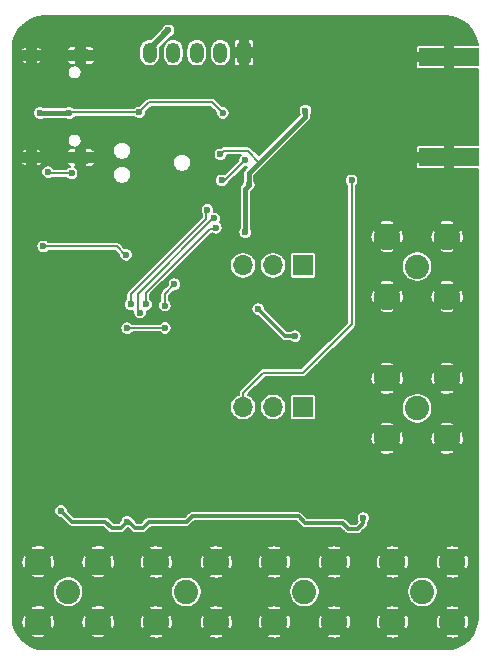
<source format=gbl>
G04 #@! TF.GenerationSoftware,KiCad,Pcbnew,5.1.5+dfsg1-2build2*
G04 #@! TF.CreationDate,2020-09-27T17:25:33+02:00*
G04 #@! TF.ProjectId,tdr,7464722e-6b69-4636-9164-5f7063625858,rev?*
G04 #@! TF.SameCoordinates,Original*
G04 #@! TF.FileFunction,Copper,L2,Bot*
G04 #@! TF.FilePolarity,Positive*
%FSLAX46Y46*%
G04 Gerber Fmt 4.6, Leading zero omitted, Abs format (unit mm)*
G04 Created by KiCad (PCBNEW 5.1.5+dfsg1-2build2) date 2020-09-27 17:25:33*
%MOMM*%
%LPD*%
G04 APERTURE LIST*
%ADD10C,2.250000*%
%ADD11C,2.050000*%
%ADD12O,1.700000X1.700000*%
%ADD13R,1.700000X1.700000*%
%ADD14R,5.080000X1.500000*%
%ADD15O,1.200000X1.750000*%
%ADD16C,0.100000*%
%ADD17O,2.100000X1.000000*%
%ADD18O,1.600000X1.000000*%
%ADD19C,0.600000*%
%ADD20C,0.200000*%
%ADD21C,0.400000*%
%ADD22C,0.500000*%
%ADD23C,0.300000*%
%ADD24C,0.154000*%
G04 APERTURE END LIST*
D10*
X142010000Y-86040000D03*
X142010000Y-80960000D03*
X147090000Y-80960000D03*
X147090000Y-86040000D03*
D11*
X144550000Y-83500000D03*
D10*
X112460000Y-96500000D03*
X117540000Y-96500000D03*
X117540000Y-101580000D03*
X112460000Y-101580000D03*
D11*
X115000000Y-99040000D03*
D10*
X122460000Y-96510000D03*
X127540000Y-96510000D03*
X127540000Y-101590000D03*
X122460000Y-101590000D03*
D11*
X125000000Y-99050000D03*
D10*
X132460000Y-96510000D03*
X137540000Y-96510000D03*
X137540000Y-101590000D03*
X132460000Y-101590000D03*
D11*
X135000000Y-99050000D03*
D10*
X142460000Y-96510000D03*
X147540000Y-96510000D03*
X147540000Y-101590000D03*
X142460000Y-101590000D03*
D11*
X145000000Y-99050000D03*
D10*
X142010000Y-74040000D03*
X142010000Y-68960000D03*
X147090000Y-68960000D03*
X147090000Y-74040000D03*
D11*
X144550000Y-71500000D03*
D12*
X129820000Y-83400000D03*
X132360000Y-83400000D03*
D13*
X134900000Y-83400000D03*
D12*
X129820000Y-71400000D03*
X132360000Y-71400000D03*
D13*
X134900000Y-71400000D03*
D14*
X147250000Y-53750000D03*
X147250000Y-62250000D03*
D15*
X121900000Y-53400000D03*
X123900000Y-53400000D03*
X125900000Y-53400000D03*
X127900000Y-53400000D03*
G04 #@! TA.AperFunction,ComponentPad*
D16*
G36*
X130274505Y-52526204D02*
G01*
X130298773Y-52529804D01*
X130322572Y-52535765D01*
X130345671Y-52544030D01*
X130367850Y-52554520D01*
X130388893Y-52567132D01*
X130408599Y-52581747D01*
X130426777Y-52598223D01*
X130443253Y-52616401D01*
X130457868Y-52636107D01*
X130470480Y-52657150D01*
X130480970Y-52679329D01*
X130489235Y-52702428D01*
X130495196Y-52726227D01*
X130498796Y-52750495D01*
X130500000Y-52774999D01*
X130500000Y-54025001D01*
X130498796Y-54049505D01*
X130495196Y-54073773D01*
X130489235Y-54097572D01*
X130480970Y-54120671D01*
X130470480Y-54142850D01*
X130457868Y-54163893D01*
X130443253Y-54183599D01*
X130426777Y-54201777D01*
X130408599Y-54218253D01*
X130388893Y-54232868D01*
X130367850Y-54245480D01*
X130345671Y-54255970D01*
X130322572Y-54264235D01*
X130298773Y-54270196D01*
X130274505Y-54273796D01*
X130250001Y-54275000D01*
X129549999Y-54275000D01*
X129525495Y-54273796D01*
X129501227Y-54270196D01*
X129477428Y-54264235D01*
X129454329Y-54255970D01*
X129432150Y-54245480D01*
X129411107Y-54232868D01*
X129391401Y-54218253D01*
X129373223Y-54201777D01*
X129356747Y-54183599D01*
X129342132Y-54163893D01*
X129329520Y-54142850D01*
X129319030Y-54120671D01*
X129310765Y-54097572D01*
X129304804Y-54073773D01*
X129301204Y-54049505D01*
X129300000Y-54025001D01*
X129300000Y-52774999D01*
X129301204Y-52750495D01*
X129304804Y-52726227D01*
X129310765Y-52702428D01*
X129319030Y-52679329D01*
X129329520Y-52657150D01*
X129342132Y-52636107D01*
X129356747Y-52616401D01*
X129373223Y-52598223D01*
X129391401Y-52581747D01*
X129411107Y-52567132D01*
X129432150Y-52554520D01*
X129454329Y-52544030D01*
X129477428Y-52535765D01*
X129501227Y-52529804D01*
X129525495Y-52526204D01*
X129549999Y-52525000D01*
X130250001Y-52525000D01*
X130274505Y-52526204D01*
G37*
G04 #@! TD.AperFunction*
D17*
X116085000Y-53630000D03*
X116085000Y-62270000D03*
D18*
X111905000Y-53630000D03*
X111905000Y-62270000D03*
D19*
X128000000Y-59300000D03*
X120300000Y-67800000D03*
X121900000Y-67800000D03*
X121900000Y-66600000D03*
X120300000Y-66600000D03*
X117700000Y-91900000D03*
X122300000Y-90500000D03*
X125800000Y-93300000D03*
X114100000Y-93200000D03*
X115500000Y-91900000D03*
X117700000Y-90500000D03*
X122750000Y-58450000D03*
X132300000Y-75300000D03*
X132300000Y-79500000D03*
X132300000Y-81500000D03*
X134100000Y-79500000D03*
X134100000Y-81500000D03*
X134000000Y-85500000D03*
X133500000Y-69500000D03*
X132300000Y-73300000D03*
X134100000Y-75300000D03*
X134100000Y-73300000D03*
X136300000Y-69500000D03*
X136300000Y-73300000D03*
X137900000Y-70300000D03*
X137900000Y-72500000D03*
X139900000Y-72500000D03*
X139900000Y-70300000D03*
X139900000Y-82300000D03*
X139900000Y-84500000D03*
X137900000Y-82300000D03*
X137900000Y-84500000D03*
X136300000Y-81500000D03*
X136000000Y-85400000D03*
X142300000Y-90499999D03*
X137700000Y-90500000D03*
X137700000Y-91900000D03*
X142300000Y-91900000D03*
X135500000Y-91900000D03*
X144500000Y-92000000D03*
X139000000Y-93000000D03*
X141000000Y-93000000D03*
X132300000Y-77400000D03*
X130000000Y-77400000D03*
X130000000Y-79000000D03*
X130000000Y-75800000D03*
X128000000Y-75200000D03*
X128000000Y-77300000D03*
X126500000Y-77000000D03*
X128200000Y-80000000D03*
X125600000Y-80000000D03*
X121700000Y-83700000D03*
X123000000Y-84400000D03*
X124000000Y-82800000D03*
X120500000Y-84700000D03*
X118500000Y-84600000D03*
X121600000Y-79300000D03*
X120300000Y-79600000D03*
X121600000Y-78100000D03*
X123000000Y-79300000D03*
X123300000Y-77600000D03*
X128200000Y-81600000D03*
X128200000Y-83300000D03*
X138000000Y-87000000D03*
X130000000Y-87000000D03*
X139900000Y-88100000D03*
X140000000Y-90400000D03*
X120000000Y-90400000D03*
X116100000Y-94100000D03*
X123800000Y-94200000D03*
X119000000Y-93000000D03*
X121000000Y-93000000D03*
X136000000Y-94400000D03*
X144000000Y-94400000D03*
X134200000Y-93300000D03*
X145800000Y-93300000D03*
X136000000Y-88400000D03*
X130000000Y-88400000D03*
X138000000Y-88400000D03*
X130000000Y-85500000D03*
X132000000Y-85500000D03*
X139000000Y-85300000D03*
X128400000Y-87600000D03*
X130800000Y-59500000D03*
X131800000Y-61000000D03*
X134500000Y-60700000D03*
X139900000Y-68000000D03*
X137900000Y-68000000D03*
X140200000Y-64200000D03*
X138100000Y-63900000D03*
X141900000Y-65400000D03*
X138000000Y-76000000D03*
X140000000Y-76000000D03*
X136000000Y-78000000D03*
X137500000Y-79500000D03*
X129700000Y-80700000D03*
X118000000Y-94100000D03*
X122000000Y-94100000D03*
X138000000Y-94400000D03*
X141000000Y-94400000D03*
X130000000Y-92000000D03*
X130000000Y-94000000D03*
X112000000Y-88000000D03*
X111000000Y-90000000D03*
X115400000Y-66700000D03*
X115400000Y-67800000D03*
X117400000Y-70900000D03*
X124300000Y-64100000D03*
X124400000Y-68600000D03*
X125000000Y-66000000D03*
X126200000Y-70100000D03*
X124800000Y-71700000D03*
X126200000Y-74100000D03*
X123000000Y-75900000D03*
X119700000Y-75900000D03*
X117500000Y-74300000D03*
X117400000Y-77000000D03*
X117400000Y-79600000D03*
X111300000Y-83800000D03*
X111400000Y-80700000D03*
X114600000Y-79200000D03*
X114800000Y-81100000D03*
X114700000Y-73300000D03*
X111700000Y-71900000D03*
X112800000Y-68900000D03*
X132500000Y-62500000D03*
X131400000Y-64600000D03*
X124300000Y-92000000D03*
X122300000Y-91900000D03*
X136000000Y-87000000D03*
X132000000Y-87000000D03*
X132000000Y-89100000D03*
X134000000Y-89100000D03*
X125000000Y-87000000D03*
X127000000Y-87000000D03*
X125000000Y-89000000D03*
X122400000Y-89000000D03*
X121900000Y-87200000D03*
X124000000Y-85600000D03*
X118500000Y-88000000D03*
X119100000Y-86100000D03*
X127300000Y-88600000D03*
X123600000Y-90100000D03*
X121000000Y-58450000D03*
X115100000Y-58500000D03*
X128100000Y-58500000D03*
X130000000Y-68600000D03*
X130300000Y-64600000D03*
X123500000Y-51500000D03*
X135100000Y-58300000D03*
X127900000Y-62000000D03*
X131100000Y-75100000D03*
X134200000Y-77400000D03*
X140000000Y-92800000D03*
X120000000Y-93100000D03*
X112600000Y-58500000D03*
X114400000Y-92200000D03*
X115300000Y-63600000D03*
X113300000Y-63500000D03*
X139000000Y-64200000D03*
X123200000Y-74800000D03*
X124000000Y-73000000D03*
X123200000Y-76699992D03*
X119999990Y-76725728D03*
X112900000Y-69800000D03*
X119899996Y-70500000D03*
X130000000Y-62500000D03*
X128000000Y-64200000D03*
X121600000Y-74700000D03*
X127501776Y-68209659D03*
X120300000Y-74700000D03*
X126800000Y-66700000D03*
X121100000Y-75400000D03*
X127357096Y-67422838D03*
D20*
X115150000Y-58450000D02*
X115100000Y-58500000D01*
X121000000Y-58450000D02*
X115150000Y-58450000D01*
X128100000Y-58500000D02*
X127200000Y-57600000D01*
X121850000Y-57600000D02*
X121000000Y-58450000D01*
X127200000Y-57600000D02*
X121850000Y-57600000D01*
D21*
X130000000Y-64900000D02*
X130300000Y-64600000D01*
X130000000Y-68600000D02*
X130000000Y-64900000D01*
D22*
X121900000Y-53100000D02*
X123500000Y-51500000D01*
X121900000Y-53400000D02*
X121900000Y-53100000D01*
D21*
X135100000Y-58800000D02*
X135100000Y-58300000D01*
X130300000Y-64600000D02*
X130300000Y-63600000D01*
D20*
X128199999Y-61700001D02*
X130200001Y-61700001D01*
X127900000Y-62000000D02*
X128199999Y-61700001D01*
D21*
X131200000Y-62700000D02*
X135100000Y-58800000D01*
D20*
X130200001Y-61700001D02*
X131200000Y-62700000D01*
D21*
X130300000Y-63600000D02*
X131200000Y-62700000D01*
D23*
X133400000Y-77400000D02*
X134200000Y-77400000D01*
X131100000Y-75100000D02*
X133400000Y-77400000D01*
X120137998Y-93100000D02*
X120000000Y-93100000D01*
X120687999Y-93650001D02*
X120137998Y-93100000D01*
X121312001Y-93650001D02*
X120687999Y-93650001D01*
X125487999Y-92649999D02*
X125037998Y-93100000D01*
X134512001Y-92649999D02*
X125487999Y-92649999D01*
X121862002Y-93100000D02*
X121312001Y-93650001D01*
X138237998Y-93200000D02*
X135062002Y-93200000D01*
X125037998Y-93100000D02*
X121862002Y-93100000D01*
X135062002Y-93200000D02*
X134512001Y-92649999D01*
X138737998Y-93700000D02*
X138237998Y-93200000D01*
X139524264Y-93700000D02*
X138737998Y-93700000D01*
X140000000Y-93224264D02*
X139524264Y-93700000D01*
X140000000Y-92800000D02*
X140000000Y-93224264D01*
D21*
X115100000Y-58500000D02*
X112600000Y-58500000D01*
D23*
X119700001Y-93399999D02*
X120000000Y-93100000D01*
X119449999Y-93650001D02*
X119700001Y-93399999D01*
X118137998Y-93100000D02*
X118687999Y-93650001D01*
X118687999Y-93650001D02*
X119449999Y-93650001D01*
X115300000Y-93100000D02*
X118137998Y-93100000D01*
X114400000Y-92200000D02*
X115300000Y-93100000D01*
D20*
X113400000Y-63600000D02*
X113300000Y-63500000D01*
X115300000Y-63600000D02*
X113400000Y-63600000D01*
X139000000Y-64624264D02*
X139000000Y-64200000D01*
X139000000Y-76400000D02*
X139000000Y-64624264D01*
X129820000Y-82197919D02*
X131517919Y-80500000D01*
X134900000Y-80500000D02*
X139000000Y-76400000D01*
X129820000Y-83400000D02*
X129820000Y-82197919D01*
X131517919Y-80500000D02*
X134900000Y-80500000D01*
X123200000Y-73800000D02*
X124000000Y-73000000D01*
X123200000Y-74800000D02*
X123200000Y-73800000D01*
X123200000Y-76699992D02*
X120025726Y-76699992D01*
X120025726Y-76699992D02*
X119999990Y-76725728D01*
X112900000Y-69800000D02*
X119100000Y-69800000D01*
X119100000Y-69800000D02*
X119800000Y-70500000D01*
X119800000Y-70500000D02*
X119899996Y-70500000D01*
X128300000Y-64200000D02*
X128000000Y-64200000D01*
X130000000Y-62500000D02*
X128300000Y-64200000D01*
X127411435Y-68300000D02*
X127501776Y-68209659D01*
X127000000Y-68300000D02*
X127411435Y-68300000D01*
X121600000Y-73700000D02*
X127000000Y-68300000D01*
X121600000Y-74700000D02*
X121600000Y-73700000D01*
X126800000Y-66800000D02*
X126800000Y-66700000D01*
X126700000Y-66900000D02*
X126800000Y-66800000D01*
X126700000Y-67450000D02*
X126700000Y-66900000D01*
X120300000Y-73850000D02*
X126700000Y-67450000D01*
X120300000Y-74700000D02*
X120300000Y-73850000D01*
X127311462Y-67422838D02*
X127357096Y-67422838D01*
X120900001Y-73834299D02*
X127311462Y-67422838D01*
X120900001Y-75200001D02*
X120900001Y-73834299D01*
X121100000Y-75400000D02*
X120900001Y-75200001D01*
D24*
G36*
X147523763Y-50354805D02*
G01*
X148027576Y-50506914D01*
X148492248Y-50753984D01*
X148900083Y-51086606D01*
X149235543Y-51492107D01*
X149485851Y-51955043D01*
X149641475Y-52457782D01*
X149669218Y-52721737D01*
X147692250Y-52723000D01*
X147623000Y-52792250D01*
X147623000Y-53377000D01*
X147643000Y-53377000D01*
X147643000Y-54123000D01*
X147623000Y-54123000D01*
X147623000Y-54707750D01*
X147692250Y-54777000D01*
X149698001Y-54778281D01*
X149698001Y-61221719D01*
X147692250Y-61223000D01*
X147623000Y-61292250D01*
X147623000Y-61877000D01*
X147643000Y-61877000D01*
X147643000Y-62623000D01*
X147623000Y-62623000D01*
X147623000Y-63207750D01*
X147692250Y-63277000D01*
X149698001Y-63278281D01*
X149698000Y-101185226D01*
X149645196Y-101723763D01*
X149493085Y-102227579D01*
X149246016Y-102692248D01*
X148913394Y-103100083D01*
X148507893Y-103435543D01*
X148044957Y-103685851D01*
X147542219Y-103841475D01*
X147004586Y-103897982D01*
X146999521Y-103898000D01*
X113014774Y-103898000D01*
X112476237Y-103845196D01*
X111972421Y-103693085D01*
X111507752Y-103446016D01*
X111099917Y-103113394D01*
X110802172Y-102753482D01*
X111814020Y-102753482D01*
X111963253Y-102898299D01*
X112229985Y-102969879D01*
X112505557Y-102988047D01*
X112779378Y-102952104D01*
X112956747Y-102898299D01*
X113105980Y-102753482D01*
X116894020Y-102753482D01*
X117043253Y-102898299D01*
X117309985Y-102969879D01*
X117585557Y-102988047D01*
X117859378Y-102952104D01*
X118036747Y-102898299D01*
X118175675Y-102763482D01*
X121814020Y-102763482D01*
X121963253Y-102908299D01*
X122229985Y-102979879D01*
X122505557Y-102998047D01*
X122779378Y-102962104D01*
X122956747Y-102908299D01*
X123105980Y-102763482D01*
X126894020Y-102763482D01*
X127043253Y-102908299D01*
X127309985Y-102979879D01*
X127585557Y-102998047D01*
X127859378Y-102962104D01*
X128036747Y-102908299D01*
X128185980Y-102763482D01*
X131814020Y-102763482D01*
X131963253Y-102908299D01*
X132229985Y-102979879D01*
X132505557Y-102998047D01*
X132779378Y-102962104D01*
X132956747Y-102908299D01*
X133105980Y-102763482D01*
X136894020Y-102763482D01*
X137043253Y-102908299D01*
X137309985Y-102979879D01*
X137585557Y-102998047D01*
X137859378Y-102962104D01*
X138036747Y-102908299D01*
X138185980Y-102763482D01*
X141814020Y-102763482D01*
X141963253Y-102908299D01*
X142229985Y-102979879D01*
X142505557Y-102998047D01*
X142779378Y-102962104D01*
X142956747Y-102908299D01*
X143105980Y-102763482D01*
X146894020Y-102763482D01*
X147043253Y-102908299D01*
X147309985Y-102979879D01*
X147585557Y-102998047D01*
X147859378Y-102962104D01*
X148036747Y-102908299D01*
X148185980Y-102763482D01*
X147540000Y-102117502D01*
X146894020Y-102763482D01*
X143105980Y-102763482D01*
X142460000Y-102117502D01*
X141814020Y-102763482D01*
X138185980Y-102763482D01*
X137540000Y-102117502D01*
X136894020Y-102763482D01*
X133105980Y-102763482D01*
X132460000Y-102117502D01*
X131814020Y-102763482D01*
X128185980Y-102763482D01*
X127540000Y-102117502D01*
X126894020Y-102763482D01*
X123105980Y-102763482D01*
X122460000Y-102117502D01*
X121814020Y-102763482D01*
X118175675Y-102763482D01*
X118185980Y-102753482D01*
X117540000Y-102107502D01*
X116894020Y-102753482D01*
X113105980Y-102753482D01*
X112460000Y-102107502D01*
X111814020Y-102753482D01*
X110802172Y-102753482D01*
X110764457Y-102707893D01*
X110514149Y-102244957D01*
X110358525Y-101742219D01*
X110346264Y-101625557D01*
X111051953Y-101625557D01*
X111087896Y-101899378D01*
X111141701Y-102076747D01*
X111286518Y-102225980D01*
X111932498Y-101580000D01*
X112987502Y-101580000D01*
X113633482Y-102225980D01*
X113778299Y-102076747D01*
X113849879Y-101810015D01*
X113862040Y-101625557D01*
X116131953Y-101625557D01*
X116167896Y-101899378D01*
X116221701Y-102076747D01*
X116366518Y-102225980D01*
X117012498Y-101580000D01*
X118067502Y-101580000D01*
X118713482Y-102225980D01*
X118858299Y-102076747D01*
X118929879Y-101810015D01*
X118941380Y-101635557D01*
X121051953Y-101635557D01*
X121087896Y-101909378D01*
X121141701Y-102086747D01*
X121286518Y-102235980D01*
X121932498Y-101590000D01*
X122987502Y-101590000D01*
X123633482Y-102235980D01*
X123778299Y-102086747D01*
X123849879Y-101820015D01*
X123862040Y-101635557D01*
X126131953Y-101635557D01*
X126167896Y-101909378D01*
X126221701Y-102086747D01*
X126366518Y-102235980D01*
X127012498Y-101590000D01*
X128067502Y-101590000D01*
X128713482Y-102235980D01*
X128858299Y-102086747D01*
X128929879Y-101820015D01*
X128942040Y-101635557D01*
X131051953Y-101635557D01*
X131087896Y-101909378D01*
X131141701Y-102086747D01*
X131286518Y-102235980D01*
X131932498Y-101590000D01*
X132987502Y-101590000D01*
X133633482Y-102235980D01*
X133778299Y-102086747D01*
X133849879Y-101820015D01*
X133862040Y-101635557D01*
X136131953Y-101635557D01*
X136167896Y-101909378D01*
X136221701Y-102086747D01*
X136366518Y-102235980D01*
X137012498Y-101590000D01*
X138067502Y-101590000D01*
X138713482Y-102235980D01*
X138858299Y-102086747D01*
X138929879Y-101820015D01*
X138942040Y-101635557D01*
X141051953Y-101635557D01*
X141087896Y-101909378D01*
X141141701Y-102086747D01*
X141286518Y-102235980D01*
X141932498Y-101590000D01*
X142987502Y-101590000D01*
X143633482Y-102235980D01*
X143778299Y-102086747D01*
X143849879Y-101820015D01*
X143862040Y-101635557D01*
X146131953Y-101635557D01*
X146167896Y-101909378D01*
X146221701Y-102086747D01*
X146366518Y-102235980D01*
X147012498Y-101590000D01*
X148067502Y-101590000D01*
X148713482Y-102235980D01*
X148858299Y-102086747D01*
X148929879Y-101820015D01*
X148948047Y-101544443D01*
X148912104Y-101270622D01*
X148858299Y-101093253D01*
X148713482Y-100944020D01*
X148067502Y-101590000D01*
X147012498Y-101590000D01*
X146366518Y-100944020D01*
X146221701Y-101093253D01*
X146150121Y-101359985D01*
X146131953Y-101635557D01*
X143862040Y-101635557D01*
X143868047Y-101544443D01*
X143832104Y-101270622D01*
X143778299Y-101093253D01*
X143633482Y-100944020D01*
X142987502Y-101590000D01*
X141932498Y-101590000D01*
X141286518Y-100944020D01*
X141141701Y-101093253D01*
X141070121Y-101359985D01*
X141051953Y-101635557D01*
X138942040Y-101635557D01*
X138948047Y-101544443D01*
X138912104Y-101270622D01*
X138858299Y-101093253D01*
X138713482Y-100944020D01*
X138067502Y-101590000D01*
X137012498Y-101590000D01*
X136366518Y-100944020D01*
X136221701Y-101093253D01*
X136150121Y-101359985D01*
X136131953Y-101635557D01*
X133862040Y-101635557D01*
X133868047Y-101544443D01*
X133832104Y-101270622D01*
X133778299Y-101093253D01*
X133633482Y-100944020D01*
X132987502Y-101590000D01*
X131932498Y-101590000D01*
X131286518Y-100944020D01*
X131141701Y-101093253D01*
X131070121Y-101359985D01*
X131051953Y-101635557D01*
X128942040Y-101635557D01*
X128948047Y-101544443D01*
X128912104Y-101270622D01*
X128858299Y-101093253D01*
X128713482Y-100944020D01*
X128067502Y-101590000D01*
X127012498Y-101590000D01*
X126366518Y-100944020D01*
X126221701Y-101093253D01*
X126150121Y-101359985D01*
X126131953Y-101635557D01*
X123862040Y-101635557D01*
X123868047Y-101544443D01*
X123832104Y-101270622D01*
X123778299Y-101093253D01*
X123633482Y-100944020D01*
X122987502Y-101590000D01*
X121932498Y-101590000D01*
X121286518Y-100944020D01*
X121141701Y-101093253D01*
X121070121Y-101359985D01*
X121051953Y-101635557D01*
X118941380Y-101635557D01*
X118948047Y-101534443D01*
X118912104Y-101260622D01*
X118858299Y-101083253D01*
X118713482Y-100934020D01*
X118067502Y-101580000D01*
X117012498Y-101580000D01*
X116366518Y-100934020D01*
X116221701Y-101083253D01*
X116150121Y-101349985D01*
X116131953Y-101625557D01*
X113862040Y-101625557D01*
X113868047Y-101534443D01*
X113832104Y-101260622D01*
X113778299Y-101083253D01*
X113633482Y-100934020D01*
X112987502Y-101580000D01*
X111932498Y-101580000D01*
X111286518Y-100934020D01*
X111141701Y-101083253D01*
X111070121Y-101349985D01*
X111051953Y-101625557D01*
X110346264Y-101625557D01*
X110302018Y-101204586D01*
X110302000Y-101199521D01*
X110302000Y-100406518D01*
X111814020Y-100406518D01*
X112460000Y-101052498D01*
X113105980Y-100406518D01*
X116894020Y-100406518D01*
X117540000Y-101052498D01*
X118175980Y-100416518D01*
X121814020Y-100416518D01*
X122460000Y-101062498D01*
X123105980Y-100416518D01*
X126894020Y-100416518D01*
X127540000Y-101062498D01*
X128185980Y-100416518D01*
X131814020Y-100416518D01*
X132460000Y-101062498D01*
X133105980Y-100416518D01*
X136894020Y-100416518D01*
X137540000Y-101062498D01*
X138185980Y-100416518D01*
X141814020Y-100416518D01*
X142460000Y-101062498D01*
X143105980Y-100416518D01*
X146894020Y-100416518D01*
X147540000Y-101062498D01*
X148185980Y-100416518D01*
X148036747Y-100271701D01*
X147770015Y-100200121D01*
X147494443Y-100181953D01*
X147220622Y-100217896D01*
X147043253Y-100271701D01*
X146894020Y-100416518D01*
X143105980Y-100416518D01*
X142956747Y-100271701D01*
X142690015Y-100200121D01*
X142414443Y-100181953D01*
X142140622Y-100217896D01*
X141963253Y-100271701D01*
X141814020Y-100416518D01*
X138185980Y-100416518D01*
X138036747Y-100271701D01*
X137770015Y-100200121D01*
X137494443Y-100181953D01*
X137220622Y-100217896D01*
X137043253Y-100271701D01*
X136894020Y-100416518D01*
X133105980Y-100416518D01*
X132956747Y-100271701D01*
X132690015Y-100200121D01*
X132414443Y-100181953D01*
X132140622Y-100217896D01*
X131963253Y-100271701D01*
X131814020Y-100416518D01*
X128185980Y-100416518D01*
X128036747Y-100271701D01*
X127770015Y-100200121D01*
X127494443Y-100181953D01*
X127220622Y-100217896D01*
X127043253Y-100271701D01*
X126894020Y-100416518D01*
X123105980Y-100416518D01*
X122956747Y-100271701D01*
X122690015Y-100200121D01*
X122414443Y-100181953D01*
X122140622Y-100217896D01*
X121963253Y-100271701D01*
X121814020Y-100416518D01*
X118175980Y-100416518D01*
X118185980Y-100406518D01*
X118036747Y-100261701D01*
X117770015Y-100190121D01*
X117494443Y-100171953D01*
X117220622Y-100207896D01*
X117043253Y-100261701D01*
X116894020Y-100406518D01*
X113105980Y-100406518D01*
X112956747Y-100261701D01*
X112690015Y-100190121D01*
X112414443Y-100171953D01*
X112140622Y-100207896D01*
X111963253Y-100261701D01*
X111814020Y-100406518D01*
X110302000Y-100406518D01*
X110302000Y-98911764D01*
X113698000Y-98911764D01*
X113698000Y-99168236D01*
X113748035Y-99419779D01*
X113846182Y-99656728D01*
X113988670Y-99869977D01*
X114170023Y-100051330D01*
X114383272Y-100193818D01*
X114620221Y-100291965D01*
X114871764Y-100342000D01*
X115128236Y-100342000D01*
X115379779Y-100291965D01*
X115616728Y-100193818D01*
X115829977Y-100051330D01*
X116011330Y-99869977D01*
X116153818Y-99656728D01*
X116251965Y-99419779D01*
X116302000Y-99168236D01*
X116302000Y-98921764D01*
X123698000Y-98921764D01*
X123698000Y-99178236D01*
X123748035Y-99429779D01*
X123846182Y-99666728D01*
X123988670Y-99879977D01*
X124170023Y-100061330D01*
X124383272Y-100203818D01*
X124620221Y-100301965D01*
X124871764Y-100352000D01*
X125128236Y-100352000D01*
X125379779Y-100301965D01*
X125616728Y-100203818D01*
X125829977Y-100061330D01*
X126011330Y-99879977D01*
X126153818Y-99666728D01*
X126251965Y-99429779D01*
X126302000Y-99178236D01*
X126302000Y-98921764D01*
X133698000Y-98921764D01*
X133698000Y-99178236D01*
X133748035Y-99429779D01*
X133846182Y-99666728D01*
X133988670Y-99879977D01*
X134170023Y-100061330D01*
X134383272Y-100203818D01*
X134620221Y-100301965D01*
X134871764Y-100352000D01*
X135128236Y-100352000D01*
X135379779Y-100301965D01*
X135616728Y-100203818D01*
X135829977Y-100061330D01*
X136011330Y-99879977D01*
X136153818Y-99666728D01*
X136251965Y-99429779D01*
X136302000Y-99178236D01*
X136302000Y-98921764D01*
X143698000Y-98921764D01*
X143698000Y-99178236D01*
X143748035Y-99429779D01*
X143846182Y-99666728D01*
X143988670Y-99879977D01*
X144170023Y-100061330D01*
X144383272Y-100203818D01*
X144620221Y-100301965D01*
X144871764Y-100352000D01*
X145128236Y-100352000D01*
X145379779Y-100301965D01*
X145616728Y-100203818D01*
X145829977Y-100061330D01*
X146011330Y-99879977D01*
X146153818Y-99666728D01*
X146251965Y-99429779D01*
X146302000Y-99178236D01*
X146302000Y-98921764D01*
X146251965Y-98670221D01*
X146153818Y-98433272D01*
X146011330Y-98220023D01*
X145829977Y-98038670D01*
X145616728Y-97896182D01*
X145379779Y-97798035D01*
X145128236Y-97748000D01*
X144871764Y-97748000D01*
X144620221Y-97798035D01*
X144383272Y-97896182D01*
X144170023Y-98038670D01*
X143988670Y-98220023D01*
X143846182Y-98433272D01*
X143748035Y-98670221D01*
X143698000Y-98921764D01*
X136302000Y-98921764D01*
X136251965Y-98670221D01*
X136153818Y-98433272D01*
X136011330Y-98220023D01*
X135829977Y-98038670D01*
X135616728Y-97896182D01*
X135379779Y-97798035D01*
X135128236Y-97748000D01*
X134871764Y-97748000D01*
X134620221Y-97798035D01*
X134383272Y-97896182D01*
X134170023Y-98038670D01*
X133988670Y-98220023D01*
X133846182Y-98433272D01*
X133748035Y-98670221D01*
X133698000Y-98921764D01*
X126302000Y-98921764D01*
X126251965Y-98670221D01*
X126153818Y-98433272D01*
X126011330Y-98220023D01*
X125829977Y-98038670D01*
X125616728Y-97896182D01*
X125379779Y-97798035D01*
X125128236Y-97748000D01*
X124871764Y-97748000D01*
X124620221Y-97798035D01*
X124383272Y-97896182D01*
X124170023Y-98038670D01*
X123988670Y-98220023D01*
X123846182Y-98433272D01*
X123748035Y-98670221D01*
X123698000Y-98921764D01*
X116302000Y-98921764D01*
X116302000Y-98911764D01*
X116251965Y-98660221D01*
X116153818Y-98423272D01*
X116011330Y-98210023D01*
X115829977Y-98028670D01*
X115616728Y-97886182D01*
X115379779Y-97788035D01*
X115128236Y-97738000D01*
X114871764Y-97738000D01*
X114620221Y-97788035D01*
X114383272Y-97886182D01*
X114170023Y-98028670D01*
X113988670Y-98210023D01*
X113846182Y-98423272D01*
X113748035Y-98660221D01*
X113698000Y-98911764D01*
X110302000Y-98911764D01*
X110302000Y-97673482D01*
X111814020Y-97673482D01*
X111963253Y-97818299D01*
X112229985Y-97889879D01*
X112505557Y-97908047D01*
X112779378Y-97872104D01*
X112956747Y-97818299D01*
X113105980Y-97673482D01*
X116894020Y-97673482D01*
X117043253Y-97818299D01*
X117309985Y-97889879D01*
X117585557Y-97908047D01*
X117859378Y-97872104D01*
X118036747Y-97818299D01*
X118175675Y-97683482D01*
X121814020Y-97683482D01*
X121963253Y-97828299D01*
X122229985Y-97899879D01*
X122505557Y-97918047D01*
X122779378Y-97882104D01*
X122956747Y-97828299D01*
X123105980Y-97683482D01*
X126894020Y-97683482D01*
X127043253Y-97828299D01*
X127309985Y-97899879D01*
X127585557Y-97918047D01*
X127859378Y-97882104D01*
X128036747Y-97828299D01*
X128185980Y-97683482D01*
X131814020Y-97683482D01*
X131963253Y-97828299D01*
X132229985Y-97899879D01*
X132505557Y-97918047D01*
X132779378Y-97882104D01*
X132956747Y-97828299D01*
X133105980Y-97683482D01*
X136894020Y-97683482D01*
X137043253Y-97828299D01*
X137309985Y-97899879D01*
X137585557Y-97918047D01*
X137859378Y-97882104D01*
X138036747Y-97828299D01*
X138185980Y-97683482D01*
X141814020Y-97683482D01*
X141963253Y-97828299D01*
X142229985Y-97899879D01*
X142505557Y-97918047D01*
X142779378Y-97882104D01*
X142956747Y-97828299D01*
X143105980Y-97683482D01*
X146894020Y-97683482D01*
X147043253Y-97828299D01*
X147309985Y-97899879D01*
X147585557Y-97918047D01*
X147859378Y-97882104D01*
X148036747Y-97828299D01*
X148185980Y-97683482D01*
X147540000Y-97037502D01*
X146894020Y-97683482D01*
X143105980Y-97683482D01*
X142460000Y-97037502D01*
X141814020Y-97683482D01*
X138185980Y-97683482D01*
X137540000Y-97037502D01*
X136894020Y-97683482D01*
X133105980Y-97683482D01*
X132460000Y-97037502D01*
X131814020Y-97683482D01*
X128185980Y-97683482D01*
X127540000Y-97037502D01*
X126894020Y-97683482D01*
X123105980Y-97683482D01*
X122460000Y-97037502D01*
X121814020Y-97683482D01*
X118175675Y-97683482D01*
X118185980Y-97673482D01*
X117540000Y-97027502D01*
X116894020Y-97673482D01*
X113105980Y-97673482D01*
X112460000Y-97027502D01*
X111814020Y-97673482D01*
X110302000Y-97673482D01*
X110302000Y-96545557D01*
X111051953Y-96545557D01*
X111087896Y-96819378D01*
X111141701Y-96996747D01*
X111286518Y-97145980D01*
X111932498Y-96500000D01*
X112987502Y-96500000D01*
X113633482Y-97145980D01*
X113778299Y-96996747D01*
X113849879Y-96730015D01*
X113862040Y-96545557D01*
X116131953Y-96545557D01*
X116167896Y-96819378D01*
X116221701Y-96996747D01*
X116366518Y-97145980D01*
X117012498Y-96500000D01*
X118067502Y-96500000D01*
X118713482Y-97145980D01*
X118858299Y-96996747D01*
X118929879Y-96730015D01*
X118941380Y-96555557D01*
X121051953Y-96555557D01*
X121087896Y-96829378D01*
X121141701Y-97006747D01*
X121286518Y-97155980D01*
X121932498Y-96510000D01*
X122987502Y-96510000D01*
X123633482Y-97155980D01*
X123778299Y-97006747D01*
X123849879Y-96740015D01*
X123862040Y-96555557D01*
X126131953Y-96555557D01*
X126167896Y-96829378D01*
X126221701Y-97006747D01*
X126366518Y-97155980D01*
X127012498Y-96510000D01*
X128067502Y-96510000D01*
X128713482Y-97155980D01*
X128858299Y-97006747D01*
X128929879Y-96740015D01*
X128942040Y-96555557D01*
X131051953Y-96555557D01*
X131087896Y-96829378D01*
X131141701Y-97006747D01*
X131286518Y-97155980D01*
X131932498Y-96510000D01*
X132987502Y-96510000D01*
X133633482Y-97155980D01*
X133778299Y-97006747D01*
X133849879Y-96740015D01*
X133862040Y-96555557D01*
X136131953Y-96555557D01*
X136167896Y-96829378D01*
X136221701Y-97006747D01*
X136366518Y-97155980D01*
X137012498Y-96510000D01*
X138067502Y-96510000D01*
X138713482Y-97155980D01*
X138858299Y-97006747D01*
X138929879Y-96740015D01*
X138942040Y-96555557D01*
X141051953Y-96555557D01*
X141087896Y-96829378D01*
X141141701Y-97006747D01*
X141286518Y-97155980D01*
X141932498Y-96510000D01*
X142987502Y-96510000D01*
X143633482Y-97155980D01*
X143778299Y-97006747D01*
X143849879Y-96740015D01*
X143862040Y-96555557D01*
X146131953Y-96555557D01*
X146167896Y-96829378D01*
X146221701Y-97006747D01*
X146366518Y-97155980D01*
X147012498Y-96510000D01*
X148067502Y-96510000D01*
X148713482Y-97155980D01*
X148858299Y-97006747D01*
X148929879Y-96740015D01*
X148948047Y-96464443D01*
X148912104Y-96190622D01*
X148858299Y-96013253D01*
X148713482Y-95864020D01*
X148067502Y-96510000D01*
X147012498Y-96510000D01*
X146366518Y-95864020D01*
X146221701Y-96013253D01*
X146150121Y-96279985D01*
X146131953Y-96555557D01*
X143862040Y-96555557D01*
X143868047Y-96464443D01*
X143832104Y-96190622D01*
X143778299Y-96013253D01*
X143633482Y-95864020D01*
X142987502Y-96510000D01*
X141932498Y-96510000D01*
X141286518Y-95864020D01*
X141141701Y-96013253D01*
X141070121Y-96279985D01*
X141051953Y-96555557D01*
X138942040Y-96555557D01*
X138948047Y-96464443D01*
X138912104Y-96190622D01*
X138858299Y-96013253D01*
X138713482Y-95864020D01*
X138067502Y-96510000D01*
X137012498Y-96510000D01*
X136366518Y-95864020D01*
X136221701Y-96013253D01*
X136150121Y-96279985D01*
X136131953Y-96555557D01*
X133862040Y-96555557D01*
X133868047Y-96464443D01*
X133832104Y-96190622D01*
X133778299Y-96013253D01*
X133633482Y-95864020D01*
X132987502Y-96510000D01*
X131932498Y-96510000D01*
X131286518Y-95864020D01*
X131141701Y-96013253D01*
X131070121Y-96279985D01*
X131051953Y-96555557D01*
X128942040Y-96555557D01*
X128948047Y-96464443D01*
X128912104Y-96190622D01*
X128858299Y-96013253D01*
X128713482Y-95864020D01*
X128067502Y-96510000D01*
X127012498Y-96510000D01*
X126366518Y-95864020D01*
X126221701Y-96013253D01*
X126150121Y-96279985D01*
X126131953Y-96555557D01*
X123862040Y-96555557D01*
X123868047Y-96464443D01*
X123832104Y-96190622D01*
X123778299Y-96013253D01*
X123633482Y-95864020D01*
X122987502Y-96510000D01*
X121932498Y-96510000D01*
X121286518Y-95864020D01*
X121141701Y-96013253D01*
X121070121Y-96279985D01*
X121051953Y-96555557D01*
X118941380Y-96555557D01*
X118948047Y-96454443D01*
X118912104Y-96180622D01*
X118858299Y-96003253D01*
X118713482Y-95854020D01*
X118067502Y-96500000D01*
X117012498Y-96500000D01*
X116366518Y-95854020D01*
X116221701Y-96003253D01*
X116150121Y-96269985D01*
X116131953Y-96545557D01*
X113862040Y-96545557D01*
X113868047Y-96454443D01*
X113832104Y-96180622D01*
X113778299Y-96003253D01*
X113633482Y-95854020D01*
X112987502Y-96500000D01*
X111932498Y-96500000D01*
X111286518Y-95854020D01*
X111141701Y-96003253D01*
X111070121Y-96269985D01*
X111051953Y-96545557D01*
X110302000Y-96545557D01*
X110302000Y-95326518D01*
X111814020Y-95326518D01*
X112460000Y-95972498D01*
X113105980Y-95326518D01*
X116894020Y-95326518D01*
X117540000Y-95972498D01*
X118175980Y-95336518D01*
X121814020Y-95336518D01*
X122460000Y-95982498D01*
X123105980Y-95336518D01*
X126894020Y-95336518D01*
X127540000Y-95982498D01*
X128185980Y-95336518D01*
X131814020Y-95336518D01*
X132460000Y-95982498D01*
X133105980Y-95336518D01*
X136894020Y-95336518D01*
X137540000Y-95982498D01*
X138185980Y-95336518D01*
X141814020Y-95336518D01*
X142460000Y-95982498D01*
X143105980Y-95336518D01*
X146894020Y-95336518D01*
X147540000Y-95982498D01*
X148185980Y-95336518D01*
X148036747Y-95191701D01*
X147770015Y-95120121D01*
X147494443Y-95101953D01*
X147220622Y-95137896D01*
X147043253Y-95191701D01*
X146894020Y-95336518D01*
X143105980Y-95336518D01*
X142956747Y-95191701D01*
X142690015Y-95120121D01*
X142414443Y-95101953D01*
X142140622Y-95137896D01*
X141963253Y-95191701D01*
X141814020Y-95336518D01*
X138185980Y-95336518D01*
X138036747Y-95191701D01*
X137770015Y-95120121D01*
X137494443Y-95101953D01*
X137220622Y-95137896D01*
X137043253Y-95191701D01*
X136894020Y-95336518D01*
X133105980Y-95336518D01*
X132956747Y-95191701D01*
X132690015Y-95120121D01*
X132414443Y-95101953D01*
X132140622Y-95137896D01*
X131963253Y-95191701D01*
X131814020Y-95336518D01*
X128185980Y-95336518D01*
X128036747Y-95191701D01*
X127770015Y-95120121D01*
X127494443Y-95101953D01*
X127220622Y-95137896D01*
X127043253Y-95191701D01*
X126894020Y-95336518D01*
X123105980Y-95336518D01*
X122956747Y-95191701D01*
X122690015Y-95120121D01*
X122414443Y-95101953D01*
X122140622Y-95137896D01*
X121963253Y-95191701D01*
X121814020Y-95336518D01*
X118175980Y-95336518D01*
X118185980Y-95326518D01*
X118036747Y-95181701D01*
X117770015Y-95110121D01*
X117494443Y-95091953D01*
X117220622Y-95127896D01*
X117043253Y-95181701D01*
X116894020Y-95326518D01*
X113105980Y-95326518D01*
X112956747Y-95181701D01*
X112690015Y-95110121D01*
X112414443Y-95091953D01*
X112140622Y-95127896D01*
X111963253Y-95181701D01*
X111814020Y-95326518D01*
X110302000Y-95326518D01*
X110302000Y-92143170D01*
X113823000Y-92143170D01*
X113823000Y-92256830D01*
X113845174Y-92368305D01*
X113888669Y-92473312D01*
X113951815Y-92567816D01*
X114032184Y-92648185D01*
X114126688Y-92711331D01*
X114231695Y-92754826D01*
X114343170Y-92777000D01*
X114373131Y-92777000D01*
X114983241Y-93387111D01*
X114996605Y-93403395D01*
X115012889Y-93416759D01*
X115012898Y-93416768D01*
X115061623Y-93456755D01*
X115101273Y-93477948D01*
X115135804Y-93496405D01*
X115216293Y-93520822D01*
X115279022Y-93527000D01*
X115279032Y-93527000D01*
X115299999Y-93529065D01*
X115320966Y-93527000D01*
X117961130Y-93527000D01*
X118371235Y-93937106D01*
X118384604Y-93953396D01*
X118400894Y-93966765D01*
X118400898Y-93966769D01*
X118449622Y-94006756D01*
X118468354Y-94016768D01*
X118523803Y-94046406D01*
X118604292Y-94070823D01*
X118667021Y-94077001D01*
X118667032Y-94077001D01*
X118687999Y-94079066D01*
X118708966Y-94077001D01*
X119429032Y-94077001D01*
X119449999Y-94079066D01*
X119470966Y-94077001D01*
X119470977Y-94077001D01*
X119533706Y-94070823D01*
X119614195Y-94046406D01*
X119688375Y-94006756D01*
X119753394Y-93953396D01*
X119766767Y-93937101D01*
X120016769Y-93687100D01*
X120016773Y-93687095D01*
X120026868Y-93677000D01*
X120056830Y-93677000D01*
X120102121Y-93667991D01*
X120371235Y-93937106D01*
X120384604Y-93953396D01*
X120400894Y-93966765D01*
X120400898Y-93966769D01*
X120449622Y-94006756D01*
X120468354Y-94016768D01*
X120523803Y-94046406D01*
X120604292Y-94070823D01*
X120667021Y-94077001D01*
X120667032Y-94077001D01*
X120687999Y-94079066D01*
X120708966Y-94077001D01*
X121291034Y-94077001D01*
X121312001Y-94079066D01*
X121332968Y-94077001D01*
X121332979Y-94077001D01*
X121395708Y-94070823D01*
X121476197Y-94046406D01*
X121550377Y-94006756D01*
X121615396Y-93953396D01*
X121628769Y-93937101D01*
X122038871Y-93527000D01*
X125017031Y-93527000D01*
X125037998Y-93529065D01*
X125058965Y-93527000D01*
X125058976Y-93527000D01*
X125121705Y-93520822D01*
X125202194Y-93496405D01*
X125276374Y-93456755D01*
X125341393Y-93403395D01*
X125354766Y-93387100D01*
X125664868Y-93076999D01*
X134335133Y-93076999D01*
X134745238Y-93487105D01*
X134758607Y-93503395D01*
X134774897Y-93516764D01*
X134774901Y-93516768D01*
X134823625Y-93556755D01*
X134841472Y-93566294D01*
X134897806Y-93596405D01*
X134978295Y-93620822D01*
X135041024Y-93627000D01*
X135041035Y-93627000D01*
X135062002Y-93629065D01*
X135082969Y-93627000D01*
X138061130Y-93627000D01*
X138421234Y-93987105D01*
X138434603Y-94003395D01*
X138450893Y-94016764D01*
X138450897Y-94016768D01*
X138499621Y-94056756D01*
X138556536Y-94087176D01*
X138573802Y-94096405D01*
X138654291Y-94120822D01*
X138717020Y-94127000D01*
X138717031Y-94127000D01*
X138737998Y-94129065D01*
X138758965Y-94127000D01*
X139503297Y-94127000D01*
X139524264Y-94129065D01*
X139545231Y-94127000D01*
X139545242Y-94127000D01*
X139607971Y-94120822D01*
X139688460Y-94096405D01*
X139762640Y-94056755D01*
X139827659Y-94003395D01*
X139841032Y-93987100D01*
X140287110Y-93541024D01*
X140303395Y-93527659D01*
X140316759Y-93511375D01*
X140316768Y-93511366D01*
X140356755Y-93462641D01*
X140381274Y-93416768D01*
X140396405Y-93388460D01*
X140420822Y-93307971D01*
X140427000Y-93245242D01*
X140427000Y-93245230D01*
X140429065Y-93224265D01*
X140427000Y-93203300D01*
X140427000Y-93189001D01*
X140448185Y-93167816D01*
X140511331Y-93073312D01*
X140554826Y-92968305D01*
X140577000Y-92856830D01*
X140577000Y-92743170D01*
X140554826Y-92631695D01*
X140511331Y-92526688D01*
X140448185Y-92432184D01*
X140367816Y-92351815D01*
X140273312Y-92288669D01*
X140168305Y-92245174D01*
X140056830Y-92223000D01*
X139943170Y-92223000D01*
X139831695Y-92245174D01*
X139726688Y-92288669D01*
X139632184Y-92351815D01*
X139551815Y-92432184D01*
X139488669Y-92526688D01*
X139445174Y-92631695D01*
X139423000Y-92743170D01*
X139423000Y-92856830D01*
X139445174Y-92968305D01*
X139488669Y-93073312D01*
X139512066Y-93108328D01*
X139347395Y-93273000D01*
X138914867Y-93273000D01*
X138554765Y-92912899D01*
X138541393Y-92896605D01*
X138476374Y-92843245D01*
X138402194Y-92803595D01*
X138321705Y-92779178D01*
X138258976Y-92773000D01*
X138258965Y-92773000D01*
X138237998Y-92770935D01*
X138217031Y-92773000D01*
X135238871Y-92773000D01*
X134828769Y-92362899D01*
X134815396Y-92346604D01*
X134750377Y-92293244D01*
X134676197Y-92253594D01*
X134595708Y-92229177D01*
X134532979Y-92222999D01*
X134532968Y-92222999D01*
X134512001Y-92220934D01*
X134491034Y-92222999D01*
X125508966Y-92222999D01*
X125487999Y-92220934D01*
X125467032Y-92222999D01*
X125467021Y-92222999D01*
X125404292Y-92229177D01*
X125351559Y-92245174D01*
X125323802Y-92253594D01*
X125249623Y-92293243D01*
X125200898Y-92333231D01*
X125200894Y-92333235D01*
X125184604Y-92346604D01*
X125171235Y-92362894D01*
X124861130Y-92673000D01*
X121882969Y-92673000D01*
X121862002Y-92670935D01*
X121841035Y-92673000D01*
X121841024Y-92673000D01*
X121778295Y-92679178D01*
X121697806Y-92703595D01*
X121683333Y-92711331D01*
X121623625Y-92743245D01*
X121574901Y-92783232D01*
X121574897Y-92783236D01*
X121558607Y-92796605D01*
X121545238Y-92812895D01*
X121135133Y-93223001D01*
X120864868Y-93223001D01*
X120541578Y-92899712D01*
X120511331Y-92826688D01*
X120448185Y-92732184D01*
X120367816Y-92651815D01*
X120273312Y-92588669D01*
X120168305Y-92545174D01*
X120056830Y-92523000D01*
X119943170Y-92523000D01*
X119831695Y-92545174D01*
X119726688Y-92588669D01*
X119632184Y-92651815D01*
X119551815Y-92732184D01*
X119488669Y-92826688D01*
X119445174Y-92931695D01*
X119423000Y-93043170D01*
X119423000Y-93073132D01*
X119412905Y-93083227D01*
X119412900Y-93083231D01*
X119273130Y-93223001D01*
X118864868Y-93223001D01*
X118454764Y-92812898D01*
X118441393Y-92796605D01*
X118376374Y-92743245D01*
X118302194Y-92703595D01*
X118221705Y-92679178D01*
X118158976Y-92673000D01*
X118158965Y-92673000D01*
X118137998Y-92670935D01*
X118117031Y-92673000D01*
X115476870Y-92673000D01*
X114977000Y-92173131D01*
X114977000Y-92143170D01*
X114954826Y-92031695D01*
X114911331Y-91926688D01*
X114848185Y-91832184D01*
X114767816Y-91751815D01*
X114673312Y-91688669D01*
X114568305Y-91645174D01*
X114456830Y-91623000D01*
X114343170Y-91623000D01*
X114231695Y-91645174D01*
X114126688Y-91688669D01*
X114032184Y-91751815D01*
X113951815Y-91832184D01*
X113888669Y-91926688D01*
X113845174Y-92031695D01*
X113823000Y-92143170D01*
X110302000Y-92143170D01*
X110302000Y-87213482D01*
X141364020Y-87213482D01*
X141513253Y-87358299D01*
X141779985Y-87429879D01*
X142055557Y-87448047D01*
X142329378Y-87412104D01*
X142506747Y-87358299D01*
X142655980Y-87213482D01*
X146444020Y-87213482D01*
X146593253Y-87358299D01*
X146859985Y-87429879D01*
X147135557Y-87448047D01*
X147409378Y-87412104D01*
X147586747Y-87358299D01*
X147735980Y-87213482D01*
X147090000Y-86567502D01*
X146444020Y-87213482D01*
X142655980Y-87213482D01*
X142010000Y-86567502D01*
X141364020Y-87213482D01*
X110302000Y-87213482D01*
X110302000Y-86085557D01*
X140601953Y-86085557D01*
X140637896Y-86359378D01*
X140691701Y-86536747D01*
X140836518Y-86685980D01*
X141482498Y-86040000D01*
X142537502Y-86040000D01*
X143183482Y-86685980D01*
X143328299Y-86536747D01*
X143399879Y-86270015D01*
X143412040Y-86085557D01*
X145681953Y-86085557D01*
X145717896Y-86359378D01*
X145771701Y-86536747D01*
X145916518Y-86685980D01*
X146562498Y-86040000D01*
X147617502Y-86040000D01*
X148263482Y-86685980D01*
X148408299Y-86536747D01*
X148479879Y-86270015D01*
X148498047Y-85994443D01*
X148462104Y-85720622D01*
X148408299Y-85543253D01*
X148263482Y-85394020D01*
X147617502Y-86040000D01*
X146562498Y-86040000D01*
X145916518Y-85394020D01*
X145771701Y-85543253D01*
X145700121Y-85809985D01*
X145681953Y-86085557D01*
X143412040Y-86085557D01*
X143418047Y-85994443D01*
X143382104Y-85720622D01*
X143328299Y-85543253D01*
X143183482Y-85394020D01*
X142537502Y-86040000D01*
X141482498Y-86040000D01*
X140836518Y-85394020D01*
X140691701Y-85543253D01*
X140620121Y-85809985D01*
X140601953Y-86085557D01*
X110302000Y-86085557D01*
X110302000Y-84866518D01*
X141364020Y-84866518D01*
X142010000Y-85512498D01*
X142655980Y-84866518D01*
X146444020Y-84866518D01*
X147090000Y-85512498D01*
X147735980Y-84866518D01*
X147586747Y-84721701D01*
X147320015Y-84650121D01*
X147044443Y-84631953D01*
X146770622Y-84667896D01*
X146593253Y-84721701D01*
X146444020Y-84866518D01*
X142655980Y-84866518D01*
X142506747Y-84721701D01*
X142240015Y-84650121D01*
X141964443Y-84631953D01*
X141690622Y-84667896D01*
X141513253Y-84721701D01*
X141364020Y-84866518D01*
X110302000Y-84866518D01*
X110302000Y-83289000D01*
X128693000Y-83289000D01*
X128693000Y-83511000D01*
X128736310Y-83728734D01*
X128821266Y-83933835D01*
X128944602Y-84118421D01*
X129101579Y-84275398D01*
X129286165Y-84398734D01*
X129491266Y-84483690D01*
X129709000Y-84527000D01*
X129931000Y-84527000D01*
X130148734Y-84483690D01*
X130353835Y-84398734D01*
X130538421Y-84275398D01*
X130695398Y-84118421D01*
X130818734Y-83933835D01*
X130903690Y-83728734D01*
X130947000Y-83511000D01*
X130947000Y-83289000D01*
X131233000Y-83289000D01*
X131233000Y-83511000D01*
X131276310Y-83728734D01*
X131361266Y-83933835D01*
X131484602Y-84118421D01*
X131641579Y-84275398D01*
X131826165Y-84398734D01*
X132031266Y-84483690D01*
X132249000Y-84527000D01*
X132471000Y-84527000D01*
X132688734Y-84483690D01*
X132893835Y-84398734D01*
X133078421Y-84275398D01*
X133235398Y-84118421D01*
X133358734Y-83933835D01*
X133443690Y-83728734D01*
X133487000Y-83511000D01*
X133487000Y-83289000D01*
X133443690Y-83071266D01*
X133358734Y-82866165D01*
X133235398Y-82681579D01*
X133103819Y-82550000D01*
X133771660Y-82550000D01*
X133771660Y-84250000D01*
X133777008Y-84304301D01*
X133792847Y-84356516D01*
X133818569Y-84404637D01*
X133853184Y-84446816D01*
X133895363Y-84481431D01*
X133943484Y-84507153D01*
X133995699Y-84522992D01*
X134050000Y-84528340D01*
X135750000Y-84528340D01*
X135804301Y-84522992D01*
X135856516Y-84507153D01*
X135904637Y-84481431D01*
X135946816Y-84446816D01*
X135981431Y-84404637D01*
X136007153Y-84356516D01*
X136022992Y-84304301D01*
X136028340Y-84250000D01*
X136028340Y-83371764D01*
X143248000Y-83371764D01*
X143248000Y-83628236D01*
X143298035Y-83879779D01*
X143396182Y-84116728D01*
X143538670Y-84329977D01*
X143720023Y-84511330D01*
X143933272Y-84653818D01*
X144170221Y-84751965D01*
X144421764Y-84802000D01*
X144678236Y-84802000D01*
X144929779Y-84751965D01*
X145166728Y-84653818D01*
X145379977Y-84511330D01*
X145561330Y-84329977D01*
X145703818Y-84116728D01*
X145801965Y-83879779D01*
X145852000Y-83628236D01*
X145852000Y-83371764D01*
X145801965Y-83120221D01*
X145703818Y-82883272D01*
X145561330Y-82670023D01*
X145379977Y-82488670D01*
X145166728Y-82346182D01*
X144929779Y-82248035D01*
X144678236Y-82198000D01*
X144421764Y-82198000D01*
X144170221Y-82248035D01*
X143933272Y-82346182D01*
X143720023Y-82488670D01*
X143538670Y-82670023D01*
X143396182Y-82883272D01*
X143298035Y-83120221D01*
X143248000Y-83371764D01*
X136028340Y-83371764D01*
X136028340Y-82550000D01*
X136022992Y-82495699D01*
X136007153Y-82443484D01*
X135981431Y-82395363D01*
X135946816Y-82353184D01*
X135904637Y-82318569D01*
X135856516Y-82292847D01*
X135804301Y-82277008D01*
X135750000Y-82271660D01*
X134050000Y-82271660D01*
X133995699Y-82277008D01*
X133943484Y-82292847D01*
X133895363Y-82318569D01*
X133853184Y-82353184D01*
X133818569Y-82395363D01*
X133792847Y-82443484D01*
X133777008Y-82495699D01*
X133771660Y-82550000D01*
X133103819Y-82550000D01*
X133078421Y-82524602D01*
X132893835Y-82401266D01*
X132688734Y-82316310D01*
X132471000Y-82273000D01*
X132249000Y-82273000D01*
X132031266Y-82316310D01*
X131826165Y-82401266D01*
X131641579Y-82524602D01*
X131484602Y-82681579D01*
X131361266Y-82866165D01*
X131276310Y-83071266D01*
X131233000Y-83289000D01*
X130947000Y-83289000D01*
X130903690Y-83071266D01*
X130818734Y-82866165D01*
X130695398Y-82681579D01*
X130538421Y-82524602D01*
X130353835Y-82401266D01*
X130209568Y-82341509D01*
X130417595Y-82133482D01*
X141364020Y-82133482D01*
X141513253Y-82278299D01*
X141779985Y-82349879D01*
X142055557Y-82368047D01*
X142329378Y-82332104D01*
X142506747Y-82278299D01*
X142655980Y-82133482D01*
X146444020Y-82133482D01*
X146593253Y-82278299D01*
X146859985Y-82349879D01*
X147135557Y-82368047D01*
X147409378Y-82332104D01*
X147586747Y-82278299D01*
X147735980Y-82133482D01*
X147090000Y-81487502D01*
X146444020Y-82133482D01*
X142655980Y-82133482D01*
X142010000Y-81487502D01*
X141364020Y-82133482D01*
X130417595Y-82133482D01*
X131545520Y-81005557D01*
X140601953Y-81005557D01*
X140637896Y-81279378D01*
X140691701Y-81456747D01*
X140836518Y-81605980D01*
X141482498Y-80960000D01*
X142537502Y-80960000D01*
X143183482Y-81605980D01*
X143328299Y-81456747D01*
X143399879Y-81190015D01*
X143412040Y-81005557D01*
X145681953Y-81005557D01*
X145717896Y-81279378D01*
X145771701Y-81456747D01*
X145916518Y-81605980D01*
X146562498Y-80960000D01*
X147617502Y-80960000D01*
X148263482Y-81605980D01*
X148408299Y-81456747D01*
X148479879Y-81190015D01*
X148498047Y-80914443D01*
X148462104Y-80640622D01*
X148408299Y-80463253D01*
X148263482Y-80314020D01*
X147617502Y-80960000D01*
X146562498Y-80960000D01*
X145916518Y-80314020D01*
X145771701Y-80463253D01*
X145700121Y-80729985D01*
X145681953Y-81005557D01*
X143412040Y-81005557D01*
X143418047Y-80914443D01*
X143382104Y-80640622D01*
X143328299Y-80463253D01*
X143183482Y-80314020D01*
X142537502Y-80960000D01*
X141482498Y-80960000D01*
X140836518Y-80314020D01*
X140691701Y-80463253D01*
X140620121Y-80729985D01*
X140601953Y-81005557D01*
X131545520Y-81005557D01*
X131674078Y-80877000D01*
X134881488Y-80877000D01*
X134900000Y-80878823D01*
X134918512Y-80877000D01*
X134918519Y-80877000D01*
X134973905Y-80871545D01*
X135044970Y-80849988D01*
X135110463Y-80814981D01*
X135167869Y-80767869D01*
X135179677Y-80753481D01*
X136146640Y-79786518D01*
X141364020Y-79786518D01*
X142010000Y-80432498D01*
X142655980Y-79786518D01*
X146444020Y-79786518D01*
X147090000Y-80432498D01*
X147735980Y-79786518D01*
X147586747Y-79641701D01*
X147320015Y-79570121D01*
X147044443Y-79551953D01*
X146770622Y-79587896D01*
X146593253Y-79641701D01*
X146444020Y-79786518D01*
X142655980Y-79786518D01*
X142506747Y-79641701D01*
X142240015Y-79570121D01*
X141964443Y-79551953D01*
X141690622Y-79587896D01*
X141513253Y-79641701D01*
X141364020Y-79786518D01*
X136146640Y-79786518D01*
X139253488Y-76679671D01*
X139267869Y-76667869D01*
X139314981Y-76610463D01*
X139349988Y-76544970D01*
X139371545Y-76473905D01*
X139373662Y-76452416D01*
X139378824Y-76400000D01*
X139377000Y-76381481D01*
X139377000Y-75213482D01*
X141364020Y-75213482D01*
X141513253Y-75358299D01*
X141779985Y-75429879D01*
X142055557Y-75448047D01*
X142329378Y-75412104D01*
X142506747Y-75358299D01*
X142655980Y-75213482D01*
X146444020Y-75213482D01*
X146593253Y-75358299D01*
X146859985Y-75429879D01*
X147135557Y-75448047D01*
X147409378Y-75412104D01*
X147586747Y-75358299D01*
X147735980Y-75213482D01*
X147090000Y-74567502D01*
X146444020Y-75213482D01*
X142655980Y-75213482D01*
X142010000Y-74567502D01*
X141364020Y-75213482D01*
X139377000Y-75213482D01*
X139377000Y-74085557D01*
X140601953Y-74085557D01*
X140637896Y-74359378D01*
X140691701Y-74536747D01*
X140836518Y-74685980D01*
X141482498Y-74040000D01*
X142537502Y-74040000D01*
X143183482Y-74685980D01*
X143328299Y-74536747D01*
X143399879Y-74270015D01*
X143412040Y-74085557D01*
X145681953Y-74085557D01*
X145717896Y-74359378D01*
X145771701Y-74536747D01*
X145916518Y-74685980D01*
X146562498Y-74040000D01*
X147617502Y-74040000D01*
X148263482Y-74685980D01*
X148408299Y-74536747D01*
X148479879Y-74270015D01*
X148498047Y-73994443D01*
X148462104Y-73720622D01*
X148408299Y-73543253D01*
X148263482Y-73394020D01*
X147617502Y-74040000D01*
X146562498Y-74040000D01*
X145916518Y-73394020D01*
X145771701Y-73543253D01*
X145700121Y-73809985D01*
X145681953Y-74085557D01*
X143412040Y-74085557D01*
X143418047Y-73994443D01*
X143382104Y-73720622D01*
X143328299Y-73543253D01*
X143183482Y-73394020D01*
X142537502Y-74040000D01*
X141482498Y-74040000D01*
X140836518Y-73394020D01*
X140691701Y-73543253D01*
X140620121Y-73809985D01*
X140601953Y-74085557D01*
X139377000Y-74085557D01*
X139377000Y-72866518D01*
X141364020Y-72866518D01*
X142010000Y-73512498D01*
X142655980Y-72866518D01*
X146444020Y-72866518D01*
X147090000Y-73512498D01*
X147735980Y-72866518D01*
X147586747Y-72721701D01*
X147320015Y-72650121D01*
X147044443Y-72631953D01*
X146770622Y-72667896D01*
X146593253Y-72721701D01*
X146444020Y-72866518D01*
X142655980Y-72866518D01*
X142506747Y-72721701D01*
X142240015Y-72650121D01*
X141964443Y-72631953D01*
X141690622Y-72667896D01*
X141513253Y-72721701D01*
X141364020Y-72866518D01*
X139377000Y-72866518D01*
X139377000Y-71371764D01*
X143248000Y-71371764D01*
X143248000Y-71628236D01*
X143298035Y-71879779D01*
X143396182Y-72116728D01*
X143538670Y-72329977D01*
X143720023Y-72511330D01*
X143933272Y-72653818D01*
X144170221Y-72751965D01*
X144421764Y-72802000D01*
X144678236Y-72802000D01*
X144929779Y-72751965D01*
X145166728Y-72653818D01*
X145379977Y-72511330D01*
X145561330Y-72329977D01*
X145703818Y-72116728D01*
X145801965Y-71879779D01*
X145852000Y-71628236D01*
X145852000Y-71371764D01*
X145801965Y-71120221D01*
X145703818Y-70883272D01*
X145561330Y-70670023D01*
X145379977Y-70488670D01*
X145166728Y-70346182D01*
X144929779Y-70248035D01*
X144678236Y-70198000D01*
X144421764Y-70198000D01*
X144170221Y-70248035D01*
X143933272Y-70346182D01*
X143720023Y-70488670D01*
X143538670Y-70670023D01*
X143396182Y-70883272D01*
X143298035Y-71120221D01*
X143248000Y-71371764D01*
X139377000Y-71371764D01*
X139377000Y-70133482D01*
X141364020Y-70133482D01*
X141513253Y-70278299D01*
X141779985Y-70349879D01*
X142055557Y-70368047D01*
X142329378Y-70332104D01*
X142506747Y-70278299D01*
X142655980Y-70133482D01*
X146444020Y-70133482D01*
X146593253Y-70278299D01*
X146859985Y-70349879D01*
X147135557Y-70368047D01*
X147409378Y-70332104D01*
X147586747Y-70278299D01*
X147735980Y-70133482D01*
X147090000Y-69487502D01*
X146444020Y-70133482D01*
X142655980Y-70133482D01*
X142010000Y-69487502D01*
X141364020Y-70133482D01*
X139377000Y-70133482D01*
X139377000Y-69005557D01*
X140601953Y-69005557D01*
X140637896Y-69279378D01*
X140691701Y-69456747D01*
X140836518Y-69605980D01*
X141482498Y-68960000D01*
X142537502Y-68960000D01*
X143183482Y-69605980D01*
X143328299Y-69456747D01*
X143399879Y-69190015D01*
X143412040Y-69005557D01*
X145681953Y-69005557D01*
X145717896Y-69279378D01*
X145771701Y-69456747D01*
X145916518Y-69605980D01*
X146562498Y-68960000D01*
X147617502Y-68960000D01*
X148263482Y-69605980D01*
X148408299Y-69456747D01*
X148479879Y-69190015D01*
X148498047Y-68914443D01*
X148462104Y-68640622D01*
X148408299Y-68463253D01*
X148263482Y-68314020D01*
X147617502Y-68960000D01*
X146562498Y-68960000D01*
X145916518Y-68314020D01*
X145771701Y-68463253D01*
X145700121Y-68729985D01*
X145681953Y-69005557D01*
X143412040Y-69005557D01*
X143418047Y-68914443D01*
X143382104Y-68640622D01*
X143328299Y-68463253D01*
X143183482Y-68314020D01*
X142537502Y-68960000D01*
X141482498Y-68960000D01*
X140836518Y-68314020D01*
X140691701Y-68463253D01*
X140620121Y-68729985D01*
X140601953Y-69005557D01*
X139377000Y-69005557D01*
X139377000Y-67786518D01*
X141364020Y-67786518D01*
X142010000Y-68432498D01*
X142655980Y-67786518D01*
X146444020Y-67786518D01*
X147090000Y-68432498D01*
X147735980Y-67786518D01*
X147586747Y-67641701D01*
X147320015Y-67570121D01*
X147044443Y-67551953D01*
X146770622Y-67587896D01*
X146593253Y-67641701D01*
X146444020Y-67786518D01*
X142655980Y-67786518D01*
X142506747Y-67641701D01*
X142240015Y-67570121D01*
X141964443Y-67551953D01*
X141690622Y-67587896D01*
X141513253Y-67641701D01*
X141364020Y-67786518D01*
X139377000Y-67786518D01*
X139377000Y-64639001D01*
X139448185Y-64567816D01*
X139511331Y-64473312D01*
X139554826Y-64368305D01*
X139577000Y-64256830D01*
X139577000Y-64143170D01*
X139554826Y-64031695D01*
X139511331Y-63926688D01*
X139448185Y-63832184D01*
X139367816Y-63751815D01*
X139273312Y-63688669D01*
X139168305Y-63645174D01*
X139056830Y-63623000D01*
X138943170Y-63623000D01*
X138831695Y-63645174D01*
X138726688Y-63688669D01*
X138632184Y-63751815D01*
X138551815Y-63832184D01*
X138488669Y-63926688D01*
X138445174Y-64031695D01*
X138423000Y-64143170D01*
X138423000Y-64256830D01*
X138445174Y-64368305D01*
X138488669Y-64473312D01*
X138551815Y-64567816D01*
X138623000Y-64639001D01*
X138623000Y-64642782D01*
X138623001Y-64642792D01*
X138623000Y-76243841D01*
X134743842Y-80123000D01*
X131536427Y-80123000D01*
X131517918Y-80121177D01*
X131499409Y-80123000D01*
X131499400Y-80123000D01*
X131444014Y-80128455D01*
X131372949Y-80150012D01*
X131307456Y-80185019D01*
X131250050Y-80232131D01*
X131238247Y-80246513D01*
X129566514Y-81918247D01*
X129552132Y-81930050D01*
X129540329Y-81944432D01*
X129540326Y-81944435D01*
X129505020Y-81987456D01*
X129470012Y-82052950D01*
X129448455Y-82124014D01*
X129441177Y-82197919D01*
X129443001Y-82216441D01*
X129443001Y-82336302D01*
X129286165Y-82401266D01*
X129101579Y-82524602D01*
X128944602Y-82681579D01*
X128821266Y-82866165D01*
X128736310Y-83071266D01*
X128693000Y-83289000D01*
X110302000Y-83289000D01*
X110302000Y-76668898D01*
X119422990Y-76668898D01*
X119422990Y-76782558D01*
X119445164Y-76894033D01*
X119488659Y-76999040D01*
X119551805Y-77093544D01*
X119632174Y-77173913D01*
X119726678Y-77237059D01*
X119831685Y-77280554D01*
X119943160Y-77302728D01*
X120056820Y-77302728D01*
X120168295Y-77280554D01*
X120273302Y-77237059D01*
X120367806Y-77173913D01*
X120448175Y-77093544D01*
X120459235Y-77076992D01*
X122760999Y-77076992D01*
X122832184Y-77148177D01*
X122926688Y-77211323D01*
X123031695Y-77254818D01*
X123143170Y-77276992D01*
X123256830Y-77276992D01*
X123368305Y-77254818D01*
X123473312Y-77211323D01*
X123567816Y-77148177D01*
X123648185Y-77067808D01*
X123711331Y-76973304D01*
X123754826Y-76868297D01*
X123777000Y-76756822D01*
X123777000Y-76643162D01*
X123754826Y-76531687D01*
X123711331Y-76426680D01*
X123648185Y-76332176D01*
X123567816Y-76251807D01*
X123473312Y-76188661D01*
X123368305Y-76145166D01*
X123256830Y-76122992D01*
X123143170Y-76122992D01*
X123031695Y-76145166D01*
X122926688Y-76188661D01*
X122832184Y-76251807D01*
X122760999Y-76322992D01*
X120413255Y-76322992D01*
X120367806Y-76277543D01*
X120273302Y-76214397D01*
X120168295Y-76170902D01*
X120056820Y-76148728D01*
X119943160Y-76148728D01*
X119831685Y-76170902D01*
X119726678Y-76214397D01*
X119632174Y-76277543D01*
X119551805Y-76357912D01*
X119488659Y-76452416D01*
X119445164Y-76557423D01*
X119422990Y-76668898D01*
X110302000Y-76668898D01*
X110302000Y-74643170D01*
X119723000Y-74643170D01*
X119723000Y-74756830D01*
X119745174Y-74868305D01*
X119788669Y-74973312D01*
X119851815Y-75067816D01*
X119932184Y-75148185D01*
X120026688Y-75211331D01*
X120131695Y-75254826D01*
X120243170Y-75277000D01*
X120356830Y-75277000D01*
X120468305Y-75254826D01*
X120524293Y-75231635D01*
X120528456Y-75273905D01*
X120533482Y-75290474D01*
X120523000Y-75343170D01*
X120523000Y-75456830D01*
X120545174Y-75568305D01*
X120588669Y-75673312D01*
X120651815Y-75767816D01*
X120732184Y-75848185D01*
X120826688Y-75911331D01*
X120931695Y-75954826D01*
X121043170Y-75977000D01*
X121156830Y-75977000D01*
X121268305Y-75954826D01*
X121373312Y-75911331D01*
X121467816Y-75848185D01*
X121548185Y-75767816D01*
X121611331Y-75673312D01*
X121654826Y-75568305D01*
X121677000Y-75456830D01*
X121677000Y-75343170D01*
X121663571Y-75275659D01*
X121768305Y-75254826D01*
X121873312Y-75211331D01*
X121967816Y-75148185D01*
X122048185Y-75067816D01*
X122111331Y-74973312D01*
X122154826Y-74868305D01*
X122177000Y-74756830D01*
X122177000Y-74743170D01*
X122623000Y-74743170D01*
X122623000Y-74856830D01*
X122645174Y-74968305D01*
X122688669Y-75073312D01*
X122751815Y-75167816D01*
X122832184Y-75248185D01*
X122926688Y-75311331D01*
X123031695Y-75354826D01*
X123143170Y-75377000D01*
X123256830Y-75377000D01*
X123368305Y-75354826D01*
X123473312Y-75311331D01*
X123567816Y-75248185D01*
X123648185Y-75167816D01*
X123711331Y-75073312D01*
X123723816Y-75043170D01*
X130523000Y-75043170D01*
X130523000Y-75156830D01*
X130545174Y-75268305D01*
X130588669Y-75373312D01*
X130651815Y-75467816D01*
X130732184Y-75548185D01*
X130826688Y-75611331D01*
X130931695Y-75654826D01*
X131043170Y-75677000D01*
X131073132Y-75677000D01*
X133083241Y-77687111D01*
X133096605Y-77703395D01*
X133112889Y-77716759D01*
X133112898Y-77716768D01*
X133161623Y-77756755D01*
X133201273Y-77777948D01*
X133235804Y-77796405D01*
X133316293Y-77820822D01*
X133379022Y-77827000D01*
X133379032Y-77827000D01*
X133399999Y-77829065D01*
X133420966Y-77827000D01*
X133810999Y-77827000D01*
X133832184Y-77848185D01*
X133926688Y-77911331D01*
X134031695Y-77954826D01*
X134143170Y-77977000D01*
X134256830Y-77977000D01*
X134368305Y-77954826D01*
X134473312Y-77911331D01*
X134567816Y-77848185D01*
X134648185Y-77767816D01*
X134711331Y-77673312D01*
X134754826Y-77568305D01*
X134777000Y-77456830D01*
X134777000Y-77343170D01*
X134754826Y-77231695D01*
X134711331Y-77126688D01*
X134648185Y-77032184D01*
X134567816Y-76951815D01*
X134473312Y-76888669D01*
X134368305Y-76845174D01*
X134256830Y-76823000D01*
X134143170Y-76823000D01*
X134031695Y-76845174D01*
X133926688Y-76888669D01*
X133832184Y-76951815D01*
X133810999Y-76973000D01*
X133576870Y-76973000D01*
X131677000Y-75073132D01*
X131677000Y-75043170D01*
X131654826Y-74931695D01*
X131611331Y-74826688D01*
X131548185Y-74732184D01*
X131467816Y-74651815D01*
X131373312Y-74588669D01*
X131268305Y-74545174D01*
X131156830Y-74523000D01*
X131043170Y-74523000D01*
X130931695Y-74545174D01*
X130826688Y-74588669D01*
X130732184Y-74651815D01*
X130651815Y-74732184D01*
X130588669Y-74826688D01*
X130545174Y-74931695D01*
X130523000Y-75043170D01*
X123723816Y-75043170D01*
X123754826Y-74968305D01*
X123777000Y-74856830D01*
X123777000Y-74743170D01*
X123754826Y-74631695D01*
X123711331Y-74526688D01*
X123648185Y-74432184D01*
X123577000Y-74360999D01*
X123577000Y-73956158D01*
X123956159Y-73577000D01*
X124056830Y-73577000D01*
X124168305Y-73554826D01*
X124273312Y-73511331D01*
X124367816Y-73448185D01*
X124448185Y-73367816D01*
X124511331Y-73273312D01*
X124554826Y-73168305D01*
X124577000Y-73056830D01*
X124577000Y-72943170D01*
X124554826Y-72831695D01*
X124511331Y-72726688D01*
X124448185Y-72632184D01*
X124367816Y-72551815D01*
X124273312Y-72488669D01*
X124168305Y-72445174D01*
X124056830Y-72423000D01*
X123943170Y-72423000D01*
X123831695Y-72445174D01*
X123726688Y-72488669D01*
X123632184Y-72551815D01*
X123551815Y-72632184D01*
X123488669Y-72726688D01*
X123445174Y-72831695D01*
X123423000Y-72943170D01*
X123423000Y-73043841D01*
X122946514Y-73520328D01*
X122932132Y-73532131D01*
X122920329Y-73546513D01*
X122920326Y-73546516D01*
X122885020Y-73589537D01*
X122850012Y-73655031D01*
X122828455Y-73726095D01*
X122821177Y-73800000D01*
X122823001Y-73818522D01*
X122823000Y-74360999D01*
X122751815Y-74432184D01*
X122688669Y-74526688D01*
X122645174Y-74631695D01*
X122623000Y-74743170D01*
X122177000Y-74743170D01*
X122177000Y-74643170D01*
X122154826Y-74531695D01*
X122111331Y-74426688D01*
X122048185Y-74332184D01*
X121977000Y-74260999D01*
X121977000Y-73856158D01*
X124544158Y-71289000D01*
X128693000Y-71289000D01*
X128693000Y-71511000D01*
X128736310Y-71728734D01*
X128821266Y-71933835D01*
X128944602Y-72118421D01*
X129101579Y-72275398D01*
X129286165Y-72398734D01*
X129491266Y-72483690D01*
X129709000Y-72527000D01*
X129931000Y-72527000D01*
X130148734Y-72483690D01*
X130353835Y-72398734D01*
X130538421Y-72275398D01*
X130695398Y-72118421D01*
X130818734Y-71933835D01*
X130903690Y-71728734D01*
X130947000Y-71511000D01*
X130947000Y-71289000D01*
X131233000Y-71289000D01*
X131233000Y-71511000D01*
X131276310Y-71728734D01*
X131361266Y-71933835D01*
X131484602Y-72118421D01*
X131641579Y-72275398D01*
X131826165Y-72398734D01*
X132031266Y-72483690D01*
X132249000Y-72527000D01*
X132471000Y-72527000D01*
X132688734Y-72483690D01*
X132893835Y-72398734D01*
X133078421Y-72275398D01*
X133235398Y-72118421D01*
X133358734Y-71933835D01*
X133443690Y-71728734D01*
X133487000Y-71511000D01*
X133487000Y-71289000D01*
X133443690Y-71071266D01*
X133358734Y-70866165D01*
X133235398Y-70681579D01*
X133103819Y-70550000D01*
X133771660Y-70550000D01*
X133771660Y-72250000D01*
X133777008Y-72304301D01*
X133792847Y-72356516D01*
X133818569Y-72404637D01*
X133853184Y-72446816D01*
X133895363Y-72481431D01*
X133943484Y-72507153D01*
X133995699Y-72522992D01*
X134050000Y-72528340D01*
X135750000Y-72528340D01*
X135804301Y-72522992D01*
X135856516Y-72507153D01*
X135904637Y-72481431D01*
X135946816Y-72446816D01*
X135981431Y-72404637D01*
X136007153Y-72356516D01*
X136022992Y-72304301D01*
X136028340Y-72250000D01*
X136028340Y-70550000D01*
X136022992Y-70495699D01*
X136007153Y-70443484D01*
X135981431Y-70395363D01*
X135946816Y-70353184D01*
X135904637Y-70318569D01*
X135856516Y-70292847D01*
X135804301Y-70277008D01*
X135750000Y-70271660D01*
X134050000Y-70271660D01*
X133995699Y-70277008D01*
X133943484Y-70292847D01*
X133895363Y-70318569D01*
X133853184Y-70353184D01*
X133818569Y-70395363D01*
X133792847Y-70443484D01*
X133777008Y-70495699D01*
X133771660Y-70550000D01*
X133103819Y-70550000D01*
X133078421Y-70524602D01*
X132893835Y-70401266D01*
X132688734Y-70316310D01*
X132471000Y-70273000D01*
X132249000Y-70273000D01*
X132031266Y-70316310D01*
X131826165Y-70401266D01*
X131641579Y-70524602D01*
X131484602Y-70681579D01*
X131361266Y-70866165D01*
X131276310Y-71071266D01*
X131233000Y-71289000D01*
X130947000Y-71289000D01*
X130903690Y-71071266D01*
X130818734Y-70866165D01*
X130695398Y-70681579D01*
X130538421Y-70524602D01*
X130353835Y-70401266D01*
X130148734Y-70316310D01*
X129931000Y-70273000D01*
X129709000Y-70273000D01*
X129491266Y-70316310D01*
X129286165Y-70401266D01*
X129101579Y-70524602D01*
X128944602Y-70681579D01*
X128821266Y-70866165D01*
X128736310Y-71071266D01*
X128693000Y-71289000D01*
X124544158Y-71289000D01*
X127156158Y-68677000D01*
X127162629Y-68677000D01*
X127228464Y-68720990D01*
X127333471Y-68764485D01*
X127444946Y-68786659D01*
X127558606Y-68786659D01*
X127670081Y-68764485D01*
X127775088Y-68720990D01*
X127869592Y-68657844D01*
X127949961Y-68577475D01*
X128013107Y-68482971D01*
X128056602Y-68377964D01*
X128078776Y-68266489D01*
X128078776Y-68152829D01*
X128056602Y-68041354D01*
X128013107Y-67936347D01*
X127949961Y-67841843D01*
X127869592Y-67761474D01*
X127838611Y-67740773D01*
X127868427Y-67696150D01*
X127911922Y-67591143D01*
X127934096Y-67479668D01*
X127934096Y-67366008D01*
X127911922Y-67254533D01*
X127868427Y-67149526D01*
X127805281Y-67055022D01*
X127724912Y-66974653D01*
X127630408Y-66911507D01*
X127525401Y-66868012D01*
X127413926Y-66845838D01*
X127359295Y-66845838D01*
X127377000Y-66756830D01*
X127377000Y-66643170D01*
X127354826Y-66531695D01*
X127311331Y-66426688D01*
X127248185Y-66332184D01*
X127167816Y-66251815D01*
X127073312Y-66188669D01*
X126968305Y-66145174D01*
X126856830Y-66123000D01*
X126743170Y-66123000D01*
X126631695Y-66145174D01*
X126526688Y-66188669D01*
X126432184Y-66251815D01*
X126351815Y-66332184D01*
X126288669Y-66426688D01*
X126245174Y-66531695D01*
X126223000Y-66643170D01*
X126223000Y-66756830D01*
X126245174Y-66868305D01*
X126288669Y-66973312D01*
X126323001Y-67024693D01*
X126323000Y-67293841D01*
X120046514Y-73570328D01*
X120032132Y-73582131D01*
X120020329Y-73596513D01*
X120020326Y-73596516D01*
X119985020Y-73639537D01*
X119950012Y-73705031D01*
X119928455Y-73776095D01*
X119921177Y-73850000D01*
X119923001Y-73868522D01*
X119923001Y-74260998D01*
X119851815Y-74332184D01*
X119788669Y-74426688D01*
X119745174Y-74531695D01*
X119723000Y-74643170D01*
X110302000Y-74643170D01*
X110302000Y-69743170D01*
X112323000Y-69743170D01*
X112323000Y-69856830D01*
X112345174Y-69968305D01*
X112388669Y-70073312D01*
X112451815Y-70167816D01*
X112532184Y-70248185D01*
X112626688Y-70311331D01*
X112731695Y-70354826D01*
X112843170Y-70377000D01*
X112956830Y-70377000D01*
X113068305Y-70354826D01*
X113173312Y-70311331D01*
X113267816Y-70248185D01*
X113339001Y-70177000D01*
X118943842Y-70177000D01*
X119322996Y-70556154D01*
X119322996Y-70556830D01*
X119345170Y-70668305D01*
X119388665Y-70773312D01*
X119451811Y-70867816D01*
X119532180Y-70948185D01*
X119626684Y-71011331D01*
X119731691Y-71054826D01*
X119843166Y-71077000D01*
X119956826Y-71077000D01*
X120068301Y-71054826D01*
X120173308Y-71011331D01*
X120267812Y-70948185D01*
X120348181Y-70867816D01*
X120411327Y-70773312D01*
X120454822Y-70668305D01*
X120476996Y-70556830D01*
X120476996Y-70443170D01*
X120454822Y-70331695D01*
X120411327Y-70226688D01*
X120348181Y-70132184D01*
X120267812Y-70051815D01*
X120173308Y-69988669D01*
X120068301Y-69945174D01*
X119956826Y-69923000D01*
X119843166Y-69923000D01*
X119770594Y-69937436D01*
X119379677Y-69546519D01*
X119367869Y-69532131D01*
X119310463Y-69485019D01*
X119244970Y-69450012D01*
X119173905Y-69428455D01*
X119118519Y-69423000D01*
X119118512Y-69423000D01*
X119100000Y-69421177D01*
X119081488Y-69423000D01*
X113339001Y-69423000D01*
X113267816Y-69351815D01*
X113173312Y-69288669D01*
X113068305Y-69245174D01*
X112956830Y-69223000D01*
X112843170Y-69223000D01*
X112731695Y-69245174D01*
X112626688Y-69288669D01*
X112532184Y-69351815D01*
X112451815Y-69432184D01*
X112388669Y-69526688D01*
X112345174Y-69631695D01*
X112323000Y-69743170D01*
X110302000Y-69743170D01*
X110302000Y-63443170D01*
X112723000Y-63443170D01*
X112723000Y-63556830D01*
X112745174Y-63668305D01*
X112788669Y-63773312D01*
X112851815Y-63867816D01*
X112932184Y-63948185D01*
X113026688Y-64011331D01*
X113131695Y-64054826D01*
X113243170Y-64077000D01*
X113356830Y-64077000D01*
X113468305Y-64054826D01*
X113573312Y-64011331D01*
X113624692Y-63977000D01*
X114860999Y-63977000D01*
X114932184Y-64048185D01*
X115026688Y-64111331D01*
X115131695Y-64154826D01*
X115243170Y-64177000D01*
X115356830Y-64177000D01*
X115468305Y-64154826D01*
X115573312Y-64111331D01*
X115667816Y-64048185D01*
X115748185Y-63967816D01*
X115811331Y-63873312D01*
X115854826Y-63768305D01*
X115877000Y-63656830D01*
X115877000Y-63640185D01*
X118790240Y-63640185D01*
X118790240Y-63791815D01*
X118819821Y-63940531D01*
X118877847Y-64080618D01*
X118962088Y-64206694D01*
X119069306Y-64313912D01*
X119195382Y-64398153D01*
X119335469Y-64456179D01*
X119484185Y-64485760D01*
X119635815Y-64485760D01*
X119784531Y-64456179D01*
X119924618Y-64398153D01*
X120050694Y-64313912D01*
X120157912Y-64206694D01*
X120242153Y-64080618D01*
X120300179Y-63940531D01*
X120329760Y-63791815D01*
X120329760Y-63640185D01*
X120300179Y-63491469D01*
X120242153Y-63351382D01*
X120157912Y-63225306D01*
X120050694Y-63118088D01*
X119924618Y-63033847D01*
X119784531Y-62975821D01*
X119635815Y-62946240D01*
X119484185Y-62946240D01*
X119335469Y-62975821D01*
X119195382Y-63033847D01*
X119069306Y-63118088D01*
X118962088Y-63225306D01*
X118877847Y-63351382D01*
X118819821Y-63491469D01*
X118790240Y-63640185D01*
X115877000Y-63640185D01*
X115877000Y-63543170D01*
X115854826Y-63431695D01*
X115811331Y-63326688D01*
X115748185Y-63232184D01*
X115667816Y-63151815D01*
X115590519Y-63100166D01*
X115712000Y-63019120D01*
X115712000Y-62643000D01*
X116458000Y-62643000D01*
X116458000Y-63019120D01*
X116588200Y-63105983D01*
X116752191Y-63099050D01*
X116911679Y-63060257D01*
X117060534Y-62991095D01*
X117193036Y-62894222D01*
X117249874Y-62745036D01*
X117236482Y-62643000D01*
X116458000Y-62643000D01*
X115712000Y-62643000D01*
X114933518Y-62643000D01*
X114920126Y-62745036D01*
X114976964Y-62894222D01*
X115109466Y-62991095D01*
X115197630Y-63032059D01*
X115131695Y-63045174D01*
X115026688Y-63088669D01*
X114932184Y-63151815D01*
X114860999Y-63223000D01*
X113808867Y-63223000D01*
X113748185Y-63132184D01*
X113667816Y-63051815D01*
X113573312Y-62988669D01*
X113468305Y-62945174D01*
X113356830Y-62923000D01*
X113243170Y-62923000D01*
X113131695Y-62945174D01*
X113026688Y-62988669D01*
X112932184Y-63051815D01*
X112851815Y-63132184D01*
X112788669Y-63226688D01*
X112745174Y-63331695D01*
X112723000Y-63443170D01*
X110302000Y-63443170D01*
X110302000Y-62745036D01*
X110990126Y-62745036D01*
X111035994Y-62778005D01*
X111146034Y-62879251D01*
X111273712Y-62957084D01*
X111414121Y-63008513D01*
X111532000Y-62960031D01*
X111532000Y-62643000D01*
X112278000Y-62643000D01*
X112278000Y-62960031D01*
X112395879Y-63008513D01*
X112536288Y-62957084D01*
X112663966Y-62879251D01*
X112774006Y-62778005D01*
X112819874Y-62745036D01*
X112806482Y-62643000D01*
X112278000Y-62643000D01*
X111532000Y-62643000D01*
X111003518Y-62643000D01*
X110990126Y-62745036D01*
X110302000Y-62745036D01*
X110302000Y-62624060D01*
X123868970Y-62624060D01*
X123868970Y-62775940D01*
X123898600Y-62924901D01*
X123956722Y-63065220D01*
X124041102Y-63191503D01*
X124148497Y-63298898D01*
X124274780Y-63383278D01*
X124415099Y-63441400D01*
X124564060Y-63471030D01*
X124715940Y-63471030D01*
X124864901Y-63441400D01*
X125005220Y-63383278D01*
X125131503Y-63298898D01*
X125238898Y-63191503D01*
X125323278Y-63065220D01*
X125381400Y-62924901D01*
X125411030Y-62775940D01*
X125411030Y-62624060D01*
X125381400Y-62475099D01*
X125323278Y-62334780D01*
X125238898Y-62208497D01*
X125131503Y-62101102D01*
X125005220Y-62016722D01*
X124864901Y-61958600D01*
X124787329Y-61943170D01*
X127323000Y-61943170D01*
X127323000Y-62056830D01*
X127345174Y-62168305D01*
X127388669Y-62273312D01*
X127451815Y-62367816D01*
X127532184Y-62448185D01*
X127626688Y-62511331D01*
X127731695Y-62554826D01*
X127843170Y-62577000D01*
X127956830Y-62577000D01*
X128068305Y-62554826D01*
X128173312Y-62511331D01*
X128267816Y-62448185D01*
X128348185Y-62367816D01*
X128411331Y-62273312D01*
X128454826Y-62168305D01*
X128472988Y-62077001D01*
X129606998Y-62077001D01*
X129551815Y-62132184D01*
X129488669Y-62226688D01*
X129445174Y-62331695D01*
X129423000Y-62443170D01*
X129423000Y-62543841D01*
X128276226Y-63690616D01*
X128273312Y-63688669D01*
X128168305Y-63645174D01*
X128056830Y-63623000D01*
X127943170Y-63623000D01*
X127831695Y-63645174D01*
X127726688Y-63688669D01*
X127632184Y-63751815D01*
X127551815Y-63832184D01*
X127488669Y-63926688D01*
X127445174Y-64031695D01*
X127423000Y-64143170D01*
X127423000Y-64256830D01*
X127445174Y-64368305D01*
X127488669Y-64473312D01*
X127551815Y-64567816D01*
X127632184Y-64648185D01*
X127726688Y-64711331D01*
X127831695Y-64754826D01*
X127943170Y-64777000D01*
X128056830Y-64777000D01*
X128168305Y-64754826D01*
X128273312Y-64711331D01*
X128367816Y-64648185D01*
X128448185Y-64567816D01*
X128468502Y-64537410D01*
X128510463Y-64514981D01*
X128567869Y-64467869D01*
X128579677Y-64453481D01*
X129956159Y-63077000D01*
X130056830Y-63077000D01*
X130168305Y-63054826D01*
X130172214Y-63053207D01*
X129979271Y-63246150D01*
X129961080Y-63261079D01*
X129946151Y-63279270D01*
X129946148Y-63279273D01*
X129937725Y-63289537D01*
X129901472Y-63333711D01*
X129894628Y-63346516D01*
X129857178Y-63416578D01*
X129829903Y-63506493D01*
X129820694Y-63600000D01*
X129823001Y-63623425D01*
X129823000Y-64275308D01*
X129788669Y-64326688D01*
X129745174Y-64431695D01*
X129733118Y-64492303D01*
X129679271Y-64546150D01*
X129661080Y-64561079D01*
X129601472Y-64633711D01*
X129589115Y-64656830D01*
X129557178Y-64716578D01*
X129529903Y-64806493D01*
X129520694Y-64900000D01*
X129523001Y-64923425D01*
X129523000Y-68275308D01*
X129488669Y-68326688D01*
X129445174Y-68431695D01*
X129423000Y-68543170D01*
X129423000Y-68656830D01*
X129445174Y-68768305D01*
X129488669Y-68873312D01*
X129551815Y-68967816D01*
X129632184Y-69048185D01*
X129726688Y-69111331D01*
X129831695Y-69154826D01*
X129943170Y-69177000D01*
X130056830Y-69177000D01*
X130168305Y-69154826D01*
X130273312Y-69111331D01*
X130367816Y-69048185D01*
X130448185Y-68967816D01*
X130511331Y-68873312D01*
X130554826Y-68768305D01*
X130577000Y-68656830D01*
X130577000Y-68543170D01*
X130554826Y-68431695D01*
X130511331Y-68326688D01*
X130477000Y-68275308D01*
X130477000Y-65151224D01*
X130573312Y-65111331D01*
X130667816Y-65048185D01*
X130748185Y-64967816D01*
X130811331Y-64873312D01*
X130854826Y-64768305D01*
X130877000Y-64656830D01*
X130877000Y-64543170D01*
X130854826Y-64431695D01*
X130811331Y-64326688D01*
X130777000Y-64275308D01*
X130777000Y-63797579D01*
X131553852Y-63020728D01*
X131553857Y-63020722D01*
X131574579Y-63000000D01*
X144431660Y-63000000D01*
X144437008Y-63054301D01*
X144452847Y-63106516D01*
X144478569Y-63154637D01*
X144513184Y-63196816D01*
X144555363Y-63231431D01*
X144603484Y-63257153D01*
X144655699Y-63272992D01*
X144710000Y-63278340D01*
X146807750Y-63277000D01*
X146877000Y-63207750D01*
X146877000Y-62623000D01*
X144502250Y-62623000D01*
X144433000Y-62692250D01*
X144431660Y-63000000D01*
X131574579Y-63000000D01*
X133074579Y-61500000D01*
X144431660Y-61500000D01*
X144433000Y-61807750D01*
X144502250Y-61877000D01*
X146877000Y-61877000D01*
X146877000Y-61292250D01*
X146807750Y-61223000D01*
X144710000Y-61221660D01*
X144655699Y-61227008D01*
X144603484Y-61242847D01*
X144555363Y-61268569D01*
X144513184Y-61303184D01*
X144478569Y-61345363D01*
X144452847Y-61393484D01*
X144437008Y-61445699D01*
X144431660Y-61500000D01*
X133074579Y-61500000D01*
X135420729Y-59153850D01*
X135438921Y-59138921D01*
X135498529Y-59066289D01*
X135542822Y-58983423D01*
X135570097Y-58893508D01*
X135577000Y-58823423D01*
X135577000Y-58823415D01*
X135579306Y-58800000D01*
X135577000Y-58776585D01*
X135577000Y-58624692D01*
X135611331Y-58573312D01*
X135654826Y-58468305D01*
X135677000Y-58356830D01*
X135677000Y-58243170D01*
X135654826Y-58131695D01*
X135611331Y-58026688D01*
X135548185Y-57932184D01*
X135467816Y-57851815D01*
X135373312Y-57788669D01*
X135268305Y-57745174D01*
X135156830Y-57723000D01*
X135043170Y-57723000D01*
X134931695Y-57745174D01*
X134826688Y-57788669D01*
X134732184Y-57851815D01*
X134651815Y-57932184D01*
X134588669Y-58026688D01*
X134545174Y-58131695D01*
X134523000Y-58243170D01*
X134523000Y-58356830D01*
X134545174Y-58468305D01*
X134588669Y-58573312D01*
X134614079Y-58611341D01*
X131129290Y-62096131D01*
X130479678Y-61446520D01*
X130467870Y-61432132D01*
X130410464Y-61385020D01*
X130344971Y-61350013D01*
X130273906Y-61328456D01*
X130218520Y-61323001D01*
X130218513Y-61323001D01*
X130200001Y-61321178D01*
X130181489Y-61323001D01*
X128218518Y-61323001D01*
X128199999Y-61321177D01*
X128126093Y-61328456D01*
X128070358Y-61345363D01*
X128055029Y-61350013D01*
X127989536Y-61385020D01*
X127989534Y-61385021D01*
X127989535Y-61385021D01*
X127948295Y-61418866D01*
X127943257Y-61423000D01*
X127843170Y-61423000D01*
X127731695Y-61445174D01*
X127626688Y-61488669D01*
X127532184Y-61551815D01*
X127451815Y-61632184D01*
X127388669Y-61726688D01*
X127345174Y-61831695D01*
X127323000Y-61943170D01*
X124787329Y-61943170D01*
X124715940Y-61928970D01*
X124564060Y-61928970D01*
X124415099Y-61958600D01*
X124274780Y-62016722D01*
X124148497Y-62101102D01*
X124041102Y-62208497D01*
X123956722Y-62334780D01*
X123898600Y-62475099D01*
X123868970Y-62624060D01*
X110302000Y-62624060D01*
X110302000Y-61794964D01*
X110990126Y-61794964D01*
X111003518Y-61897000D01*
X111532000Y-61897000D01*
X111532000Y-61579969D01*
X112278000Y-61579969D01*
X112278000Y-61897000D01*
X112806482Y-61897000D01*
X112819874Y-61794964D01*
X114920126Y-61794964D01*
X114933518Y-61897000D01*
X115712000Y-61897000D01*
X115712000Y-61520880D01*
X116458000Y-61520880D01*
X116458000Y-61897000D01*
X117236482Y-61897000D01*
X117249874Y-61794964D01*
X117193036Y-61645778D01*
X117141617Y-61608185D01*
X118790240Y-61608185D01*
X118790240Y-61759815D01*
X118819821Y-61908531D01*
X118877847Y-62048618D01*
X118962088Y-62174694D01*
X119069306Y-62281912D01*
X119195382Y-62366153D01*
X119335469Y-62424179D01*
X119484185Y-62453760D01*
X119635815Y-62453760D01*
X119784531Y-62424179D01*
X119924618Y-62366153D01*
X120050694Y-62281912D01*
X120157912Y-62174694D01*
X120242153Y-62048618D01*
X120300179Y-61908531D01*
X120329760Y-61759815D01*
X120329760Y-61608185D01*
X120300179Y-61459469D01*
X120242153Y-61319382D01*
X120157912Y-61193306D01*
X120050694Y-61086088D01*
X119924618Y-61001847D01*
X119784531Y-60943821D01*
X119635815Y-60914240D01*
X119484185Y-60914240D01*
X119335469Y-60943821D01*
X119195382Y-61001847D01*
X119069306Y-61086088D01*
X118962088Y-61193306D01*
X118877847Y-61319382D01*
X118819821Y-61459469D01*
X118790240Y-61608185D01*
X117141617Y-61608185D01*
X117060534Y-61548905D01*
X116911679Y-61479743D01*
X116752191Y-61440950D01*
X116588200Y-61434017D01*
X116458000Y-61520880D01*
X115712000Y-61520880D01*
X115593766Y-61442000D01*
X115614292Y-61442000D01*
X115730597Y-61418866D01*
X115840154Y-61373486D01*
X115938753Y-61307604D01*
X116022604Y-61223753D01*
X116088486Y-61125154D01*
X116133866Y-61015597D01*
X116157000Y-60899292D01*
X116157000Y-60780708D01*
X116133866Y-60664403D01*
X116088486Y-60554846D01*
X116022604Y-60456247D01*
X115938753Y-60372396D01*
X115840154Y-60306514D01*
X115730597Y-60261134D01*
X115614292Y-60238000D01*
X115495708Y-60238000D01*
X115379403Y-60261134D01*
X115269846Y-60306514D01*
X115171247Y-60372396D01*
X115087396Y-60456247D01*
X115021514Y-60554846D01*
X114976134Y-60664403D01*
X114953000Y-60780708D01*
X114953000Y-60899292D01*
X114976134Y-61015597D01*
X115021514Y-61125154D01*
X115087396Y-61223753D01*
X115171247Y-61307604D01*
X115269846Y-61373486D01*
X115379403Y-61418866D01*
X115477700Y-61438418D01*
X115417809Y-61440950D01*
X115258321Y-61479743D01*
X115109466Y-61548905D01*
X114976964Y-61645778D01*
X114920126Y-61794964D01*
X112819874Y-61794964D01*
X112774006Y-61761995D01*
X112663966Y-61660749D01*
X112536288Y-61582916D01*
X112395879Y-61531487D01*
X112278000Y-61579969D01*
X111532000Y-61579969D01*
X111414121Y-61531487D01*
X111273712Y-61582916D01*
X111146034Y-61660749D01*
X111035994Y-61761995D01*
X110990126Y-61794964D01*
X110302000Y-61794964D01*
X110302000Y-58443170D01*
X112023000Y-58443170D01*
X112023000Y-58556830D01*
X112045174Y-58668305D01*
X112088669Y-58773312D01*
X112151815Y-58867816D01*
X112232184Y-58948185D01*
X112326688Y-59011331D01*
X112431695Y-59054826D01*
X112543170Y-59077000D01*
X112656830Y-59077000D01*
X112768305Y-59054826D01*
X112873312Y-59011331D01*
X112924692Y-58977000D01*
X114775308Y-58977000D01*
X114826688Y-59011331D01*
X114931695Y-59054826D01*
X115043170Y-59077000D01*
X115156830Y-59077000D01*
X115268305Y-59054826D01*
X115373312Y-59011331D01*
X115467816Y-58948185D01*
X115548185Y-58867816D01*
X115575458Y-58827000D01*
X120560999Y-58827000D01*
X120632184Y-58898185D01*
X120726688Y-58961331D01*
X120831695Y-59004826D01*
X120943170Y-59027000D01*
X121056830Y-59027000D01*
X121168305Y-59004826D01*
X121273312Y-58961331D01*
X121367816Y-58898185D01*
X121448185Y-58817816D01*
X121511331Y-58723312D01*
X121554826Y-58618305D01*
X121577000Y-58506830D01*
X121577000Y-58406158D01*
X122006159Y-57977000D01*
X127043842Y-57977000D01*
X127523000Y-58456159D01*
X127523000Y-58556830D01*
X127545174Y-58668305D01*
X127588669Y-58773312D01*
X127651815Y-58867816D01*
X127732184Y-58948185D01*
X127826688Y-59011331D01*
X127931695Y-59054826D01*
X128043170Y-59077000D01*
X128156830Y-59077000D01*
X128268305Y-59054826D01*
X128373312Y-59011331D01*
X128467816Y-58948185D01*
X128548185Y-58867816D01*
X128611331Y-58773312D01*
X128654826Y-58668305D01*
X128677000Y-58556830D01*
X128677000Y-58443170D01*
X128654826Y-58331695D01*
X128611331Y-58226688D01*
X128548185Y-58132184D01*
X128467816Y-58051815D01*
X128373312Y-57988669D01*
X128268305Y-57945174D01*
X128156830Y-57923000D01*
X128056159Y-57923000D01*
X127479677Y-57346519D01*
X127467869Y-57332131D01*
X127410463Y-57285019D01*
X127344970Y-57250012D01*
X127273905Y-57228455D01*
X127218519Y-57223000D01*
X127218512Y-57223000D01*
X127200000Y-57221177D01*
X127181488Y-57223000D01*
X121868519Y-57223000D01*
X121850000Y-57221176D01*
X121776094Y-57228455D01*
X121705030Y-57250012D01*
X121639537Y-57285019D01*
X121582131Y-57332131D01*
X121570328Y-57346513D01*
X121043842Y-57873000D01*
X120943170Y-57873000D01*
X120831695Y-57895174D01*
X120726688Y-57938669D01*
X120632184Y-58001815D01*
X120560999Y-58073000D01*
X115489001Y-58073000D01*
X115467816Y-58051815D01*
X115373312Y-57988669D01*
X115268305Y-57945174D01*
X115156830Y-57923000D01*
X115043170Y-57923000D01*
X114931695Y-57945174D01*
X114826688Y-57988669D01*
X114775308Y-58023000D01*
X112924692Y-58023000D01*
X112873312Y-57988669D01*
X112768305Y-57945174D01*
X112656830Y-57923000D01*
X112543170Y-57923000D01*
X112431695Y-57945174D01*
X112326688Y-57988669D01*
X112232184Y-58051815D01*
X112151815Y-58132184D01*
X112088669Y-58226688D01*
X112045174Y-58331695D01*
X112023000Y-58443170D01*
X110302000Y-58443170D01*
X110302000Y-54105036D01*
X110990126Y-54105036D01*
X111035994Y-54138005D01*
X111146034Y-54239251D01*
X111273712Y-54317084D01*
X111414121Y-54368513D01*
X111532000Y-54320031D01*
X111532000Y-54003000D01*
X112278000Y-54003000D01*
X112278000Y-54320031D01*
X112395879Y-54368513D01*
X112536288Y-54317084D01*
X112663966Y-54239251D01*
X112774006Y-54138005D01*
X112819874Y-54105036D01*
X114920126Y-54105036D01*
X114976964Y-54254222D01*
X115109466Y-54351095D01*
X115258321Y-54420257D01*
X115417809Y-54459050D01*
X115477700Y-54461582D01*
X115379403Y-54481134D01*
X115269846Y-54526514D01*
X115171247Y-54592396D01*
X115087396Y-54676247D01*
X115021514Y-54774846D01*
X114976134Y-54884403D01*
X114953000Y-55000708D01*
X114953000Y-55119292D01*
X114976134Y-55235597D01*
X115021514Y-55345154D01*
X115087396Y-55443753D01*
X115171247Y-55527604D01*
X115269846Y-55593486D01*
X115379403Y-55638866D01*
X115495708Y-55662000D01*
X115614292Y-55662000D01*
X115730597Y-55638866D01*
X115840154Y-55593486D01*
X115938753Y-55527604D01*
X116022604Y-55443753D01*
X116088486Y-55345154D01*
X116133866Y-55235597D01*
X116157000Y-55119292D01*
X116157000Y-55000708D01*
X116133866Y-54884403D01*
X116088486Y-54774846D01*
X116022604Y-54676247D01*
X115938753Y-54592396D01*
X115840154Y-54526514D01*
X115730597Y-54481134D01*
X115614292Y-54458000D01*
X115593766Y-54458000D01*
X115712000Y-54379120D01*
X115712000Y-54003000D01*
X116458000Y-54003000D01*
X116458000Y-54379120D01*
X116588200Y-54465983D01*
X116752191Y-54459050D01*
X116911679Y-54420257D01*
X117060534Y-54351095D01*
X117193036Y-54254222D01*
X117249874Y-54105036D01*
X117236482Y-54003000D01*
X116458000Y-54003000D01*
X115712000Y-54003000D01*
X114933518Y-54003000D01*
X114920126Y-54105036D01*
X112819874Y-54105036D01*
X112806482Y-54003000D01*
X112278000Y-54003000D01*
X111532000Y-54003000D01*
X111003518Y-54003000D01*
X110990126Y-54105036D01*
X110302000Y-54105036D01*
X110302000Y-53154964D01*
X110990126Y-53154964D01*
X111003518Y-53257000D01*
X111532000Y-53257000D01*
X111532000Y-52939969D01*
X112278000Y-52939969D01*
X112278000Y-53257000D01*
X112806482Y-53257000D01*
X112819874Y-53154964D01*
X114920126Y-53154964D01*
X114933518Y-53257000D01*
X115712000Y-53257000D01*
X115712000Y-52880880D01*
X116458000Y-52880880D01*
X116458000Y-53257000D01*
X117236482Y-53257000D01*
X117249874Y-53154964D01*
X117222046Y-53081921D01*
X121023000Y-53081921D01*
X121023000Y-53718078D01*
X121035690Y-53846921D01*
X121085838Y-54012236D01*
X121167273Y-54164591D01*
X121276867Y-54298133D01*
X121410408Y-54407727D01*
X121562763Y-54489162D01*
X121728078Y-54539310D01*
X121900000Y-54556243D01*
X122071921Y-54539310D01*
X122237236Y-54489162D01*
X122389591Y-54407727D01*
X122523133Y-54298133D01*
X122632727Y-54164592D01*
X122714162Y-54012237D01*
X122764310Y-53846922D01*
X122777000Y-53718079D01*
X122777000Y-53081921D01*
X123023000Y-53081921D01*
X123023000Y-53718078D01*
X123035690Y-53846921D01*
X123085838Y-54012236D01*
X123167273Y-54164591D01*
X123276867Y-54298133D01*
X123410408Y-54407727D01*
X123562763Y-54489162D01*
X123728078Y-54539310D01*
X123900000Y-54556243D01*
X124071921Y-54539310D01*
X124237236Y-54489162D01*
X124389591Y-54407727D01*
X124523133Y-54298133D01*
X124632727Y-54164592D01*
X124714162Y-54012237D01*
X124764310Y-53846922D01*
X124777000Y-53718079D01*
X124777000Y-53081921D01*
X125023000Y-53081921D01*
X125023000Y-53718078D01*
X125035690Y-53846921D01*
X125085838Y-54012236D01*
X125167273Y-54164591D01*
X125276867Y-54298133D01*
X125410408Y-54407727D01*
X125562763Y-54489162D01*
X125728078Y-54539310D01*
X125900000Y-54556243D01*
X126071921Y-54539310D01*
X126237236Y-54489162D01*
X126389591Y-54407727D01*
X126523133Y-54298133D01*
X126632727Y-54164592D01*
X126714162Y-54012237D01*
X126764310Y-53846922D01*
X126777000Y-53718079D01*
X126777000Y-53081921D01*
X127023000Y-53081921D01*
X127023000Y-53718078D01*
X127035690Y-53846921D01*
X127085838Y-54012236D01*
X127167273Y-54164591D01*
X127276867Y-54298133D01*
X127410408Y-54407727D01*
X127562763Y-54489162D01*
X127728078Y-54539310D01*
X127900000Y-54556243D01*
X128071921Y-54539310D01*
X128237236Y-54489162D01*
X128389591Y-54407727D01*
X128523133Y-54298133D01*
X128542117Y-54275000D01*
X129021660Y-54275000D01*
X129027008Y-54329301D01*
X129042847Y-54381516D01*
X129068569Y-54429637D01*
X129103184Y-54471816D01*
X129145363Y-54506431D01*
X129193484Y-54532153D01*
X129245699Y-54547992D01*
X129300000Y-54553340D01*
X129457750Y-54552000D01*
X129527000Y-54482750D01*
X129527000Y-53773000D01*
X130273000Y-53773000D01*
X130273000Y-54482750D01*
X130342250Y-54552000D01*
X130500000Y-54553340D01*
X130554301Y-54547992D01*
X130606516Y-54532153D01*
X130654637Y-54506431D01*
X130662473Y-54500000D01*
X144431660Y-54500000D01*
X144437008Y-54554301D01*
X144452847Y-54606516D01*
X144478569Y-54654637D01*
X144513184Y-54696816D01*
X144555363Y-54731431D01*
X144603484Y-54757153D01*
X144655699Y-54772992D01*
X144710000Y-54778340D01*
X146807750Y-54777000D01*
X146877000Y-54707750D01*
X146877000Y-54123000D01*
X144502250Y-54123000D01*
X144433000Y-54192250D01*
X144431660Y-54500000D01*
X130662473Y-54500000D01*
X130696816Y-54471816D01*
X130731431Y-54429637D01*
X130757153Y-54381516D01*
X130772992Y-54329301D01*
X130778340Y-54275000D01*
X130777000Y-53842250D01*
X130707750Y-53773000D01*
X130273000Y-53773000D01*
X129527000Y-53773000D01*
X129092250Y-53773000D01*
X129023000Y-53842250D01*
X129021660Y-54275000D01*
X128542117Y-54275000D01*
X128632727Y-54164592D01*
X128714162Y-54012237D01*
X128764310Y-53846922D01*
X128777000Y-53718079D01*
X128777000Y-53081921D01*
X128764310Y-52953078D01*
X128714162Y-52787763D01*
X128632727Y-52635408D01*
X128542118Y-52525000D01*
X129021660Y-52525000D01*
X129023000Y-52957750D01*
X129092250Y-53027000D01*
X129527000Y-53027000D01*
X129527000Y-52317250D01*
X130273000Y-52317250D01*
X130273000Y-53027000D01*
X130707750Y-53027000D01*
X130734750Y-53000000D01*
X144431660Y-53000000D01*
X144433000Y-53307750D01*
X144502250Y-53377000D01*
X146877000Y-53377000D01*
X146877000Y-52792250D01*
X146807750Y-52723000D01*
X144710000Y-52721660D01*
X144655699Y-52727008D01*
X144603484Y-52742847D01*
X144555363Y-52768569D01*
X144513184Y-52803184D01*
X144478569Y-52845363D01*
X144452847Y-52893484D01*
X144437008Y-52945699D01*
X144431660Y-53000000D01*
X130734750Y-53000000D01*
X130777000Y-52957750D01*
X130778340Y-52525000D01*
X130772992Y-52470699D01*
X130757153Y-52418484D01*
X130731431Y-52370363D01*
X130696816Y-52328184D01*
X130654637Y-52293569D01*
X130606516Y-52267847D01*
X130554301Y-52252008D01*
X130500000Y-52246660D01*
X130342250Y-52248000D01*
X130273000Y-52317250D01*
X129527000Y-52317250D01*
X129457750Y-52248000D01*
X129300000Y-52246660D01*
X129245699Y-52252008D01*
X129193484Y-52267847D01*
X129145363Y-52293569D01*
X129103184Y-52328184D01*
X129068569Y-52370363D01*
X129042847Y-52418484D01*
X129027008Y-52470699D01*
X129021660Y-52525000D01*
X128542118Y-52525000D01*
X128523133Y-52501867D01*
X128389592Y-52392273D01*
X128237237Y-52310838D01*
X128071922Y-52260690D01*
X127900000Y-52243757D01*
X127728079Y-52260690D01*
X127562764Y-52310838D01*
X127410409Y-52392273D01*
X127276868Y-52501867D01*
X127167274Y-52635408D01*
X127085838Y-52787763D01*
X127035690Y-52953078D01*
X127023000Y-53081921D01*
X126777000Y-53081921D01*
X126764310Y-52953078D01*
X126714162Y-52787763D01*
X126632727Y-52635408D01*
X126523133Y-52501867D01*
X126389592Y-52392273D01*
X126237237Y-52310838D01*
X126071922Y-52260690D01*
X125900000Y-52243757D01*
X125728079Y-52260690D01*
X125562764Y-52310838D01*
X125410409Y-52392273D01*
X125276868Y-52501867D01*
X125167274Y-52635408D01*
X125085838Y-52787763D01*
X125035690Y-52953078D01*
X125023000Y-53081921D01*
X124777000Y-53081921D01*
X124764310Y-52953078D01*
X124714162Y-52787763D01*
X124632727Y-52635408D01*
X124523133Y-52501867D01*
X124389592Y-52392273D01*
X124237237Y-52310838D01*
X124071922Y-52260690D01*
X123900000Y-52243757D01*
X123728079Y-52260690D01*
X123562764Y-52310838D01*
X123410409Y-52392273D01*
X123276868Y-52501867D01*
X123167274Y-52635408D01*
X123085838Y-52787763D01*
X123035690Y-52953078D01*
X123023000Y-53081921D01*
X122777000Y-53081921D01*
X122766812Y-52978478D01*
X123706134Y-52039157D01*
X123773312Y-52011331D01*
X123867816Y-51948185D01*
X123948185Y-51867816D01*
X124011331Y-51773312D01*
X124054826Y-51668305D01*
X124077000Y-51556830D01*
X124077000Y-51443170D01*
X124054826Y-51331695D01*
X124011331Y-51226688D01*
X123948185Y-51132184D01*
X123867816Y-51051815D01*
X123773312Y-50988669D01*
X123668305Y-50945174D01*
X123556830Y-50923000D01*
X123443170Y-50923000D01*
X123331695Y-50945174D01*
X123226688Y-50988669D01*
X123132184Y-51051815D01*
X123051815Y-51132184D01*
X122988669Y-51226688D01*
X122960843Y-51293866D01*
X122001005Y-52253705D01*
X121900000Y-52243757D01*
X121728079Y-52260690D01*
X121562764Y-52310838D01*
X121410409Y-52392273D01*
X121276868Y-52501867D01*
X121167274Y-52635408D01*
X121085838Y-52787763D01*
X121035690Y-52953078D01*
X121023000Y-53081921D01*
X117222046Y-53081921D01*
X117193036Y-53005778D01*
X117060534Y-52908905D01*
X116911679Y-52839743D01*
X116752191Y-52800950D01*
X116588200Y-52794017D01*
X116458000Y-52880880D01*
X115712000Y-52880880D01*
X115581800Y-52794017D01*
X115417809Y-52800950D01*
X115258321Y-52839743D01*
X115109466Y-52908905D01*
X114976964Y-53005778D01*
X114920126Y-53154964D01*
X112819874Y-53154964D01*
X112774006Y-53121995D01*
X112663966Y-53020749D01*
X112536288Y-52942916D01*
X112395879Y-52891487D01*
X112278000Y-52939969D01*
X111532000Y-52939969D01*
X111414121Y-52891487D01*
X111273712Y-52942916D01*
X111146034Y-53020749D01*
X111035994Y-53121995D01*
X110990126Y-53154964D01*
X110302000Y-53154964D01*
X110302000Y-53014774D01*
X110354805Y-52476237D01*
X110506914Y-51972424D01*
X110753984Y-51507752D01*
X111086606Y-51099917D01*
X111492107Y-50764457D01*
X111955043Y-50514149D01*
X112457782Y-50358525D01*
X112995413Y-50302018D01*
X113000478Y-50302000D01*
X146985226Y-50302000D01*
X147523763Y-50354805D01*
G37*
X147523763Y-50354805D02*
X148027576Y-50506914D01*
X148492248Y-50753984D01*
X148900083Y-51086606D01*
X149235543Y-51492107D01*
X149485851Y-51955043D01*
X149641475Y-52457782D01*
X149669218Y-52721737D01*
X147692250Y-52723000D01*
X147623000Y-52792250D01*
X147623000Y-53377000D01*
X147643000Y-53377000D01*
X147643000Y-54123000D01*
X147623000Y-54123000D01*
X147623000Y-54707750D01*
X147692250Y-54777000D01*
X149698001Y-54778281D01*
X149698001Y-61221719D01*
X147692250Y-61223000D01*
X147623000Y-61292250D01*
X147623000Y-61877000D01*
X147643000Y-61877000D01*
X147643000Y-62623000D01*
X147623000Y-62623000D01*
X147623000Y-63207750D01*
X147692250Y-63277000D01*
X149698001Y-63278281D01*
X149698000Y-101185226D01*
X149645196Y-101723763D01*
X149493085Y-102227579D01*
X149246016Y-102692248D01*
X148913394Y-103100083D01*
X148507893Y-103435543D01*
X148044957Y-103685851D01*
X147542219Y-103841475D01*
X147004586Y-103897982D01*
X146999521Y-103898000D01*
X113014774Y-103898000D01*
X112476237Y-103845196D01*
X111972421Y-103693085D01*
X111507752Y-103446016D01*
X111099917Y-103113394D01*
X110802172Y-102753482D01*
X111814020Y-102753482D01*
X111963253Y-102898299D01*
X112229985Y-102969879D01*
X112505557Y-102988047D01*
X112779378Y-102952104D01*
X112956747Y-102898299D01*
X113105980Y-102753482D01*
X116894020Y-102753482D01*
X117043253Y-102898299D01*
X117309985Y-102969879D01*
X117585557Y-102988047D01*
X117859378Y-102952104D01*
X118036747Y-102898299D01*
X118175675Y-102763482D01*
X121814020Y-102763482D01*
X121963253Y-102908299D01*
X122229985Y-102979879D01*
X122505557Y-102998047D01*
X122779378Y-102962104D01*
X122956747Y-102908299D01*
X123105980Y-102763482D01*
X126894020Y-102763482D01*
X127043253Y-102908299D01*
X127309985Y-102979879D01*
X127585557Y-102998047D01*
X127859378Y-102962104D01*
X128036747Y-102908299D01*
X128185980Y-102763482D01*
X131814020Y-102763482D01*
X131963253Y-102908299D01*
X132229985Y-102979879D01*
X132505557Y-102998047D01*
X132779378Y-102962104D01*
X132956747Y-102908299D01*
X133105980Y-102763482D01*
X136894020Y-102763482D01*
X137043253Y-102908299D01*
X137309985Y-102979879D01*
X137585557Y-102998047D01*
X137859378Y-102962104D01*
X138036747Y-102908299D01*
X138185980Y-102763482D01*
X141814020Y-102763482D01*
X141963253Y-102908299D01*
X142229985Y-102979879D01*
X142505557Y-102998047D01*
X142779378Y-102962104D01*
X142956747Y-102908299D01*
X143105980Y-102763482D01*
X146894020Y-102763482D01*
X147043253Y-102908299D01*
X147309985Y-102979879D01*
X147585557Y-102998047D01*
X147859378Y-102962104D01*
X148036747Y-102908299D01*
X148185980Y-102763482D01*
X147540000Y-102117502D01*
X146894020Y-102763482D01*
X143105980Y-102763482D01*
X142460000Y-102117502D01*
X141814020Y-102763482D01*
X138185980Y-102763482D01*
X137540000Y-102117502D01*
X136894020Y-102763482D01*
X133105980Y-102763482D01*
X132460000Y-102117502D01*
X131814020Y-102763482D01*
X128185980Y-102763482D01*
X127540000Y-102117502D01*
X126894020Y-102763482D01*
X123105980Y-102763482D01*
X122460000Y-102117502D01*
X121814020Y-102763482D01*
X118175675Y-102763482D01*
X118185980Y-102753482D01*
X117540000Y-102107502D01*
X116894020Y-102753482D01*
X113105980Y-102753482D01*
X112460000Y-102107502D01*
X111814020Y-102753482D01*
X110802172Y-102753482D01*
X110764457Y-102707893D01*
X110514149Y-102244957D01*
X110358525Y-101742219D01*
X110346264Y-101625557D01*
X111051953Y-101625557D01*
X111087896Y-101899378D01*
X111141701Y-102076747D01*
X111286518Y-102225980D01*
X111932498Y-101580000D01*
X112987502Y-101580000D01*
X113633482Y-102225980D01*
X113778299Y-102076747D01*
X113849879Y-101810015D01*
X113862040Y-101625557D01*
X116131953Y-101625557D01*
X116167896Y-101899378D01*
X116221701Y-102076747D01*
X116366518Y-102225980D01*
X117012498Y-101580000D01*
X118067502Y-101580000D01*
X118713482Y-102225980D01*
X118858299Y-102076747D01*
X118929879Y-101810015D01*
X118941380Y-101635557D01*
X121051953Y-101635557D01*
X121087896Y-101909378D01*
X121141701Y-102086747D01*
X121286518Y-102235980D01*
X121932498Y-101590000D01*
X122987502Y-101590000D01*
X123633482Y-102235980D01*
X123778299Y-102086747D01*
X123849879Y-101820015D01*
X123862040Y-101635557D01*
X126131953Y-101635557D01*
X126167896Y-101909378D01*
X126221701Y-102086747D01*
X126366518Y-102235980D01*
X127012498Y-101590000D01*
X128067502Y-101590000D01*
X128713482Y-102235980D01*
X128858299Y-102086747D01*
X128929879Y-101820015D01*
X128942040Y-101635557D01*
X131051953Y-101635557D01*
X131087896Y-101909378D01*
X131141701Y-102086747D01*
X131286518Y-102235980D01*
X131932498Y-101590000D01*
X132987502Y-101590000D01*
X133633482Y-102235980D01*
X133778299Y-102086747D01*
X133849879Y-101820015D01*
X133862040Y-101635557D01*
X136131953Y-101635557D01*
X136167896Y-101909378D01*
X136221701Y-102086747D01*
X136366518Y-102235980D01*
X137012498Y-101590000D01*
X138067502Y-101590000D01*
X138713482Y-102235980D01*
X138858299Y-102086747D01*
X138929879Y-101820015D01*
X138942040Y-101635557D01*
X141051953Y-101635557D01*
X141087896Y-101909378D01*
X141141701Y-102086747D01*
X141286518Y-102235980D01*
X141932498Y-101590000D01*
X142987502Y-101590000D01*
X143633482Y-102235980D01*
X143778299Y-102086747D01*
X143849879Y-101820015D01*
X143862040Y-101635557D01*
X146131953Y-101635557D01*
X146167896Y-101909378D01*
X146221701Y-102086747D01*
X146366518Y-102235980D01*
X147012498Y-101590000D01*
X148067502Y-101590000D01*
X148713482Y-102235980D01*
X148858299Y-102086747D01*
X148929879Y-101820015D01*
X148948047Y-101544443D01*
X148912104Y-101270622D01*
X148858299Y-101093253D01*
X148713482Y-100944020D01*
X148067502Y-101590000D01*
X147012498Y-101590000D01*
X146366518Y-100944020D01*
X146221701Y-101093253D01*
X146150121Y-101359985D01*
X146131953Y-101635557D01*
X143862040Y-101635557D01*
X143868047Y-101544443D01*
X143832104Y-101270622D01*
X143778299Y-101093253D01*
X143633482Y-100944020D01*
X142987502Y-101590000D01*
X141932498Y-101590000D01*
X141286518Y-100944020D01*
X141141701Y-101093253D01*
X141070121Y-101359985D01*
X141051953Y-101635557D01*
X138942040Y-101635557D01*
X138948047Y-101544443D01*
X138912104Y-101270622D01*
X138858299Y-101093253D01*
X138713482Y-100944020D01*
X138067502Y-101590000D01*
X137012498Y-101590000D01*
X136366518Y-100944020D01*
X136221701Y-101093253D01*
X136150121Y-101359985D01*
X136131953Y-101635557D01*
X133862040Y-101635557D01*
X133868047Y-101544443D01*
X133832104Y-101270622D01*
X133778299Y-101093253D01*
X133633482Y-100944020D01*
X132987502Y-101590000D01*
X131932498Y-101590000D01*
X131286518Y-100944020D01*
X131141701Y-101093253D01*
X131070121Y-101359985D01*
X131051953Y-101635557D01*
X128942040Y-101635557D01*
X128948047Y-101544443D01*
X128912104Y-101270622D01*
X128858299Y-101093253D01*
X128713482Y-100944020D01*
X128067502Y-101590000D01*
X127012498Y-101590000D01*
X126366518Y-100944020D01*
X126221701Y-101093253D01*
X126150121Y-101359985D01*
X126131953Y-101635557D01*
X123862040Y-101635557D01*
X123868047Y-101544443D01*
X123832104Y-101270622D01*
X123778299Y-101093253D01*
X123633482Y-100944020D01*
X122987502Y-101590000D01*
X121932498Y-101590000D01*
X121286518Y-100944020D01*
X121141701Y-101093253D01*
X121070121Y-101359985D01*
X121051953Y-101635557D01*
X118941380Y-101635557D01*
X118948047Y-101534443D01*
X118912104Y-101260622D01*
X118858299Y-101083253D01*
X118713482Y-100934020D01*
X118067502Y-101580000D01*
X117012498Y-101580000D01*
X116366518Y-100934020D01*
X116221701Y-101083253D01*
X116150121Y-101349985D01*
X116131953Y-101625557D01*
X113862040Y-101625557D01*
X113868047Y-101534443D01*
X113832104Y-101260622D01*
X113778299Y-101083253D01*
X113633482Y-100934020D01*
X112987502Y-101580000D01*
X111932498Y-101580000D01*
X111286518Y-100934020D01*
X111141701Y-101083253D01*
X111070121Y-101349985D01*
X111051953Y-101625557D01*
X110346264Y-101625557D01*
X110302018Y-101204586D01*
X110302000Y-101199521D01*
X110302000Y-100406518D01*
X111814020Y-100406518D01*
X112460000Y-101052498D01*
X113105980Y-100406518D01*
X116894020Y-100406518D01*
X117540000Y-101052498D01*
X118175980Y-100416518D01*
X121814020Y-100416518D01*
X122460000Y-101062498D01*
X123105980Y-100416518D01*
X126894020Y-100416518D01*
X127540000Y-101062498D01*
X128185980Y-100416518D01*
X131814020Y-100416518D01*
X132460000Y-101062498D01*
X133105980Y-100416518D01*
X136894020Y-100416518D01*
X137540000Y-101062498D01*
X138185980Y-100416518D01*
X141814020Y-100416518D01*
X142460000Y-101062498D01*
X143105980Y-100416518D01*
X146894020Y-100416518D01*
X147540000Y-101062498D01*
X148185980Y-100416518D01*
X148036747Y-100271701D01*
X147770015Y-100200121D01*
X147494443Y-100181953D01*
X147220622Y-100217896D01*
X147043253Y-100271701D01*
X146894020Y-100416518D01*
X143105980Y-100416518D01*
X142956747Y-100271701D01*
X142690015Y-100200121D01*
X142414443Y-100181953D01*
X142140622Y-100217896D01*
X141963253Y-100271701D01*
X141814020Y-100416518D01*
X138185980Y-100416518D01*
X138036747Y-100271701D01*
X137770015Y-100200121D01*
X137494443Y-100181953D01*
X137220622Y-100217896D01*
X137043253Y-100271701D01*
X136894020Y-100416518D01*
X133105980Y-100416518D01*
X132956747Y-100271701D01*
X132690015Y-100200121D01*
X132414443Y-100181953D01*
X132140622Y-100217896D01*
X131963253Y-100271701D01*
X131814020Y-100416518D01*
X128185980Y-100416518D01*
X128036747Y-100271701D01*
X127770015Y-100200121D01*
X127494443Y-100181953D01*
X127220622Y-100217896D01*
X127043253Y-100271701D01*
X126894020Y-100416518D01*
X123105980Y-100416518D01*
X122956747Y-100271701D01*
X122690015Y-100200121D01*
X122414443Y-100181953D01*
X122140622Y-100217896D01*
X121963253Y-100271701D01*
X121814020Y-100416518D01*
X118175980Y-100416518D01*
X118185980Y-100406518D01*
X118036747Y-100261701D01*
X117770015Y-100190121D01*
X117494443Y-100171953D01*
X117220622Y-100207896D01*
X117043253Y-100261701D01*
X116894020Y-100406518D01*
X113105980Y-100406518D01*
X112956747Y-100261701D01*
X112690015Y-100190121D01*
X112414443Y-100171953D01*
X112140622Y-100207896D01*
X111963253Y-100261701D01*
X111814020Y-100406518D01*
X110302000Y-100406518D01*
X110302000Y-98911764D01*
X113698000Y-98911764D01*
X113698000Y-99168236D01*
X113748035Y-99419779D01*
X113846182Y-99656728D01*
X113988670Y-99869977D01*
X114170023Y-100051330D01*
X114383272Y-100193818D01*
X114620221Y-100291965D01*
X114871764Y-100342000D01*
X115128236Y-100342000D01*
X115379779Y-100291965D01*
X115616728Y-100193818D01*
X115829977Y-100051330D01*
X116011330Y-99869977D01*
X116153818Y-99656728D01*
X116251965Y-99419779D01*
X116302000Y-99168236D01*
X116302000Y-98921764D01*
X123698000Y-98921764D01*
X123698000Y-99178236D01*
X123748035Y-99429779D01*
X123846182Y-99666728D01*
X123988670Y-99879977D01*
X124170023Y-100061330D01*
X124383272Y-100203818D01*
X124620221Y-100301965D01*
X124871764Y-100352000D01*
X125128236Y-100352000D01*
X125379779Y-100301965D01*
X125616728Y-100203818D01*
X125829977Y-100061330D01*
X126011330Y-99879977D01*
X126153818Y-99666728D01*
X126251965Y-99429779D01*
X126302000Y-99178236D01*
X126302000Y-98921764D01*
X133698000Y-98921764D01*
X133698000Y-99178236D01*
X133748035Y-99429779D01*
X133846182Y-99666728D01*
X133988670Y-99879977D01*
X134170023Y-100061330D01*
X134383272Y-100203818D01*
X134620221Y-100301965D01*
X134871764Y-100352000D01*
X135128236Y-100352000D01*
X135379779Y-100301965D01*
X135616728Y-100203818D01*
X135829977Y-100061330D01*
X136011330Y-99879977D01*
X136153818Y-99666728D01*
X136251965Y-99429779D01*
X136302000Y-99178236D01*
X136302000Y-98921764D01*
X143698000Y-98921764D01*
X143698000Y-99178236D01*
X143748035Y-99429779D01*
X143846182Y-99666728D01*
X143988670Y-99879977D01*
X144170023Y-100061330D01*
X144383272Y-100203818D01*
X144620221Y-100301965D01*
X144871764Y-100352000D01*
X145128236Y-100352000D01*
X145379779Y-100301965D01*
X145616728Y-100203818D01*
X145829977Y-100061330D01*
X146011330Y-99879977D01*
X146153818Y-99666728D01*
X146251965Y-99429779D01*
X146302000Y-99178236D01*
X146302000Y-98921764D01*
X146251965Y-98670221D01*
X146153818Y-98433272D01*
X146011330Y-98220023D01*
X145829977Y-98038670D01*
X145616728Y-97896182D01*
X145379779Y-97798035D01*
X145128236Y-97748000D01*
X144871764Y-97748000D01*
X144620221Y-97798035D01*
X144383272Y-97896182D01*
X144170023Y-98038670D01*
X143988670Y-98220023D01*
X143846182Y-98433272D01*
X143748035Y-98670221D01*
X143698000Y-98921764D01*
X136302000Y-98921764D01*
X136251965Y-98670221D01*
X136153818Y-98433272D01*
X136011330Y-98220023D01*
X135829977Y-98038670D01*
X135616728Y-97896182D01*
X135379779Y-97798035D01*
X135128236Y-97748000D01*
X134871764Y-97748000D01*
X134620221Y-97798035D01*
X134383272Y-97896182D01*
X134170023Y-98038670D01*
X133988670Y-98220023D01*
X133846182Y-98433272D01*
X133748035Y-98670221D01*
X133698000Y-98921764D01*
X126302000Y-98921764D01*
X126251965Y-98670221D01*
X126153818Y-98433272D01*
X126011330Y-98220023D01*
X125829977Y-98038670D01*
X125616728Y-97896182D01*
X125379779Y-97798035D01*
X125128236Y-97748000D01*
X124871764Y-97748000D01*
X124620221Y-97798035D01*
X124383272Y-97896182D01*
X124170023Y-98038670D01*
X123988670Y-98220023D01*
X123846182Y-98433272D01*
X123748035Y-98670221D01*
X123698000Y-98921764D01*
X116302000Y-98921764D01*
X116302000Y-98911764D01*
X116251965Y-98660221D01*
X116153818Y-98423272D01*
X116011330Y-98210023D01*
X115829977Y-98028670D01*
X115616728Y-97886182D01*
X115379779Y-97788035D01*
X115128236Y-97738000D01*
X114871764Y-97738000D01*
X114620221Y-97788035D01*
X114383272Y-97886182D01*
X114170023Y-98028670D01*
X113988670Y-98210023D01*
X113846182Y-98423272D01*
X113748035Y-98660221D01*
X113698000Y-98911764D01*
X110302000Y-98911764D01*
X110302000Y-97673482D01*
X111814020Y-97673482D01*
X111963253Y-97818299D01*
X112229985Y-97889879D01*
X112505557Y-97908047D01*
X112779378Y-97872104D01*
X112956747Y-97818299D01*
X113105980Y-97673482D01*
X116894020Y-97673482D01*
X117043253Y-97818299D01*
X117309985Y-97889879D01*
X117585557Y-97908047D01*
X117859378Y-97872104D01*
X118036747Y-97818299D01*
X118175675Y-97683482D01*
X121814020Y-97683482D01*
X121963253Y-97828299D01*
X122229985Y-97899879D01*
X122505557Y-97918047D01*
X122779378Y-97882104D01*
X122956747Y-97828299D01*
X123105980Y-97683482D01*
X126894020Y-97683482D01*
X127043253Y-97828299D01*
X127309985Y-97899879D01*
X127585557Y-97918047D01*
X127859378Y-97882104D01*
X128036747Y-97828299D01*
X128185980Y-97683482D01*
X131814020Y-97683482D01*
X131963253Y-97828299D01*
X132229985Y-97899879D01*
X132505557Y-97918047D01*
X132779378Y-97882104D01*
X132956747Y-97828299D01*
X133105980Y-97683482D01*
X136894020Y-97683482D01*
X137043253Y-97828299D01*
X137309985Y-97899879D01*
X137585557Y-97918047D01*
X137859378Y-97882104D01*
X138036747Y-97828299D01*
X138185980Y-97683482D01*
X141814020Y-97683482D01*
X141963253Y-97828299D01*
X142229985Y-97899879D01*
X142505557Y-97918047D01*
X142779378Y-97882104D01*
X142956747Y-97828299D01*
X143105980Y-97683482D01*
X146894020Y-97683482D01*
X147043253Y-97828299D01*
X147309985Y-97899879D01*
X147585557Y-97918047D01*
X147859378Y-97882104D01*
X148036747Y-97828299D01*
X148185980Y-97683482D01*
X147540000Y-97037502D01*
X146894020Y-97683482D01*
X143105980Y-97683482D01*
X142460000Y-97037502D01*
X141814020Y-97683482D01*
X138185980Y-97683482D01*
X137540000Y-97037502D01*
X136894020Y-97683482D01*
X133105980Y-97683482D01*
X132460000Y-97037502D01*
X131814020Y-97683482D01*
X128185980Y-97683482D01*
X127540000Y-97037502D01*
X126894020Y-97683482D01*
X123105980Y-97683482D01*
X122460000Y-97037502D01*
X121814020Y-97683482D01*
X118175675Y-97683482D01*
X118185980Y-97673482D01*
X117540000Y-97027502D01*
X116894020Y-97673482D01*
X113105980Y-97673482D01*
X112460000Y-97027502D01*
X111814020Y-97673482D01*
X110302000Y-97673482D01*
X110302000Y-96545557D01*
X111051953Y-96545557D01*
X111087896Y-96819378D01*
X111141701Y-96996747D01*
X111286518Y-97145980D01*
X111932498Y-96500000D01*
X112987502Y-96500000D01*
X113633482Y-97145980D01*
X113778299Y-96996747D01*
X113849879Y-96730015D01*
X113862040Y-96545557D01*
X116131953Y-96545557D01*
X116167896Y-96819378D01*
X116221701Y-96996747D01*
X116366518Y-97145980D01*
X117012498Y-96500000D01*
X118067502Y-96500000D01*
X118713482Y-97145980D01*
X118858299Y-96996747D01*
X118929879Y-96730015D01*
X118941380Y-96555557D01*
X121051953Y-96555557D01*
X121087896Y-96829378D01*
X121141701Y-97006747D01*
X121286518Y-97155980D01*
X121932498Y-96510000D01*
X122987502Y-96510000D01*
X123633482Y-97155980D01*
X123778299Y-97006747D01*
X123849879Y-96740015D01*
X123862040Y-96555557D01*
X126131953Y-96555557D01*
X126167896Y-96829378D01*
X126221701Y-97006747D01*
X126366518Y-97155980D01*
X127012498Y-96510000D01*
X128067502Y-96510000D01*
X128713482Y-97155980D01*
X128858299Y-97006747D01*
X128929879Y-96740015D01*
X128942040Y-96555557D01*
X131051953Y-96555557D01*
X131087896Y-96829378D01*
X131141701Y-97006747D01*
X131286518Y-97155980D01*
X131932498Y-96510000D01*
X132987502Y-96510000D01*
X133633482Y-97155980D01*
X133778299Y-97006747D01*
X133849879Y-96740015D01*
X133862040Y-96555557D01*
X136131953Y-96555557D01*
X136167896Y-96829378D01*
X136221701Y-97006747D01*
X136366518Y-97155980D01*
X137012498Y-96510000D01*
X138067502Y-96510000D01*
X138713482Y-97155980D01*
X138858299Y-97006747D01*
X138929879Y-96740015D01*
X138942040Y-96555557D01*
X141051953Y-96555557D01*
X141087896Y-96829378D01*
X141141701Y-97006747D01*
X141286518Y-97155980D01*
X141932498Y-96510000D01*
X142987502Y-96510000D01*
X143633482Y-97155980D01*
X143778299Y-97006747D01*
X143849879Y-96740015D01*
X143862040Y-96555557D01*
X146131953Y-96555557D01*
X146167896Y-96829378D01*
X146221701Y-97006747D01*
X146366518Y-97155980D01*
X147012498Y-96510000D01*
X148067502Y-96510000D01*
X148713482Y-97155980D01*
X148858299Y-97006747D01*
X148929879Y-96740015D01*
X148948047Y-96464443D01*
X148912104Y-96190622D01*
X148858299Y-96013253D01*
X148713482Y-95864020D01*
X148067502Y-96510000D01*
X147012498Y-96510000D01*
X146366518Y-95864020D01*
X146221701Y-96013253D01*
X146150121Y-96279985D01*
X146131953Y-96555557D01*
X143862040Y-96555557D01*
X143868047Y-96464443D01*
X143832104Y-96190622D01*
X143778299Y-96013253D01*
X143633482Y-95864020D01*
X142987502Y-96510000D01*
X141932498Y-96510000D01*
X141286518Y-95864020D01*
X141141701Y-96013253D01*
X141070121Y-96279985D01*
X141051953Y-96555557D01*
X138942040Y-96555557D01*
X138948047Y-96464443D01*
X138912104Y-96190622D01*
X138858299Y-96013253D01*
X138713482Y-95864020D01*
X138067502Y-96510000D01*
X137012498Y-96510000D01*
X136366518Y-95864020D01*
X136221701Y-96013253D01*
X136150121Y-96279985D01*
X136131953Y-96555557D01*
X133862040Y-96555557D01*
X133868047Y-96464443D01*
X133832104Y-96190622D01*
X133778299Y-96013253D01*
X133633482Y-95864020D01*
X132987502Y-96510000D01*
X131932498Y-96510000D01*
X131286518Y-95864020D01*
X131141701Y-96013253D01*
X131070121Y-96279985D01*
X131051953Y-96555557D01*
X128942040Y-96555557D01*
X128948047Y-96464443D01*
X128912104Y-96190622D01*
X128858299Y-96013253D01*
X128713482Y-95864020D01*
X128067502Y-96510000D01*
X127012498Y-96510000D01*
X126366518Y-95864020D01*
X126221701Y-96013253D01*
X126150121Y-96279985D01*
X126131953Y-96555557D01*
X123862040Y-96555557D01*
X123868047Y-96464443D01*
X123832104Y-96190622D01*
X123778299Y-96013253D01*
X123633482Y-95864020D01*
X122987502Y-96510000D01*
X121932498Y-96510000D01*
X121286518Y-95864020D01*
X121141701Y-96013253D01*
X121070121Y-96279985D01*
X121051953Y-96555557D01*
X118941380Y-96555557D01*
X118948047Y-96454443D01*
X118912104Y-96180622D01*
X118858299Y-96003253D01*
X118713482Y-95854020D01*
X118067502Y-96500000D01*
X117012498Y-96500000D01*
X116366518Y-95854020D01*
X116221701Y-96003253D01*
X116150121Y-96269985D01*
X116131953Y-96545557D01*
X113862040Y-96545557D01*
X113868047Y-96454443D01*
X113832104Y-96180622D01*
X113778299Y-96003253D01*
X113633482Y-95854020D01*
X112987502Y-96500000D01*
X111932498Y-96500000D01*
X111286518Y-95854020D01*
X111141701Y-96003253D01*
X111070121Y-96269985D01*
X111051953Y-96545557D01*
X110302000Y-96545557D01*
X110302000Y-95326518D01*
X111814020Y-95326518D01*
X112460000Y-95972498D01*
X113105980Y-95326518D01*
X116894020Y-95326518D01*
X117540000Y-95972498D01*
X118175980Y-95336518D01*
X121814020Y-95336518D01*
X122460000Y-95982498D01*
X123105980Y-95336518D01*
X126894020Y-95336518D01*
X127540000Y-95982498D01*
X128185980Y-95336518D01*
X131814020Y-95336518D01*
X132460000Y-95982498D01*
X133105980Y-95336518D01*
X136894020Y-95336518D01*
X137540000Y-95982498D01*
X138185980Y-95336518D01*
X141814020Y-95336518D01*
X142460000Y-95982498D01*
X143105980Y-95336518D01*
X146894020Y-95336518D01*
X147540000Y-95982498D01*
X148185980Y-95336518D01*
X148036747Y-95191701D01*
X147770015Y-95120121D01*
X147494443Y-95101953D01*
X147220622Y-95137896D01*
X147043253Y-95191701D01*
X146894020Y-95336518D01*
X143105980Y-95336518D01*
X142956747Y-95191701D01*
X142690015Y-95120121D01*
X142414443Y-95101953D01*
X142140622Y-95137896D01*
X141963253Y-95191701D01*
X141814020Y-95336518D01*
X138185980Y-95336518D01*
X138036747Y-95191701D01*
X137770015Y-95120121D01*
X137494443Y-95101953D01*
X137220622Y-95137896D01*
X137043253Y-95191701D01*
X136894020Y-95336518D01*
X133105980Y-95336518D01*
X132956747Y-95191701D01*
X132690015Y-95120121D01*
X132414443Y-95101953D01*
X132140622Y-95137896D01*
X131963253Y-95191701D01*
X131814020Y-95336518D01*
X128185980Y-95336518D01*
X128036747Y-95191701D01*
X127770015Y-95120121D01*
X127494443Y-95101953D01*
X127220622Y-95137896D01*
X127043253Y-95191701D01*
X126894020Y-95336518D01*
X123105980Y-95336518D01*
X122956747Y-95191701D01*
X122690015Y-95120121D01*
X122414443Y-95101953D01*
X122140622Y-95137896D01*
X121963253Y-95191701D01*
X121814020Y-95336518D01*
X118175980Y-95336518D01*
X118185980Y-95326518D01*
X118036747Y-95181701D01*
X117770015Y-95110121D01*
X117494443Y-95091953D01*
X117220622Y-95127896D01*
X117043253Y-95181701D01*
X116894020Y-95326518D01*
X113105980Y-95326518D01*
X112956747Y-95181701D01*
X112690015Y-95110121D01*
X112414443Y-95091953D01*
X112140622Y-95127896D01*
X111963253Y-95181701D01*
X111814020Y-95326518D01*
X110302000Y-95326518D01*
X110302000Y-92143170D01*
X113823000Y-92143170D01*
X113823000Y-92256830D01*
X113845174Y-92368305D01*
X113888669Y-92473312D01*
X113951815Y-92567816D01*
X114032184Y-92648185D01*
X114126688Y-92711331D01*
X114231695Y-92754826D01*
X114343170Y-92777000D01*
X114373131Y-92777000D01*
X114983241Y-93387111D01*
X114996605Y-93403395D01*
X115012889Y-93416759D01*
X115012898Y-93416768D01*
X115061623Y-93456755D01*
X115101273Y-93477948D01*
X115135804Y-93496405D01*
X115216293Y-93520822D01*
X115279022Y-93527000D01*
X115279032Y-93527000D01*
X115299999Y-93529065D01*
X115320966Y-93527000D01*
X117961130Y-93527000D01*
X118371235Y-93937106D01*
X118384604Y-93953396D01*
X118400894Y-93966765D01*
X118400898Y-93966769D01*
X118449622Y-94006756D01*
X118468354Y-94016768D01*
X118523803Y-94046406D01*
X118604292Y-94070823D01*
X118667021Y-94077001D01*
X118667032Y-94077001D01*
X118687999Y-94079066D01*
X118708966Y-94077001D01*
X119429032Y-94077001D01*
X119449999Y-94079066D01*
X119470966Y-94077001D01*
X119470977Y-94077001D01*
X119533706Y-94070823D01*
X119614195Y-94046406D01*
X119688375Y-94006756D01*
X119753394Y-93953396D01*
X119766767Y-93937101D01*
X120016769Y-93687100D01*
X120016773Y-93687095D01*
X120026868Y-93677000D01*
X120056830Y-93677000D01*
X120102121Y-93667991D01*
X120371235Y-93937106D01*
X120384604Y-93953396D01*
X120400894Y-93966765D01*
X120400898Y-93966769D01*
X120449622Y-94006756D01*
X120468354Y-94016768D01*
X120523803Y-94046406D01*
X120604292Y-94070823D01*
X120667021Y-94077001D01*
X120667032Y-94077001D01*
X120687999Y-94079066D01*
X120708966Y-94077001D01*
X121291034Y-94077001D01*
X121312001Y-94079066D01*
X121332968Y-94077001D01*
X121332979Y-94077001D01*
X121395708Y-94070823D01*
X121476197Y-94046406D01*
X121550377Y-94006756D01*
X121615396Y-93953396D01*
X121628769Y-93937101D01*
X122038871Y-93527000D01*
X125017031Y-93527000D01*
X125037998Y-93529065D01*
X125058965Y-93527000D01*
X125058976Y-93527000D01*
X125121705Y-93520822D01*
X125202194Y-93496405D01*
X125276374Y-93456755D01*
X125341393Y-93403395D01*
X125354766Y-93387100D01*
X125664868Y-93076999D01*
X134335133Y-93076999D01*
X134745238Y-93487105D01*
X134758607Y-93503395D01*
X134774897Y-93516764D01*
X134774901Y-93516768D01*
X134823625Y-93556755D01*
X134841472Y-93566294D01*
X134897806Y-93596405D01*
X134978295Y-93620822D01*
X135041024Y-93627000D01*
X135041035Y-93627000D01*
X135062002Y-93629065D01*
X135082969Y-93627000D01*
X138061130Y-93627000D01*
X138421234Y-93987105D01*
X138434603Y-94003395D01*
X138450893Y-94016764D01*
X138450897Y-94016768D01*
X138499621Y-94056756D01*
X138556536Y-94087176D01*
X138573802Y-94096405D01*
X138654291Y-94120822D01*
X138717020Y-94127000D01*
X138717031Y-94127000D01*
X138737998Y-94129065D01*
X138758965Y-94127000D01*
X139503297Y-94127000D01*
X139524264Y-94129065D01*
X139545231Y-94127000D01*
X139545242Y-94127000D01*
X139607971Y-94120822D01*
X139688460Y-94096405D01*
X139762640Y-94056755D01*
X139827659Y-94003395D01*
X139841032Y-93987100D01*
X140287110Y-93541024D01*
X140303395Y-93527659D01*
X140316759Y-93511375D01*
X140316768Y-93511366D01*
X140356755Y-93462641D01*
X140381274Y-93416768D01*
X140396405Y-93388460D01*
X140420822Y-93307971D01*
X140427000Y-93245242D01*
X140427000Y-93245230D01*
X140429065Y-93224265D01*
X140427000Y-93203300D01*
X140427000Y-93189001D01*
X140448185Y-93167816D01*
X140511331Y-93073312D01*
X140554826Y-92968305D01*
X140577000Y-92856830D01*
X140577000Y-92743170D01*
X140554826Y-92631695D01*
X140511331Y-92526688D01*
X140448185Y-92432184D01*
X140367816Y-92351815D01*
X140273312Y-92288669D01*
X140168305Y-92245174D01*
X140056830Y-92223000D01*
X139943170Y-92223000D01*
X139831695Y-92245174D01*
X139726688Y-92288669D01*
X139632184Y-92351815D01*
X139551815Y-92432184D01*
X139488669Y-92526688D01*
X139445174Y-92631695D01*
X139423000Y-92743170D01*
X139423000Y-92856830D01*
X139445174Y-92968305D01*
X139488669Y-93073312D01*
X139512066Y-93108328D01*
X139347395Y-93273000D01*
X138914867Y-93273000D01*
X138554765Y-92912899D01*
X138541393Y-92896605D01*
X138476374Y-92843245D01*
X138402194Y-92803595D01*
X138321705Y-92779178D01*
X138258976Y-92773000D01*
X138258965Y-92773000D01*
X138237998Y-92770935D01*
X138217031Y-92773000D01*
X135238871Y-92773000D01*
X134828769Y-92362899D01*
X134815396Y-92346604D01*
X134750377Y-92293244D01*
X134676197Y-92253594D01*
X134595708Y-92229177D01*
X134532979Y-92222999D01*
X134532968Y-92222999D01*
X134512001Y-92220934D01*
X134491034Y-92222999D01*
X125508966Y-92222999D01*
X125487999Y-92220934D01*
X125467032Y-92222999D01*
X125467021Y-92222999D01*
X125404292Y-92229177D01*
X125351559Y-92245174D01*
X125323802Y-92253594D01*
X125249623Y-92293243D01*
X125200898Y-92333231D01*
X125200894Y-92333235D01*
X125184604Y-92346604D01*
X125171235Y-92362894D01*
X124861130Y-92673000D01*
X121882969Y-92673000D01*
X121862002Y-92670935D01*
X121841035Y-92673000D01*
X121841024Y-92673000D01*
X121778295Y-92679178D01*
X121697806Y-92703595D01*
X121683333Y-92711331D01*
X121623625Y-92743245D01*
X121574901Y-92783232D01*
X121574897Y-92783236D01*
X121558607Y-92796605D01*
X121545238Y-92812895D01*
X121135133Y-93223001D01*
X120864868Y-93223001D01*
X120541578Y-92899712D01*
X120511331Y-92826688D01*
X120448185Y-92732184D01*
X120367816Y-92651815D01*
X120273312Y-92588669D01*
X120168305Y-92545174D01*
X120056830Y-92523000D01*
X119943170Y-92523000D01*
X119831695Y-92545174D01*
X119726688Y-92588669D01*
X119632184Y-92651815D01*
X119551815Y-92732184D01*
X119488669Y-92826688D01*
X119445174Y-92931695D01*
X119423000Y-93043170D01*
X119423000Y-93073132D01*
X119412905Y-93083227D01*
X119412900Y-93083231D01*
X119273130Y-93223001D01*
X118864868Y-93223001D01*
X118454764Y-92812898D01*
X118441393Y-92796605D01*
X118376374Y-92743245D01*
X118302194Y-92703595D01*
X118221705Y-92679178D01*
X118158976Y-92673000D01*
X118158965Y-92673000D01*
X118137998Y-92670935D01*
X118117031Y-92673000D01*
X115476870Y-92673000D01*
X114977000Y-92173131D01*
X114977000Y-92143170D01*
X114954826Y-92031695D01*
X114911331Y-91926688D01*
X114848185Y-91832184D01*
X114767816Y-91751815D01*
X114673312Y-91688669D01*
X114568305Y-91645174D01*
X114456830Y-91623000D01*
X114343170Y-91623000D01*
X114231695Y-91645174D01*
X114126688Y-91688669D01*
X114032184Y-91751815D01*
X113951815Y-91832184D01*
X113888669Y-91926688D01*
X113845174Y-92031695D01*
X113823000Y-92143170D01*
X110302000Y-92143170D01*
X110302000Y-87213482D01*
X141364020Y-87213482D01*
X141513253Y-87358299D01*
X141779985Y-87429879D01*
X142055557Y-87448047D01*
X142329378Y-87412104D01*
X142506747Y-87358299D01*
X142655980Y-87213482D01*
X146444020Y-87213482D01*
X146593253Y-87358299D01*
X146859985Y-87429879D01*
X147135557Y-87448047D01*
X147409378Y-87412104D01*
X147586747Y-87358299D01*
X147735980Y-87213482D01*
X147090000Y-86567502D01*
X146444020Y-87213482D01*
X142655980Y-87213482D01*
X142010000Y-86567502D01*
X141364020Y-87213482D01*
X110302000Y-87213482D01*
X110302000Y-86085557D01*
X140601953Y-86085557D01*
X140637896Y-86359378D01*
X140691701Y-86536747D01*
X140836518Y-86685980D01*
X141482498Y-86040000D01*
X142537502Y-86040000D01*
X143183482Y-86685980D01*
X143328299Y-86536747D01*
X143399879Y-86270015D01*
X143412040Y-86085557D01*
X145681953Y-86085557D01*
X145717896Y-86359378D01*
X145771701Y-86536747D01*
X145916518Y-86685980D01*
X146562498Y-86040000D01*
X147617502Y-86040000D01*
X148263482Y-86685980D01*
X148408299Y-86536747D01*
X148479879Y-86270015D01*
X148498047Y-85994443D01*
X148462104Y-85720622D01*
X148408299Y-85543253D01*
X148263482Y-85394020D01*
X147617502Y-86040000D01*
X146562498Y-86040000D01*
X145916518Y-85394020D01*
X145771701Y-85543253D01*
X145700121Y-85809985D01*
X145681953Y-86085557D01*
X143412040Y-86085557D01*
X143418047Y-85994443D01*
X143382104Y-85720622D01*
X143328299Y-85543253D01*
X143183482Y-85394020D01*
X142537502Y-86040000D01*
X141482498Y-86040000D01*
X140836518Y-85394020D01*
X140691701Y-85543253D01*
X140620121Y-85809985D01*
X140601953Y-86085557D01*
X110302000Y-86085557D01*
X110302000Y-84866518D01*
X141364020Y-84866518D01*
X142010000Y-85512498D01*
X142655980Y-84866518D01*
X146444020Y-84866518D01*
X147090000Y-85512498D01*
X147735980Y-84866518D01*
X147586747Y-84721701D01*
X147320015Y-84650121D01*
X147044443Y-84631953D01*
X146770622Y-84667896D01*
X146593253Y-84721701D01*
X146444020Y-84866518D01*
X142655980Y-84866518D01*
X142506747Y-84721701D01*
X142240015Y-84650121D01*
X141964443Y-84631953D01*
X141690622Y-84667896D01*
X141513253Y-84721701D01*
X141364020Y-84866518D01*
X110302000Y-84866518D01*
X110302000Y-83289000D01*
X128693000Y-83289000D01*
X128693000Y-83511000D01*
X128736310Y-83728734D01*
X128821266Y-83933835D01*
X128944602Y-84118421D01*
X129101579Y-84275398D01*
X129286165Y-84398734D01*
X129491266Y-84483690D01*
X129709000Y-84527000D01*
X129931000Y-84527000D01*
X130148734Y-84483690D01*
X130353835Y-84398734D01*
X130538421Y-84275398D01*
X130695398Y-84118421D01*
X130818734Y-83933835D01*
X130903690Y-83728734D01*
X130947000Y-83511000D01*
X130947000Y-83289000D01*
X131233000Y-83289000D01*
X131233000Y-83511000D01*
X131276310Y-83728734D01*
X131361266Y-83933835D01*
X131484602Y-84118421D01*
X131641579Y-84275398D01*
X131826165Y-84398734D01*
X132031266Y-84483690D01*
X132249000Y-84527000D01*
X132471000Y-84527000D01*
X132688734Y-84483690D01*
X132893835Y-84398734D01*
X133078421Y-84275398D01*
X133235398Y-84118421D01*
X133358734Y-83933835D01*
X133443690Y-83728734D01*
X133487000Y-83511000D01*
X133487000Y-83289000D01*
X133443690Y-83071266D01*
X133358734Y-82866165D01*
X133235398Y-82681579D01*
X133103819Y-82550000D01*
X133771660Y-82550000D01*
X133771660Y-84250000D01*
X133777008Y-84304301D01*
X133792847Y-84356516D01*
X133818569Y-84404637D01*
X133853184Y-84446816D01*
X133895363Y-84481431D01*
X133943484Y-84507153D01*
X133995699Y-84522992D01*
X134050000Y-84528340D01*
X135750000Y-84528340D01*
X135804301Y-84522992D01*
X135856516Y-84507153D01*
X135904637Y-84481431D01*
X135946816Y-84446816D01*
X135981431Y-84404637D01*
X136007153Y-84356516D01*
X136022992Y-84304301D01*
X136028340Y-84250000D01*
X136028340Y-83371764D01*
X143248000Y-83371764D01*
X143248000Y-83628236D01*
X143298035Y-83879779D01*
X143396182Y-84116728D01*
X143538670Y-84329977D01*
X143720023Y-84511330D01*
X143933272Y-84653818D01*
X144170221Y-84751965D01*
X144421764Y-84802000D01*
X144678236Y-84802000D01*
X144929779Y-84751965D01*
X145166728Y-84653818D01*
X145379977Y-84511330D01*
X145561330Y-84329977D01*
X145703818Y-84116728D01*
X145801965Y-83879779D01*
X145852000Y-83628236D01*
X145852000Y-83371764D01*
X145801965Y-83120221D01*
X145703818Y-82883272D01*
X145561330Y-82670023D01*
X145379977Y-82488670D01*
X145166728Y-82346182D01*
X144929779Y-82248035D01*
X144678236Y-82198000D01*
X144421764Y-82198000D01*
X144170221Y-82248035D01*
X143933272Y-82346182D01*
X143720023Y-82488670D01*
X143538670Y-82670023D01*
X143396182Y-82883272D01*
X143298035Y-83120221D01*
X143248000Y-83371764D01*
X136028340Y-83371764D01*
X136028340Y-82550000D01*
X136022992Y-82495699D01*
X136007153Y-82443484D01*
X135981431Y-82395363D01*
X135946816Y-82353184D01*
X135904637Y-82318569D01*
X135856516Y-82292847D01*
X135804301Y-82277008D01*
X135750000Y-82271660D01*
X134050000Y-82271660D01*
X133995699Y-82277008D01*
X133943484Y-82292847D01*
X133895363Y-82318569D01*
X133853184Y-82353184D01*
X133818569Y-82395363D01*
X133792847Y-82443484D01*
X133777008Y-82495699D01*
X133771660Y-82550000D01*
X133103819Y-82550000D01*
X133078421Y-82524602D01*
X132893835Y-82401266D01*
X132688734Y-82316310D01*
X132471000Y-82273000D01*
X132249000Y-82273000D01*
X132031266Y-82316310D01*
X131826165Y-82401266D01*
X131641579Y-82524602D01*
X131484602Y-82681579D01*
X131361266Y-82866165D01*
X131276310Y-83071266D01*
X131233000Y-83289000D01*
X130947000Y-83289000D01*
X130903690Y-83071266D01*
X130818734Y-82866165D01*
X130695398Y-82681579D01*
X130538421Y-82524602D01*
X130353835Y-82401266D01*
X130209568Y-82341509D01*
X130417595Y-82133482D01*
X141364020Y-82133482D01*
X141513253Y-82278299D01*
X141779985Y-82349879D01*
X142055557Y-82368047D01*
X142329378Y-82332104D01*
X142506747Y-82278299D01*
X142655980Y-82133482D01*
X146444020Y-82133482D01*
X146593253Y-82278299D01*
X146859985Y-82349879D01*
X147135557Y-82368047D01*
X147409378Y-82332104D01*
X147586747Y-82278299D01*
X147735980Y-82133482D01*
X147090000Y-81487502D01*
X146444020Y-82133482D01*
X142655980Y-82133482D01*
X142010000Y-81487502D01*
X141364020Y-82133482D01*
X130417595Y-82133482D01*
X131545520Y-81005557D01*
X140601953Y-81005557D01*
X140637896Y-81279378D01*
X140691701Y-81456747D01*
X140836518Y-81605980D01*
X141482498Y-80960000D01*
X142537502Y-80960000D01*
X143183482Y-81605980D01*
X143328299Y-81456747D01*
X143399879Y-81190015D01*
X143412040Y-81005557D01*
X145681953Y-81005557D01*
X145717896Y-81279378D01*
X145771701Y-81456747D01*
X145916518Y-81605980D01*
X146562498Y-80960000D01*
X147617502Y-80960000D01*
X148263482Y-81605980D01*
X148408299Y-81456747D01*
X148479879Y-81190015D01*
X148498047Y-80914443D01*
X148462104Y-80640622D01*
X148408299Y-80463253D01*
X148263482Y-80314020D01*
X147617502Y-80960000D01*
X146562498Y-80960000D01*
X145916518Y-80314020D01*
X145771701Y-80463253D01*
X145700121Y-80729985D01*
X145681953Y-81005557D01*
X143412040Y-81005557D01*
X143418047Y-80914443D01*
X143382104Y-80640622D01*
X143328299Y-80463253D01*
X143183482Y-80314020D01*
X142537502Y-80960000D01*
X141482498Y-80960000D01*
X140836518Y-80314020D01*
X140691701Y-80463253D01*
X140620121Y-80729985D01*
X140601953Y-81005557D01*
X131545520Y-81005557D01*
X131674078Y-80877000D01*
X134881488Y-80877000D01*
X134900000Y-80878823D01*
X134918512Y-80877000D01*
X134918519Y-80877000D01*
X134973905Y-80871545D01*
X135044970Y-80849988D01*
X135110463Y-80814981D01*
X135167869Y-80767869D01*
X135179677Y-80753481D01*
X136146640Y-79786518D01*
X141364020Y-79786518D01*
X142010000Y-80432498D01*
X142655980Y-79786518D01*
X146444020Y-79786518D01*
X147090000Y-80432498D01*
X147735980Y-79786518D01*
X147586747Y-79641701D01*
X147320015Y-79570121D01*
X147044443Y-79551953D01*
X146770622Y-79587896D01*
X146593253Y-79641701D01*
X146444020Y-79786518D01*
X142655980Y-79786518D01*
X142506747Y-79641701D01*
X142240015Y-79570121D01*
X141964443Y-79551953D01*
X141690622Y-79587896D01*
X141513253Y-79641701D01*
X141364020Y-79786518D01*
X136146640Y-79786518D01*
X139253488Y-76679671D01*
X139267869Y-76667869D01*
X139314981Y-76610463D01*
X139349988Y-76544970D01*
X139371545Y-76473905D01*
X139373662Y-76452416D01*
X139378824Y-76400000D01*
X139377000Y-76381481D01*
X139377000Y-75213482D01*
X141364020Y-75213482D01*
X141513253Y-75358299D01*
X141779985Y-75429879D01*
X142055557Y-75448047D01*
X142329378Y-75412104D01*
X142506747Y-75358299D01*
X142655980Y-75213482D01*
X146444020Y-75213482D01*
X146593253Y-75358299D01*
X146859985Y-75429879D01*
X147135557Y-75448047D01*
X147409378Y-75412104D01*
X147586747Y-75358299D01*
X147735980Y-75213482D01*
X147090000Y-74567502D01*
X146444020Y-75213482D01*
X142655980Y-75213482D01*
X142010000Y-74567502D01*
X141364020Y-75213482D01*
X139377000Y-75213482D01*
X139377000Y-74085557D01*
X140601953Y-74085557D01*
X140637896Y-74359378D01*
X140691701Y-74536747D01*
X140836518Y-74685980D01*
X141482498Y-74040000D01*
X142537502Y-74040000D01*
X143183482Y-74685980D01*
X143328299Y-74536747D01*
X143399879Y-74270015D01*
X143412040Y-74085557D01*
X145681953Y-74085557D01*
X145717896Y-74359378D01*
X145771701Y-74536747D01*
X145916518Y-74685980D01*
X146562498Y-74040000D01*
X147617502Y-74040000D01*
X148263482Y-74685980D01*
X148408299Y-74536747D01*
X148479879Y-74270015D01*
X148498047Y-73994443D01*
X148462104Y-73720622D01*
X148408299Y-73543253D01*
X148263482Y-73394020D01*
X147617502Y-74040000D01*
X146562498Y-74040000D01*
X145916518Y-73394020D01*
X145771701Y-73543253D01*
X145700121Y-73809985D01*
X145681953Y-74085557D01*
X143412040Y-74085557D01*
X143418047Y-73994443D01*
X143382104Y-73720622D01*
X143328299Y-73543253D01*
X143183482Y-73394020D01*
X142537502Y-74040000D01*
X141482498Y-74040000D01*
X140836518Y-73394020D01*
X140691701Y-73543253D01*
X140620121Y-73809985D01*
X140601953Y-74085557D01*
X139377000Y-74085557D01*
X139377000Y-72866518D01*
X141364020Y-72866518D01*
X142010000Y-73512498D01*
X142655980Y-72866518D01*
X146444020Y-72866518D01*
X147090000Y-73512498D01*
X147735980Y-72866518D01*
X147586747Y-72721701D01*
X147320015Y-72650121D01*
X147044443Y-72631953D01*
X146770622Y-72667896D01*
X146593253Y-72721701D01*
X146444020Y-72866518D01*
X142655980Y-72866518D01*
X142506747Y-72721701D01*
X142240015Y-72650121D01*
X141964443Y-72631953D01*
X141690622Y-72667896D01*
X141513253Y-72721701D01*
X141364020Y-72866518D01*
X139377000Y-72866518D01*
X139377000Y-71371764D01*
X143248000Y-71371764D01*
X143248000Y-71628236D01*
X143298035Y-71879779D01*
X143396182Y-72116728D01*
X143538670Y-72329977D01*
X143720023Y-72511330D01*
X143933272Y-72653818D01*
X144170221Y-72751965D01*
X144421764Y-72802000D01*
X144678236Y-72802000D01*
X144929779Y-72751965D01*
X145166728Y-72653818D01*
X145379977Y-72511330D01*
X145561330Y-72329977D01*
X145703818Y-72116728D01*
X145801965Y-71879779D01*
X145852000Y-71628236D01*
X145852000Y-71371764D01*
X145801965Y-71120221D01*
X145703818Y-70883272D01*
X145561330Y-70670023D01*
X145379977Y-70488670D01*
X145166728Y-70346182D01*
X144929779Y-70248035D01*
X144678236Y-70198000D01*
X144421764Y-70198000D01*
X144170221Y-70248035D01*
X143933272Y-70346182D01*
X143720023Y-70488670D01*
X143538670Y-70670023D01*
X143396182Y-70883272D01*
X143298035Y-71120221D01*
X143248000Y-71371764D01*
X139377000Y-71371764D01*
X139377000Y-70133482D01*
X141364020Y-70133482D01*
X141513253Y-70278299D01*
X141779985Y-70349879D01*
X142055557Y-70368047D01*
X142329378Y-70332104D01*
X142506747Y-70278299D01*
X142655980Y-70133482D01*
X146444020Y-70133482D01*
X146593253Y-70278299D01*
X146859985Y-70349879D01*
X147135557Y-70368047D01*
X147409378Y-70332104D01*
X147586747Y-70278299D01*
X147735980Y-70133482D01*
X147090000Y-69487502D01*
X146444020Y-70133482D01*
X142655980Y-70133482D01*
X142010000Y-69487502D01*
X141364020Y-70133482D01*
X139377000Y-70133482D01*
X139377000Y-69005557D01*
X140601953Y-69005557D01*
X140637896Y-69279378D01*
X140691701Y-69456747D01*
X140836518Y-69605980D01*
X141482498Y-68960000D01*
X142537502Y-68960000D01*
X143183482Y-69605980D01*
X143328299Y-69456747D01*
X143399879Y-69190015D01*
X143412040Y-69005557D01*
X145681953Y-69005557D01*
X145717896Y-69279378D01*
X145771701Y-69456747D01*
X145916518Y-69605980D01*
X146562498Y-68960000D01*
X147617502Y-68960000D01*
X148263482Y-69605980D01*
X148408299Y-69456747D01*
X148479879Y-69190015D01*
X148498047Y-68914443D01*
X148462104Y-68640622D01*
X148408299Y-68463253D01*
X148263482Y-68314020D01*
X147617502Y-68960000D01*
X146562498Y-68960000D01*
X145916518Y-68314020D01*
X145771701Y-68463253D01*
X145700121Y-68729985D01*
X145681953Y-69005557D01*
X143412040Y-69005557D01*
X143418047Y-68914443D01*
X143382104Y-68640622D01*
X143328299Y-68463253D01*
X143183482Y-68314020D01*
X142537502Y-68960000D01*
X141482498Y-68960000D01*
X140836518Y-68314020D01*
X140691701Y-68463253D01*
X140620121Y-68729985D01*
X140601953Y-69005557D01*
X139377000Y-69005557D01*
X139377000Y-67786518D01*
X141364020Y-67786518D01*
X142010000Y-68432498D01*
X142655980Y-67786518D01*
X146444020Y-67786518D01*
X147090000Y-68432498D01*
X147735980Y-67786518D01*
X147586747Y-67641701D01*
X147320015Y-67570121D01*
X147044443Y-67551953D01*
X146770622Y-67587896D01*
X146593253Y-67641701D01*
X146444020Y-67786518D01*
X142655980Y-67786518D01*
X142506747Y-67641701D01*
X142240015Y-67570121D01*
X141964443Y-67551953D01*
X141690622Y-67587896D01*
X141513253Y-67641701D01*
X141364020Y-67786518D01*
X139377000Y-67786518D01*
X139377000Y-64639001D01*
X139448185Y-64567816D01*
X139511331Y-64473312D01*
X139554826Y-64368305D01*
X139577000Y-64256830D01*
X139577000Y-64143170D01*
X139554826Y-64031695D01*
X139511331Y-63926688D01*
X139448185Y-63832184D01*
X139367816Y-63751815D01*
X139273312Y-63688669D01*
X139168305Y-63645174D01*
X139056830Y-63623000D01*
X138943170Y-63623000D01*
X138831695Y-63645174D01*
X138726688Y-63688669D01*
X138632184Y-63751815D01*
X138551815Y-63832184D01*
X138488669Y-63926688D01*
X138445174Y-64031695D01*
X138423000Y-64143170D01*
X138423000Y-64256830D01*
X138445174Y-64368305D01*
X138488669Y-64473312D01*
X138551815Y-64567816D01*
X138623000Y-64639001D01*
X138623000Y-64642782D01*
X138623001Y-64642792D01*
X138623000Y-76243841D01*
X134743842Y-80123000D01*
X131536427Y-80123000D01*
X131517918Y-80121177D01*
X131499409Y-80123000D01*
X131499400Y-80123000D01*
X131444014Y-80128455D01*
X131372949Y-80150012D01*
X131307456Y-80185019D01*
X131250050Y-80232131D01*
X131238247Y-80246513D01*
X129566514Y-81918247D01*
X129552132Y-81930050D01*
X129540329Y-81944432D01*
X129540326Y-81944435D01*
X129505020Y-81987456D01*
X129470012Y-82052950D01*
X129448455Y-82124014D01*
X129441177Y-82197919D01*
X129443001Y-82216441D01*
X129443001Y-82336302D01*
X129286165Y-82401266D01*
X129101579Y-82524602D01*
X128944602Y-82681579D01*
X128821266Y-82866165D01*
X128736310Y-83071266D01*
X128693000Y-83289000D01*
X110302000Y-83289000D01*
X110302000Y-76668898D01*
X119422990Y-76668898D01*
X119422990Y-76782558D01*
X119445164Y-76894033D01*
X119488659Y-76999040D01*
X119551805Y-77093544D01*
X119632174Y-77173913D01*
X119726678Y-77237059D01*
X119831685Y-77280554D01*
X119943160Y-77302728D01*
X120056820Y-77302728D01*
X120168295Y-77280554D01*
X120273302Y-77237059D01*
X120367806Y-77173913D01*
X120448175Y-77093544D01*
X120459235Y-77076992D01*
X122760999Y-77076992D01*
X122832184Y-77148177D01*
X122926688Y-77211323D01*
X123031695Y-77254818D01*
X123143170Y-77276992D01*
X123256830Y-77276992D01*
X123368305Y-77254818D01*
X123473312Y-77211323D01*
X123567816Y-77148177D01*
X123648185Y-77067808D01*
X123711331Y-76973304D01*
X123754826Y-76868297D01*
X123777000Y-76756822D01*
X123777000Y-76643162D01*
X123754826Y-76531687D01*
X123711331Y-76426680D01*
X123648185Y-76332176D01*
X123567816Y-76251807D01*
X123473312Y-76188661D01*
X123368305Y-76145166D01*
X123256830Y-76122992D01*
X123143170Y-76122992D01*
X123031695Y-76145166D01*
X122926688Y-76188661D01*
X122832184Y-76251807D01*
X122760999Y-76322992D01*
X120413255Y-76322992D01*
X120367806Y-76277543D01*
X120273302Y-76214397D01*
X120168295Y-76170902D01*
X120056820Y-76148728D01*
X119943160Y-76148728D01*
X119831685Y-76170902D01*
X119726678Y-76214397D01*
X119632174Y-76277543D01*
X119551805Y-76357912D01*
X119488659Y-76452416D01*
X119445164Y-76557423D01*
X119422990Y-76668898D01*
X110302000Y-76668898D01*
X110302000Y-74643170D01*
X119723000Y-74643170D01*
X119723000Y-74756830D01*
X119745174Y-74868305D01*
X119788669Y-74973312D01*
X119851815Y-75067816D01*
X119932184Y-75148185D01*
X120026688Y-75211331D01*
X120131695Y-75254826D01*
X120243170Y-75277000D01*
X120356830Y-75277000D01*
X120468305Y-75254826D01*
X120524293Y-75231635D01*
X120528456Y-75273905D01*
X120533482Y-75290474D01*
X120523000Y-75343170D01*
X120523000Y-75456830D01*
X120545174Y-75568305D01*
X120588669Y-75673312D01*
X120651815Y-75767816D01*
X120732184Y-75848185D01*
X120826688Y-75911331D01*
X120931695Y-75954826D01*
X121043170Y-75977000D01*
X121156830Y-75977000D01*
X121268305Y-75954826D01*
X121373312Y-75911331D01*
X121467816Y-75848185D01*
X121548185Y-75767816D01*
X121611331Y-75673312D01*
X121654826Y-75568305D01*
X121677000Y-75456830D01*
X121677000Y-75343170D01*
X121663571Y-75275659D01*
X121768305Y-75254826D01*
X121873312Y-75211331D01*
X121967816Y-75148185D01*
X122048185Y-75067816D01*
X122111331Y-74973312D01*
X122154826Y-74868305D01*
X122177000Y-74756830D01*
X122177000Y-74743170D01*
X122623000Y-74743170D01*
X122623000Y-74856830D01*
X122645174Y-74968305D01*
X122688669Y-75073312D01*
X122751815Y-75167816D01*
X122832184Y-75248185D01*
X122926688Y-75311331D01*
X123031695Y-75354826D01*
X123143170Y-75377000D01*
X123256830Y-75377000D01*
X123368305Y-75354826D01*
X123473312Y-75311331D01*
X123567816Y-75248185D01*
X123648185Y-75167816D01*
X123711331Y-75073312D01*
X123723816Y-75043170D01*
X130523000Y-75043170D01*
X130523000Y-75156830D01*
X130545174Y-75268305D01*
X130588669Y-75373312D01*
X130651815Y-75467816D01*
X130732184Y-75548185D01*
X130826688Y-75611331D01*
X130931695Y-75654826D01*
X131043170Y-75677000D01*
X131073132Y-75677000D01*
X133083241Y-77687111D01*
X133096605Y-77703395D01*
X133112889Y-77716759D01*
X133112898Y-77716768D01*
X133161623Y-77756755D01*
X133201273Y-77777948D01*
X133235804Y-77796405D01*
X133316293Y-77820822D01*
X133379022Y-77827000D01*
X133379032Y-77827000D01*
X133399999Y-77829065D01*
X133420966Y-77827000D01*
X133810999Y-77827000D01*
X133832184Y-77848185D01*
X133926688Y-77911331D01*
X134031695Y-77954826D01*
X134143170Y-77977000D01*
X134256830Y-77977000D01*
X134368305Y-77954826D01*
X134473312Y-77911331D01*
X134567816Y-77848185D01*
X134648185Y-77767816D01*
X134711331Y-77673312D01*
X134754826Y-77568305D01*
X134777000Y-77456830D01*
X134777000Y-77343170D01*
X134754826Y-77231695D01*
X134711331Y-77126688D01*
X134648185Y-77032184D01*
X134567816Y-76951815D01*
X134473312Y-76888669D01*
X134368305Y-76845174D01*
X134256830Y-76823000D01*
X134143170Y-76823000D01*
X134031695Y-76845174D01*
X133926688Y-76888669D01*
X133832184Y-76951815D01*
X133810999Y-76973000D01*
X133576870Y-76973000D01*
X131677000Y-75073132D01*
X131677000Y-75043170D01*
X131654826Y-74931695D01*
X131611331Y-74826688D01*
X131548185Y-74732184D01*
X131467816Y-74651815D01*
X131373312Y-74588669D01*
X131268305Y-74545174D01*
X131156830Y-74523000D01*
X131043170Y-74523000D01*
X130931695Y-74545174D01*
X130826688Y-74588669D01*
X130732184Y-74651815D01*
X130651815Y-74732184D01*
X130588669Y-74826688D01*
X130545174Y-74931695D01*
X130523000Y-75043170D01*
X123723816Y-75043170D01*
X123754826Y-74968305D01*
X123777000Y-74856830D01*
X123777000Y-74743170D01*
X123754826Y-74631695D01*
X123711331Y-74526688D01*
X123648185Y-74432184D01*
X123577000Y-74360999D01*
X123577000Y-73956158D01*
X123956159Y-73577000D01*
X124056830Y-73577000D01*
X124168305Y-73554826D01*
X124273312Y-73511331D01*
X124367816Y-73448185D01*
X124448185Y-73367816D01*
X124511331Y-73273312D01*
X124554826Y-73168305D01*
X124577000Y-73056830D01*
X124577000Y-72943170D01*
X124554826Y-72831695D01*
X124511331Y-72726688D01*
X124448185Y-72632184D01*
X124367816Y-72551815D01*
X124273312Y-72488669D01*
X124168305Y-72445174D01*
X124056830Y-72423000D01*
X123943170Y-72423000D01*
X123831695Y-72445174D01*
X123726688Y-72488669D01*
X123632184Y-72551815D01*
X123551815Y-72632184D01*
X123488669Y-72726688D01*
X123445174Y-72831695D01*
X123423000Y-72943170D01*
X123423000Y-73043841D01*
X122946514Y-73520328D01*
X122932132Y-73532131D01*
X122920329Y-73546513D01*
X122920326Y-73546516D01*
X122885020Y-73589537D01*
X122850012Y-73655031D01*
X122828455Y-73726095D01*
X122821177Y-73800000D01*
X122823001Y-73818522D01*
X122823000Y-74360999D01*
X122751815Y-74432184D01*
X122688669Y-74526688D01*
X122645174Y-74631695D01*
X122623000Y-74743170D01*
X122177000Y-74743170D01*
X122177000Y-74643170D01*
X122154826Y-74531695D01*
X122111331Y-74426688D01*
X122048185Y-74332184D01*
X121977000Y-74260999D01*
X121977000Y-73856158D01*
X124544158Y-71289000D01*
X128693000Y-71289000D01*
X128693000Y-71511000D01*
X128736310Y-71728734D01*
X128821266Y-71933835D01*
X128944602Y-72118421D01*
X129101579Y-72275398D01*
X129286165Y-72398734D01*
X129491266Y-72483690D01*
X129709000Y-72527000D01*
X129931000Y-72527000D01*
X130148734Y-72483690D01*
X130353835Y-72398734D01*
X130538421Y-72275398D01*
X130695398Y-72118421D01*
X130818734Y-71933835D01*
X130903690Y-71728734D01*
X130947000Y-71511000D01*
X130947000Y-71289000D01*
X131233000Y-71289000D01*
X131233000Y-71511000D01*
X131276310Y-71728734D01*
X131361266Y-71933835D01*
X131484602Y-72118421D01*
X131641579Y-72275398D01*
X131826165Y-72398734D01*
X132031266Y-72483690D01*
X132249000Y-72527000D01*
X132471000Y-72527000D01*
X132688734Y-72483690D01*
X132893835Y-72398734D01*
X133078421Y-72275398D01*
X133235398Y-72118421D01*
X133358734Y-71933835D01*
X133443690Y-71728734D01*
X133487000Y-71511000D01*
X133487000Y-71289000D01*
X133443690Y-71071266D01*
X133358734Y-70866165D01*
X133235398Y-70681579D01*
X133103819Y-70550000D01*
X133771660Y-70550000D01*
X133771660Y-72250000D01*
X133777008Y-72304301D01*
X133792847Y-72356516D01*
X133818569Y-72404637D01*
X133853184Y-72446816D01*
X133895363Y-72481431D01*
X133943484Y-72507153D01*
X133995699Y-72522992D01*
X134050000Y-72528340D01*
X135750000Y-72528340D01*
X135804301Y-72522992D01*
X135856516Y-72507153D01*
X135904637Y-72481431D01*
X135946816Y-72446816D01*
X135981431Y-72404637D01*
X136007153Y-72356516D01*
X136022992Y-72304301D01*
X136028340Y-72250000D01*
X136028340Y-70550000D01*
X136022992Y-70495699D01*
X136007153Y-70443484D01*
X135981431Y-70395363D01*
X135946816Y-70353184D01*
X135904637Y-70318569D01*
X135856516Y-70292847D01*
X135804301Y-70277008D01*
X135750000Y-70271660D01*
X134050000Y-70271660D01*
X133995699Y-70277008D01*
X133943484Y-70292847D01*
X133895363Y-70318569D01*
X133853184Y-70353184D01*
X133818569Y-70395363D01*
X133792847Y-70443484D01*
X133777008Y-70495699D01*
X133771660Y-70550000D01*
X133103819Y-70550000D01*
X133078421Y-70524602D01*
X132893835Y-70401266D01*
X132688734Y-70316310D01*
X132471000Y-70273000D01*
X132249000Y-70273000D01*
X132031266Y-70316310D01*
X131826165Y-70401266D01*
X131641579Y-70524602D01*
X131484602Y-70681579D01*
X131361266Y-70866165D01*
X131276310Y-71071266D01*
X131233000Y-71289000D01*
X130947000Y-71289000D01*
X130903690Y-71071266D01*
X130818734Y-70866165D01*
X130695398Y-70681579D01*
X130538421Y-70524602D01*
X130353835Y-70401266D01*
X130148734Y-70316310D01*
X129931000Y-70273000D01*
X129709000Y-70273000D01*
X129491266Y-70316310D01*
X129286165Y-70401266D01*
X129101579Y-70524602D01*
X128944602Y-70681579D01*
X128821266Y-70866165D01*
X128736310Y-71071266D01*
X128693000Y-71289000D01*
X124544158Y-71289000D01*
X127156158Y-68677000D01*
X127162629Y-68677000D01*
X127228464Y-68720990D01*
X127333471Y-68764485D01*
X127444946Y-68786659D01*
X127558606Y-68786659D01*
X127670081Y-68764485D01*
X127775088Y-68720990D01*
X127869592Y-68657844D01*
X127949961Y-68577475D01*
X128013107Y-68482971D01*
X128056602Y-68377964D01*
X128078776Y-68266489D01*
X128078776Y-68152829D01*
X128056602Y-68041354D01*
X128013107Y-67936347D01*
X127949961Y-67841843D01*
X127869592Y-67761474D01*
X127838611Y-67740773D01*
X127868427Y-67696150D01*
X127911922Y-67591143D01*
X127934096Y-67479668D01*
X127934096Y-67366008D01*
X127911922Y-67254533D01*
X127868427Y-67149526D01*
X127805281Y-67055022D01*
X127724912Y-66974653D01*
X127630408Y-66911507D01*
X127525401Y-66868012D01*
X127413926Y-66845838D01*
X127359295Y-66845838D01*
X127377000Y-66756830D01*
X127377000Y-66643170D01*
X127354826Y-66531695D01*
X127311331Y-66426688D01*
X127248185Y-66332184D01*
X127167816Y-66251815D01*
X127073312Y-66188669D01*
X126968305Y-66145174D01*
X126856830Y-66123000D01*
X126743170Y-66123000D01*
X126631695Y-66145174D01*
X126526688Y-66188669D01*
X126432184Y-66251815D01*
X126351815Y-66332184D01*
X126288669Y-66426688D01*
X126245174Y-66531695D01*
X126223000Y-66643170D01*
X126223000Y-66756830D01*
X126245174Y-66868305D01*
X126288669Y-66973312D01*
X126323001Y-67024693D01*
X126323000Y-67293841D01*
X120046514Y-73570328D01*
X120032132Y-73582131D01*
X120020329Y-73596513D01*
X120020326Y-73596516D01*
X119985020Y-73639537D01*
X119950012Y-73705031D01*
X119928455Y-73776095D01*
X119921177Y-73850000D01*
X119923001Y-73868522D01*
X119923001Y-74260998D01*
X119851815Y-74332184D01*
X119788669Y-74426688D01*
X119745174Y-74531695D01*
X119723000Y-74643170D01*
X110302000Y-74643170D01*
X110302000Y-69743170D01*
X112323000Y-69743170D01*
X112323000Y-69856830D01*
X112345174Y-69968305D01*
X112388669Y-70073312D01*
X112451815Y-70167816D01*
X112532184Y-70248185D01*
X112626688Y-70311331D01*
X112731695Y-70354826D01*
X112843170Y-70377000D01*
X112956830Y-70377000D01*
X113068305Y-70354826D01*
X113173312Y-70311331D01*
X113267816Y-70248185D01*
X113339001Y-70177000D01*
X118943842Y-70177000D01*
X119322996Y-70556154D01*
X119322996Y-70556830D01*
X119345170Y-70668305D01*
X119388665Y-70773312D01*
X119451811Y-70867816D01*
X119532180Y-70948185D01*
X119626684Y-71011331D01*
X119731691Y-71054826D01*
X119843166Y-71077000D01*
X119956826Y-71077000D01*
X120068301Y-71054826D01*
X120173308Y-71011331D01*
X120267812Y-70948185D01*
X120348181Y-70867816D01*
X120411327Y-70773312D01*
X120454822Y-70668305D01*
X120476996Y-70556830D01*
X120476996Y-70443170D01*
X120454822Y-70331695D01*
X120411327Y-70226688D01*
X120348181Y-70132184D01*
X120267812Y-70051815D01*
X120173308Y-69988669D01*
X120068301Y-69945174D01*
X119956826Y-69923000D01*
X119843166Y-69923000D01*
X119770594Y-69937436D01*
X119379677Y-69546519D01*
X119367869Y-69532131D01*
X119310463Y-69485019D01*
X119244970Y-69450012D01*
X119173905Y-69428455D01*
X119118519Y-69423000D01*
X119118512Y-69423000D01*
X119100000Y-69421177D01*
X119081488Y-69423000D01*
X113339001Y-69423000D01*
X113267816Y-69351815D01*
X113173312Y-69288669D01*
X113068305Y-69245174D01*
X112956830Y-69223000D01*
X112843170Y-69223000D01*
X112731695Y-69245174D01*
X112626688Y-69288669D01*
X112532184Y-69351815D01*
X112451815Y-69432184D01*
X112388669Y-69526688D01*
X112345174Y-69631695D01*
X112323000Y-69743170D01*
X110302000Y-69743170D01*
X110302000Y-63443170D01*
X112723000Y-63443170D01*
X112723000Y-63556830D01*
X112745174Y-63668305D01*
X112788669Y-63773312D01*
X112851815Y-63867816D01*
X112932184Y-63948185D01*
X113026688Y-64011331D01*
X113131695Y-64054826D01*
X113243170Y-64077000D01*
X113356830Y-64077000D01*
X113468305Y-64054826D01*
X113573312Y-64011331D01*
X113624692Y-63977000D01*
X114860999Y-63977000D01*
X114932184Y-64048185D01*
X115026688Y-64111331D01*
X115131695Y-64154826D01*
X115243170Y-64177000D01*
X115356830Y-64177000D01*
X115468305Y-64154826D01*
X115573312Y-64111331D01*
X115667816Y-64048185D01*
X115748185Y-63967816D01*
X115811331Y-63873312D01*
X115854826Y-63768305D01*
X115877000Y-63656830D01*
X115877000Y-63640185D01*
X118790240Y-63640185D01*
X118790240Y-63791815D01*
X118819821Y-63940531D01*
X118877847Y-64080618D01*
X118962088Y-64206694D01*
X119069306Y-64313912D01*
X119195382Y-64398153D01*
X119335469Y-64456179D01*
X119484185Y-64485760D01*
X119635815Y-64485760D01*
X119784531Y-64456179D01*
X119924618Y-64398153D01*
X120050694Y-64313912D01*
X120157912Y-64206694D01*
X120242153Y-64080618D01*
X120300179Y-63940531D01*
X120329760Y-63791815D01*
X120329760Y-63640185D01*
X120300179Y-63491469D01*
X120242153Y-63351382D01*
X120157912Y-63225306D01*
X120050694Y-63118088D01*
X119924618Y-63033847D01*
X119784531Y-62975821D01*
X119635815Y-62946240D01*
X119484185Y-62946240D01*
X119335469Y-62975821D01*
X119195382Y-63033847D01*
X119069306Y-63118088D01*
X118962088Y-63225306D01*
X118877847Y-63351382D01*
X118819821Y-63491469D01*
X118790240Y-63640185D01*
X115877000Y-63640185D01*
X115877000Y-63543170D01*
X115854826Y-63431695D01*
X115811331Y-63326688D01*
X115748185Y-63232184D01*
X115667816Y-63151815D01*
X115590519Y-63100166D01*
X115712000Y-63019120D01*
X115712000Y-62643000D01*
X116458000Y-62643000D01*
X116458000Y-63019120D01*
X116588200Y-63105983D01*
X116752191Y-63099050D01*
X116911679Y-63060257D01*
X117060534Y-62991095D01*
X117193036Y-62894222D01*
X117249874Y-62745036D01*
X117236482Y-62643000D01*
X116458000Y-62643000D01*
X115712000Y-62643000D01*
X114933518Y-62643000D01*
X114920126Y-62745036D01*
X114976964Y-62894222D01*
X115109466Y-62991095D01*
X115197630Y-63032059D01*
X115131695Y-63045174D01*
X115026688Y-63088669D01*
X114932184Y-63151815D01*
X114860999Y-63223000D01*
X113808867Y-63223000D01*
X113748185Y-63132184D01*
X113667816Y-63051815D01*
X113573312Y-62988669D01*
X113468305Y-62945174D01*
X113356830Y-62923000D01*
X113243170Y-62923000D01*
X113131695Y-62945174D01*
X113026688Y-62988669D01*
X112932184Y-63051815D01*
X112851815Y-63132184D01*
X112788669Y-63226688D01*
X112745174Y-63331695D01*
X112723000Y-63443170D01*
X110302000Y-63443170D01*
X110302000Y-62745036D01*
X110990126Y-62745036D01*
X111035994Y-62778005D01*
X111146034Y-62879251D01*
X111273712Y-62957084D01*
X111414121Y-63008513D01*
X111532000Y-62960031D01*
X111532000Y-62643000D01*
X112278000Y-62643000D01*
X112278000Y-62960031D01*
X112395879Y-63008513D01*
X112536288Y-62957084D01*
X112663966Y-62879251D01*
X112774006Y-62778005D01*
X112819874Y-62745036D01*
X112806482Y-62643000D01*
X112278000Y-62643000D01*
X111532000Y-62643000D01*
X111003518Y-62643000D01*
X110990126Y-62745036D01*
X110302000Y-62745036D01*
X110302000Y-62624060D01*
X123868970Y-62624060D01*
X123868970Y-62775940D01*
X123898600Y-62924901D01*
X123956722Y-63065220D01*
X124041102Y-63191503D01*
X124148497Y-63298898D01*
X124274780Y-63383278D01*
X124415099Y-63441400D01*
X124564060Y-63471030D01*
X124715940Y-63471030D01*
X124864901Y-63441400D01*
X125005220Y-63383278D01*
X125131503Y-63298898D01*
X125238898Y-63191503D01*
X125323278Y-63065220D01*
X125381400Y-62924901D01*
X125411030Y-62775940D01*
X125411030Y-62624060D01*
X125381400Y-62475099D01*
X125323278Y-62334780D01*
X125238898Y-62208497D01*
X125131503Y-62101102D01*
X125005220Y-62016722D01*
X124864901Y-61958600D01*
X124787329Y-61943170D01*
X127323000Y-61943170D01*
X127323000Y-62056830D01*
X127345174Y-62168305D01*
X127388669Y-62273312D01*
X127451815Y-62367816D01*
X127532184Y-62448185D01*
X127626688Y-62511331D01*
X127731695Y-62554826D01*
X127843170Y-62577000D01*
X127956830Y-62577000D01*
X128068305Y-62554826D01*
X128173312Y-62511331D01*
X128267816Y-62448185D01*
X128348185Y-62367816D01*
X128411331Y-62273312D01*
X128454826Y-62168305D01*
X128472988Y-62077001D01*
X129606998Y-62077001D01*
X129551815Y-62132184D01*
X129488669Y-62226688D01*
X129445174Y-62331695D01*
X129423000Y-62443170D01*
X129423000Y-62543841D01*
X128276226Y-63690616D01*
X128273312Y-63688669D01*
X128168305Y-63645174D01*
X128056830Y-63623000D01*
X127943170Y-63623000D01*
X127831695Y-63645174D01*
X127726688Y-63688669D01*
X127632184Y-63751815D01*
X127551815Y-63832184D01*
X127488669Y-63926688D01*
X127445174Y-64031695D01*
X127423000Y-64143170D01*
X127423000Y-64256830D01*
X127445174Y-64368305D01*
X127488669Y-64473312D01*
X127551815Y-64567816D01*
X127632184Y-64648185D01*
X127726688Y-64711331D01*
X127831695Y-64754826D01*
X127943170Y-64777000D01*
X128056830Y-64777000D01*
X128168305Y-64754826D01*
X128273312Y-64711331D01*
X128367816Y-64648185D01*
X128448185Y-64567816D01*
X128468502Y-64537410D01*
X128510463Y-64514981D01*
X128567869Y-64467869D01*
X128579677Y-64453481D01*
X129956159Y-63077000D01*
X130056830Y-63077000D01*
X130168305Y-63054826D01*
X130172214Y-63053207D01*
X129979271Y-63246150D01*
X129961080Y-63261079D01*
X129946151Y-63279270D01*
X129946148Y-63279273D01*
X129937725Y-63289537D01*
X129901472Y-63333711D01*
X129894628Y-63346516D01*
X129857178Y-63416578D01*
X129829903Y-63506493D01*
X129820694Y-63600000D01*
X129823001Y-63623425D01*
X129823000Y-64275308D01*
X129788669Y-64326688D01*
X129745174Y-64431695D01*
X129733118Y-64492303D01*
X129679271Y-64546150D01*
X129661080Y-64561079D01*
X129601472Y-64633711D01*
X129589115Y-64656830D01*
X129557178Y-64716578D01*
X129529903Y-64806493D01*
X129520694Y-64900000D01*
X129523001Y-64923425D01*
X129523000Y-68275308D01*
X129488669Y-68326688D01*
X129445174Y-68431695D01*
X129423000Y-68543170D01*
X129423000Y-68656830D01*
X129445174Y-68768305D01*
X129488669Y-68873312D01*
X129551815Y-68967816D01*
X129632184Y-69048185D01*
X129726688Y-69111331D01*
X129831695Y-69154826D01*
X129943170Y-69177000D01*
X130056830Y-69177000D01*
X130168305Y-69154826D01*
X130273312Y-69111331D01*
X130367816Y-69048185D01*
X130448185Y-68967816D01*
X130511331Y-68873312D01*
X130554826Y-68768305D01*
X130577000Y-68656830D01*
X130577000Y-68543170D01*
X130554826Y-68431695D01*
X130511331Y-68326688D01*
X130477000Y-68275308D01*
X130477000Y-65151224D01*
X130573312Y-65111331D01*
X130667816Y-65048185D01*
X130748185Y-64967816D01*
X130811331Y-64873312D01*
X130854826Y-64768305D01*
X130877000Y-64656830D01*
X130877000Y-64543170D01*
X130854826Y-64431695D01*
X130811331Y-64326688D01*
X130777000Y-64275308D01*
X130777000Y-63797579D01*
X131553852Y-63020728D01*
X131553857Y-63020722D01*
X131574579Y-63000000D01*
X144431660Y-63000000D01*
X144437008Y-63054301D01*
X144452847Y-63106516D01*
X144478569Y-63154637D01*
X144513184Y-63196816D01*
X144555363Y-63231431D01*
X144603484Y-63257153D01*
X144655699Y-63272992D01*
X144710000Y-63278340D01*
X146807750Y-63277000D01*
X146877000Y-63207750D01*
X146877000Y-62623000D01*
X144502250Y-62623000D01*
X144433000Y-62692250D01*
X144431660Y-63000000D01*
X131574579Y-63000000D01*
X133074579Y-61500000D01*
X144431660Y-61500000D01*
X144433000Y-61807750D01*
X144502250Y-61877000D01*
X146877000Y-61877000D01*
X146877000Y-61292250D01*
X146807750Y-61223000D01*
X144710000Y-61221660D01*
X144655699Y-61227008D01*
X144603484Y-61242847D01*
X144555363Y-61268569D01*
X144513184Y-61303184D01*
X144478569Y-61345363D01*
X144452847Y-61393484D01*
X144437008Y-61445699D01*
X144431660Y-61500000D01*
X133074579Y-61500000D01*
X135420729Y-59153850D01*
X135438921Y-59138921D01*
X135498529Y-59066289D01*
X135542822Y-58983423D01*
X135570097Y-58893508D01*
X135577000Y-58823423D01*
X135577000Y-58823415D01*
X135579306Y-58800000D01*
X135577000Y-58776585D01*
X135577000Y-58624692D01*
X135611331Y-58573312D01*
X135654826Y-58468305D01*
X135677000Y-58356830D01*
X135677000Y-58243170D01*
X135654826Y-58131695D01*
X135611331Y-58026688D01*
X135548185Y-57932184D01*
X135467816Y-57851815D01*
X135373312Y-57788669D01*
X135268305Y-57745174D01*
X135156830Y-57723000D01*
X135043170Y-57723000D01*
X134931695Y-57745174D01*
X134826688Y-57788669D01*
X134732184Y-57851815D01*
X134651815Y-57932184D01*
X134588669Y-58026688D01*
X134545174Y-58131695D01*
X134523000Y-58243170D01*
X134523000Y-58356830D01*
X134545174Y-58468305D01*
X134588669Y-58573312D01*
X134614079Y-58611341D01*
X131129290Y-62096131D01*
X130479678Y-61446520D01*
X130467870Y-61432132D01*
X130410464Y-61385020D01*
X130344971Y-61350013D01*
X130273906Y-61328456D01*
X130218520Y-61323001D01*
X130218513Y-61323001D01*
X130200001Y-61321178D01*
X130181489Y-61323001D01*
X128218518Y-61323001D01*
X128199999Y-61321177D01*
X128126093Y-61328456D01*
X128070358Y-61345363D01*
X128055029Y-61350013D01*
X127989536Y-61385020D01*
X127989534Y-61385021D01*
X127989535Y-61385021D01*
X127948295Y-61418866D01*
X127943257Y-61423000D01*
X127843170Y-61423000D01*
X127731695Y-61445174D01*
X127626688Y-61488669D01*
X127532184Y-61551815D01*
X127451815Y-61632184D01*
X127388669Y-61726688D01*
X127345174Y-61831695D01*
X127323000Y-61943170D01*
X124787329Y-61943170D01*
X124715940Y-61928970D01*
X124564060Y-61928970D01*
X124415099Y-61958600D01*
X124274780Y-62016722D01*
X124148497Y-62101102D01*
X124041102Y-62208497D01*
X123956722Y-62334780D01*
X123898600Y-62475099D01*
X123868970Y-62624060D01*
X110302000Y-62624060D01*
X110302000Y-61794964D01*
X110990126Y-61794964D01*
X111003518Y-61897000D01*
X111532000Y-61897000D01*
X111532000Y-61579969D01*
X112278000Y-61579969D01*
X112278000Y-61897000D01*
X112806482Y-61897000D01*
X112819874Y-61794964D01*
X114920126Y-61794964D01*
X114933518Y-61897000D01*
X115712000Y-61897000D01*
X115712000Y-61520880D01*
X116458000Y-61520880D01*
X116458000Y-61897000D01*
X117236482Y-61897000D01*
X117249874Y-61794964D01*
X117193036Y-61645778D01*
X117141617Y-61608185D01*
X118790240Y-61608185D01*
X118790240Y-61759815D01*
X118819821Y-61908531D01*
X118877847Y-62048618D01*
X118962088Y-62174694D01*
X119069306Y-62281912D01*
X119195382Y-62366153D01*
X119335469Y-62424179D01*
X119484185Y-62453760D01*
X119635815Y-62453760D01*
X119784531Y-62424179D01*
X119924618Y-62366153D01*
X120050694Y-62281912D01*
X120157912Y-62174694D01*
X120242153Y-62048618D01*
X120300179Y-61908531D01*
X120329760Y-61759815D01*
X120329760Y-61608185D01*
X120300179Y-61459469D01*
X120242153Y-61319382D01*
X120157912Y-61193306D01*
X120050694Y-61086088D01*
X119924618Y-61001847D01*
X119784531Y-60943821D01*
X119635815Y-60914240D01*
X119484185Y-60914240D01*
X119335469Y-60943821D01*
X119195382Y-61001847D01*
X119069306Y-61086088D01*
X118962088Y-61193306D01*
X118877847Y-61319382D01*
X118819821Y-61459469D01*
X118790240Y-61608185D01*
X117141617Y-61608185D01*
X117060534Y-61548905D01*
X116911679Y-61479743D01*
X116752191Y-61440950D01*
X116588200Y-61434017D01*
X116458000Y-61520880D01*
X115712000Y-61520880D01*
X115593766Y-61442000D01*
X115614292Y-61442000D01*
X115730597Y-61418866D01*
X115840154Y-61373486D01*
X115938753Y-61307604D01*
X116022604Y-61223753D01*
X116088486Y-61125154D01*
X116133866Y-61015597D01*
X116157000Y-60899292D01*
X116157000Y-60780708D01*
X116133866Y-60664403D01*
X116088486Y-60554846D01*
X116022604Y-60456247D01*
X115938753Y-60372396D01*
X115840154Y-60306514D01*
X115730597Y-60261134D01*
X115614292Y-60238000D01*
X115495708Y-60238000D01*
X115379403Y-60261134D01*
X115269846Y-60306514D01*
X115171247Y-60372396D01*
X115087396Y-60456247D01*
X115021514Y-60554846D01*
X114976134Y-60664403D01*
X114953000Y-60780708D01*
X114953000Y-60899292D01*
X114976134Y-61015597D01*
X115021514Y-61125154D01*
X115087396Y-61223753D01*
X115171247Y-61307604D01*
X115269846Y-61373486D01*
X115379403Y-61418866D01*
X115477700Y-61438418D01*
X115417809Y-61440950D01*
X115258321Y-61479743D01*
X115109466Y-61548905D01*
X114976964Y-61645778D01*
X114920126Y-61794964D01*
X112819874Y-61794964D01*
X112774006Y-61761995D01*
X112663966Y-61660749D01*
X112536288Y-61582916D01*
X112395879Y-61531487D01*
X112278000Y-61579969D01*
X111532000Y-61579969D01*
X111414121Y-61531487D01*
X111273712Y-61582916D01*
X111146034Y-61660749D01*
X111035994Y-61761995D01*
X110990126Y-61794964D01*
X110302000Y-61794964D01*
X110302000Y-58443170D01*
X112023000Y-58443170D01*
X112023000Y-58556830D01*
X112045174Y-58668305D01*
X112088669Y-58773312D01*
X112151815Y-58867816D01*
X112232184Y-58948185D01*
X112326688Y-59011331D01*
X112431695Y-59054826D01*
X112543170Y-59077000D01*
X112656830Y-59077000D01*
X112768305Y-59054826D01*
X112873312Y-59011331D01*
X112924692Y-58977000D01*
X114775308Y-58977000D01*
X114826688Y-59011331D01*
X114931695Y-59054826D01*
X115043170Y-59077000D01*
X115156830Y-59077000D01*
X115268305Y-59054826D01*
X115373312Y-59011331D01*
X115467816Y-58948185D01*
X115548185Y-58867816D01*
X115575458Y-58827000D01*
X120560999Y-58827000D01*
X120632184Y-58898185D01*
X120726688Y-58961331D01*
X120831695Y-59004826D01*
X120943170Y-59027000D01*
X121056830Y-59027000D01*
X121168305Y-59004826D01*
X121273312Y-58961331D01*
X121367816Y-58898185D01*
X121448185Y-58817816D01*
X121511331Y-58723312D01*
X121554826Y-58618305D01*
X121577000Y-58506830D01*
X121577000Y-58406158D01*
X122006159Y-57977000D01*
X127043842Y-57977000D01*
X127523000Y-58456159D01*
X127523000Y-58556830D01*
X127545174Y-58668305D01*
X127588669Y-58773312D01*
X127651815Y-58867816D01*
X127732184Y-58948185D01*
X127826688Y-59011331D01*
X127931695Y-59054826D01*
X128043170Y-59077000D01*
X128156830Y-59077000D01*
X128268305Y-59054826D01*
X128373312Y-59011331D01*
X128467816Y-58948185D01*
X128548185Y-58867816D01*
X128611331Y-58773312D01*
X128654826Y-58668305D01*
X128677000Y-58556830D01*
X128677000Y-58443170D01*
X128654826Y-58331695D01*
X128611331Y-58226688D01*
X128548185Y-58132184D01*
X128467816Y-58051815D01*
X128373312Y-57988669D01*
X128268305Y-57945174D01*
X128156830Y-57923000D01*
X128056159Y-57923000D01*
X127479677Y-57346519D01*
X127467869Y-57332131D01*
X127410463Y-57285019D01*
X127344970Y-57250012D01*
X127273905Y-57228455D01*
X127218519Y-57223000D01*
X127218512Y-57223000D01*
X127200000Y-57221177D01*
X127181488Y-57223000D01*
X121868519Y-57223000D01*
X121850000Y-57221176D01*
X121776094Y-57228455D01*
X121705030Y-57250012D01*
X121639537Y-57285019D01*
X121582131Y-57332131D01*
X121570328Y-57346513D01*
X121043842Y-57873000D01*
X120943170Y-57873000D01*
X120831695Y-57895174D01*
X120726688Y-57938669D01*
X120632184Y-58001815D01*
X120560999Y-58073000D01*
X115489001Y-58073000D01*
X115467816Y-58051815D01*
X115373312Y-57988669D01*
X115268305Y-57945174D01*
X115156830Y-57923000D01*
X115043170Y-57923000D01*
X114931695Y-57945174D01*
X114826688Y-57988669D01*
X114775308Y-58023000D01*
X112924692Y-58023000D01*
X112873312Y-57988669D01*
X112768305Y-57945174D01*
X112656830Y-57923000D01*
X112543170Y-57923000D01*
X112431695Y-57945174D01*
X112326688Y-57988669D01*
X112232184Y-58051815D01*
X112151815Y-58132184D01*
X112088669Y-58226688D01*
X112045174Y-58331695D01*
X112023000Y-58443170D01*
X110302000Y-58443170D01*
X110302000Y-54105036D01*
X110990126Y-54105036D01*
X111035994Y-54138005D01*
X111146034Y-54239251D01*
X111273712Y-54317084D01*
X111414121Y-54368513D01*
X111532000Y-54320031D01*
X111532000Y-54003000D01*
X112278000Y-54003000D01*
X112278000Y-54320031D01*
X112395879Y-54368513D01*
X112536288Y-54317084D01*
X112663966Y-54239251D01*
X112774006Y-54138005D01*
X112819874Y-54105036D01*
X114920126Y-54105036D01*
X114976964Y-54254222D01*
X115109466Y-54351095D01*
X115258321Y-54420257D01*
X115417809Y-54459050D01*
X115477700Y-54461582D01*
X115379403Y-54481134D01*
X115269846Y-54526514D01*
X115171247Y-54592396D01*
X115087396Y-54676247D01*
X115021514Y-54774846D01*
X114976134Y-54884403D01*
X114953000Y-55000708D01*
X114953000Y-55119292D01*
X114976134Y-55235597D01*
X115021514Y-55345154D01*
X115087396Y-55443753D01*
X115171247Y-55527604D01*
X115269846Y-55593486D01*
X115379403Y-55638866D01*
X115495708Y-55662000D01*
X115614292Y-55662000D01*
X115730597Y-55638866D01*
X115840154Y-55593486D01*
X115938753Y-55527604D01*
X116022604Y-55443753D01*
X116088486Y-55345154D01*
X116133866Y-55235597D01*
X116157000Y-55119292D01*
X116157000Y-55000708D01*
X116133866Y-54884403D01*
X116088486Y-54774846D01*
X116022604Y-54676247D01*
X115938753Y-54592396D01*
X115840154Y-54526514D01*
X115730597Y-54481134D01*
X115614292Y-54458000D01*
X115593766Y-54458000D01*
X115712000Y-54379120D01*
X115712000Y-54003000D01*
X116458000Y-54003000D01*
X116458000Y-54379120D01*
X116588200Y-54465983D01*
X116752191Y-54459050D01*
X116911679Y-54420257D01*
X117060534Y-54351095D01*
X117193036Y-54254222D01*
X117249874Y-54105036D01*
X117236482Y-54003000D01*
X116458000Y-54003000D01*
X115712000Y-54003000D01*
X114933518Y-54003000D01*
X114920126Y-54105036D01*
X112819874Y-54105036D01*
X112806482Y-54003000D01*
X112278000Y-54003000D01*
X111532000Y-54003000D01*
X111003518Y-54003000D01*
X110990126Y-54105036D01*
X110302000Y-54105036D01*
X110302000Y-53154964D01*
X110990126Y-53154964D01*
X111003518Y-53257000D01*
X111532000Y-53257000D01*
X111532000Y-52939969D01*
X112278000Y-52939969D01*
X112278000Y-53257000D01*
X112806482Y-53257000D01*
X112819874Y-53154964D01*
X114920126Y-53154964D01*
X114933518Y-53257000D01*
X115712000Y-53257000D01*
X115712000Y-52880880D01*
X116458000Y-52880880D01*
X116458000Y-53257000D01*
X117236482Y-53257000D01*
X117249874Y-53154964D01*
X117222046Y-53081921D01*
X121023000Y-53081921D01*
X121023000Y-53718078D01*
X121035690Y-53846921D01*
X121085838Y-54012236D01*
X121167273Y-54164591D01*
X121276867Y-54298133D01*
X121410408Y-54407727D01*
X121562763Y-54489162D01*
X121728078Y-54539310D01*
X121900000Y-54556243D01*
X122071921Y-54539310D01*
X122237236Y-54489162D01*
X122389591Y-54407727D01*
X122523133Y-54298133D01*
X122632727Y-54164592D01*
X122714162Y-54012237D01*
X122764310Y-53846922D01*
X122777000Y-53718079D01*
X122777000Y-53081921D01*
X123023000Y-53081921D01*
X123023000Y-53718078D01*
X123035690Y-53846921D01*
X123085838Y-54012236D01*
X123167273Y-54164591D01*
X123276867Y-54298133D01*
X123410408Y-54407727D01*
X123562763Y-54489162D01*
X123728078Y-54539310D01*
X123900000Y-54556243D01*
X124071921Y-54539310D01*
X124237236Y-54489162D01*
X124389591Y-54407727D01*
X124523133Y-54298133D01*
X124632727Y-54164592D01*
X124714162Y-54012237D01*
X124764310Y-53846922D01*
X124777000Y-53718079D01*
X124777000Y-53081921D01*
X125023000Y-53081921D01*
X125023000Y-53718078D01*
X125035690Y-53846921D01*
X125085838Y-54012236D01*
X125167273Y-54164591D01*
X125276867Y-54298133D01*
X125410408Y-54407727D01*
X125562763Y-54489162D01*
X125728078Y-54539310D01*
X125900000Y-54556243D01*
X126071921Y-54539310D01*
X126237236Y-54489162D01*
X126389591Y-54407727D01*
X126523133Y-54298133D01*
X126632727Y-54164592D01*
X126714162Y-54012237D01*
X126764310Y-53846922D01*
X126777000Y-53718079D01*
X126777000Y-53081921D01*
X127023000Y-53081921D01*
X127023000Y-53718078D01*
X127035690Y-53846921D01*
X127085838Y-54012236D01*
X127167273Y-54164591D01*
X127276867Y-54298133D01*
X127410408Y-54407727D01*
X127562763Y-54489162D01*
X127728078Y-54539310D01*
X127900000Y-54556243D01*
X128071921Y-54539310D01*
X128237236Y-54489162D01*
X128389591Y-54407727D01*
X128523133Y-54298133D01*
X128542117Y-54275000D01*
X129021660Y-54275000D01*
X129027008Y-54329301D01*
X129042847Y-54381516D01*
X129068569Y-54429637D01*
X129103184Y-54471816D01*
X129145363Y-54506431D01*
X129193484Y-54532153D01*
X129245699Y-54547992D01*
X129300000Y-54553340D01*
X129457750Y-54552000D01*
X129527000Y-54482750D01*
X129527000Y-53773000D01*
X130273000Y-53773000D01*
X130273000Y-54482750D01*
X130342250Y-54552000D01*
X130500000Y-54553340D01*
X130554301Y-54547992D01*
X130606516Y-54532153D01*
X130654637Y-54506431D01*
X130662473Y-54500000D01*
X144431660Y-54500000D01*
X144437008Y-54554301D01*
X144452847Y-54606516D01*
X144478569Y-54654637D01*
X144513184Y-54696816D01*
X144555363Y-54731431D01*
X144603484Y-54757153D01*
X144655699Y-54772992D01*
X144710000Y-54778340D01*
X146807750Y-54777000D01*
X146877000Y-54707750D01*
X146877000Y-54123000D01*
X144502250Y-54123000D01*
X144433000Y-54192250D01*
X144431660Y-54500000D01*
X130662473Y-54500000D01*
X130696816Y-54471816D01*
X130731431Y-54429637D01*
X130757153Y-54381516D01*
X130772992Y-54329301D01*
X130778340Y-54275000D01*
X130777000Y-53842250D01*
X130707750Y-53773000D01*
X130273000Y-53773000D01*
X129527000Y-53773000D01*
X129092250Y-53773000D01*
X129023000Y-53842250D01*
X129021660Y-54275000D01*
X128542117Y-54275000D01*
X128632727Y-54164592D01*
X128714162Y-54012237D01*
X128764310Y-53846922D01*
X128777000Y-53718079D01*
X128777000Y-53081921D01*
X128764310Y-52953078D01*
X128714162Y-52787763D01*
X128632727Y-52635408D01*
X128542118Y-52525000D01*
X129021660Y-52525000D01*
X129023000Y-52957750D01*
X129092250Y-53027000D01*
X129527000Y-53027000D01*
X129527000Y-52317250D01*
X130273000Y-52317250D01*
X130273000Y-53027000D01*
X130707750Y-53027000D01*
X130734750Y-53000000D01*
X144431660Y-53000000D01*
X144433000Y-53307750D01*
X144502250Y-53377000D01*
X146877000Y-53377000D01*
X146877000Y-52792250D01*
X146807750Y-52723000D01*
X144710000Y-52721660D01*
X144655699Y-52727008D01*
X144603484Y-52742847D01*
X144555363Y-52768569D01*
X144513184Y-52803184D01*
X144478569Y-52845363D01*
X144452847Y-52893484D01*
X144437008Y-52945699D01*
X144431660Y-53000000D01*
X130734750Y-53000000D01*
X130777000Y-52957750D01*
X130778340Y-52525000D01*
X130772992Y-52470699D01*
X130757153Y-52418484D01*
X130731431Y-52370363D01*
X130696816Y-52328184D01*
X130654637Y-52293569D01*
X130606516Y-52267847D01*
X130554301Y-52252008D01*
X130500000Y-52246660D01*
X130342250Y-52248000D01*
X130273000Y-52317250D01*
X129527000Y-52317250D01*
X129457750Y-52248000D01*
X129300000Y-52246660D01*
X129245699Y-52252008D01*
X129193484Y-52267847D01*
X129145363Y-52293569D01*
X129103184Y-52328184D01*
X129068569Y-52370363D01*
X129042847Y-52418484D01*
X129027008Y-52470699D01*
X129021660Y-52525000D01*
X128542118Y-52525000D01*
X128523133Y-52501867D01*
X128389592Y-52392273D01*
X128237237Y-52310838D01*
X128071922Y-52260690D01*
X127900000Y-52243757D01*
X127728079Y-52260690D01*
X127562764Y-52310838D01*
X127410409Y-52392273D01*
X127276868Y-52501867D01*
X127167274Y-52635408D01*
X127085838Y-52787763D01*
X127035690Y-52953078D01*
X127023000Y-53081921D01*
X126777000Y-53081921D01*
X126764310Y-52953078D01*
X126714162Y-52787763D01*
X126632727Y-52635408D01*
X126523133Y-52501867D01*
X126389592Y-52392273D01*
X126237237Y-52310838D01*
X126071922Y-52260690D01*
X125900000Y-52243757D01*
X125728079Y-52260690D01*
X125562764Y-52310838D01*
X125410409Y-52392273D01*
X125276868Y-52501867D01*
X125167274Y-52635408D01*
X125085838Y-52787763D01*
X125035690Y-52953078D01*
X125023000Y-53081921D01*
X124777000Y-53081921D01*
X124764310Y-52953078D01*
X124714162Y-52787763D01*
X124632727Y-52635408D01*
X124523133Y-52501867D01*
X124389592Y-52392273D01*
X124237237Y-52310838D01*
X124071922Y-52260690D01*
X123900000Y-52243757D01*
X123728079Y-52260690D01*
X123562764Y-52310838D01*
X123410409Y-52392273D01*
X123276868Y-52501867D01*
X123167274Y-52635408D01*
X123085838Y-52787763D01*
X123035690Y-52953078D01*
X123023000Y-53081921D01*
X122777000Y-53081921D01*
X122766812Y-52978478D01*
X123706134Y-52039157D01*
X123773312Y-52011331D01*
X123867816Y-51948185D01*
X123948185Y-51867816D01*
X124011331Y-51773312D01*
X124054826Y-51668305D01*
X124077000Y-51556830D01*
X124077000Y-51443170D01*
X124054826Y-51331695D01*
X124011331Y-51226688D01*
X123948185Y-51132184D01*
X123867816Y-51051815D01*
X123773312Y-50988669D01*
X123668305Y-50945174D01*
X123556830Y-50923000D01*
X123443170Y-50923000D01*
X123331695Y-50945174D01*
X123226688Y-50988669D01*
X123132184Y-51051815D01*
X123051815Y-51132184D01*
X122988669Y-51226688D01*
X122960843Y-51293866D01*
X122001005Y-52253705D01*
X121900000Y-52243757D01*
X121728079Y-52260690D01*
X121562764Y-52310838D01*
X121410409Y-52392273D01*
X121276868Y-52501867D01*
X121167274Y-52635408D01*
X121085838Y-52787763D01*
X121035690Y-52953078D01*
X121023000Y-53081921D01*
X117222046Y-53081921D01*
X117193036Y-53005778D01*
X117060534Y-52908905D01*
X116911679Y-52839743D01*
X116752191Y-52800950D01*
X116588200Y-52794017D01*
X116458000Y-52880880D01*
X115712000Y-52880880D01*
X115581800Y-52794017D01*
X115417809Y-52800950D01*
X115258321Y-52839743D01*
X115109466Y-52908905D01*
X114976964Y-53005778D01*
X114920126Y-53154964D01*
X112819874Y-53154964D01*
X112774006Y-53121995D01*
X112663966Y-53020749D01*
X112536288Y-52942916D01*
X112395879Y-52891487D01*
X112278000Y-52939969D01*
X111532000Y-52939969D01*
X111414121Y-52891487D01*
X111273712Y-52942916D01*
X111146034Y-53020749D01*
X111035994Y-53121995D01*
X110990126Y-53154964D01*
X110302000Y-53154964D01*
X110302000Y-53014774D01*
X110354805Y-52476237D01*
X110506914Y-51972424D01*
X110753984Y-51507752D01*
X111086606Y-51099917D01*
X111492107Y-50764457D01*
X111955043Y-50514149D01*
X112457782Y-50358525D01*
X112995413Y-50302018D01*
X113000478Y-50302000D01*
X146985226Y-50302000D01*
X147523763Y-50354805D01*
M02*

</source>
